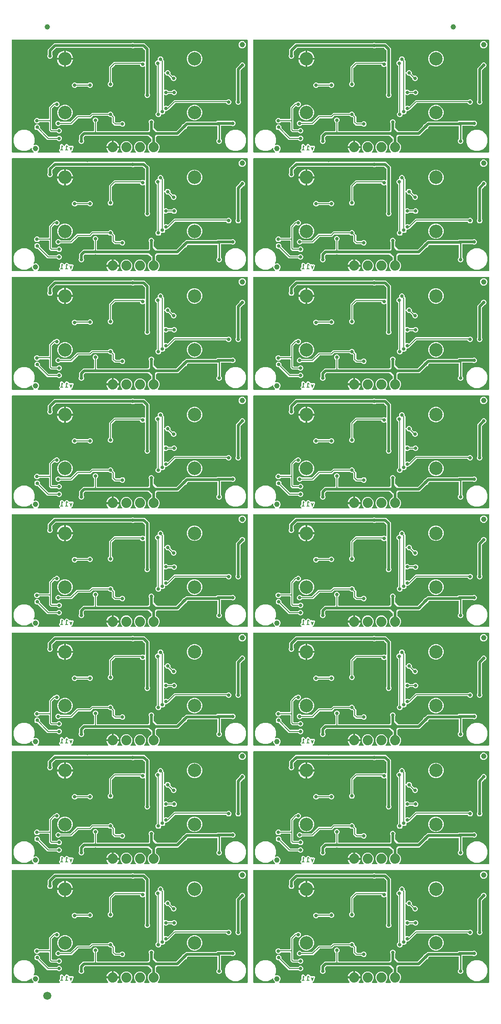
<source format=gbl>
G04 EAGLE Gerber RS-274X export*
G75*
%MOMM*%
%FSLAX34Y34*%
%LPD*%
%INBottom Copper*%
%IPPOS*%
%AMOC8*
5,1,8,0,0,1.08239X$1,22.5*%
G01*
%ADD10C,0.203200*%
%ADD11C,2.500000*%
%ADD12C,1.000000*%
%ADD13C,1.879600*%
%ADD14C,1.500000*%
%ADD15C,0.660400*%
%ADD16C,0.508000*%
%ADD17C,0.254000*%

G36*
X42347Y2799D02*
X42347Y2799D01*
X42376Y2796D01*
X42487Y2819D01*
X42599Y2835D01*
X42626Y2847D01*
X42655Y2852D01*
X42755Y2905D01*
X42859Y2951D01*
X42881Y2970D01*
X42907Y2983D01*
X42989Y3061D01*
X43076Y3134D01*
X43092Y3159D01*
X43113Y3179D01*
X43170Y3277D01*
X43233Y3371D01*
X43242Y3399D01*
X43257Y3424D01*
X43285Y3534D01*
X43319Y3642D01*
X43320Y3672D01*
X43327Y3700D01*
X43323Y3813D01*
X43326Y3926D01*
X43319Y3955D01*
X43318Y3984D01*
X43283Y4092D01*
X43254Y4201D01*
X43239Y4227D01*
X43230Y4255D01*
X43185Y4318D01*
X43109Y4446D01*
X43064Y4489D01*
X43036Y4528D01*
X41243Y6320D01*
X40211Y8812D01*
X40211Y10100D01*
X40207Y10129D01*
X40210Y10158D01*
X40187Y10269D01*
X40171Y10382D01*
X40159Y10408D01*
X40154Y10437D01*
X40101Y10538D01*
X40055Y10641D01*
X40036Y10663D01*
X40023Y10689D01*
X39945Y10772D01*
X39872Y10858D01*
X39847Y10874D01*
X39827Y10895D01*
X39729Y10953D01*
X39635Y11016D01*
X39607Y11024D01*
X39582Y11039D01*
X39472Y11067D01*
X39364Y11101D01*
X39334Y11102D01*
X39306Y11109D01*
X39193Y11106D01*
X39080Y11109D01*
X39051Y11101D01*
X39022Y11100D01*
X38914Y11065D01*
X38805Y11037D01*
X38779Y11022D01*
X38751Y11013D01*
X38688Y10967D01*
X38560Y10892D01*
X38517Y10846D01*
X38478Y10818D01*
X36479Y8819D01*
X29290Y5841D01*
X21510Y5841D01*
X14321Y8819D01*
X8819Y14321D01*
X5841Y21510D01*
X5841Y29290D01*
X8819Y36479D01*
X14321Y41981D01*
X21510Y44959D01*
X29290Y44959D01*
X36479Y41981D01*
X41981Y36479D01*
X44959Y29290D01*
X44959Y21510D01*
X43470Y17915D01*
X43463Y17887D01*
X43449Y17861D01*
X43427Y17749D01*
X43399Y17640D01*
X43400Y17611D01*
X43394Y17582D01*
X43404Y17469D01*
X43407Y17356D01*
X43416Y17328D01*
X43419Y17298D01*
X43459Y17193D01*
X43494Y17085D01*
X43510Y17060D01*
X43521Y17033D01*
X43589Y16943D01*
X43652Y16849D01*
X43675Y16830D01*
X43692Y16806D01*
X43783Y16739D01*
X43870Y16666D01*
X43896Y16654D01*
X43920Y16636D01*
X44026Y16596D01*
X44129Y16550D01*
X44158Y16546D01*
X44186Y16536D01*
X44299Y16527D01*
X44411Y16511D01*
X44440Y16516D01*
X44469Y16513D01*
X44546Y16531D01*
X44692Y16552D01*
X44749Y16578D01*
X44796Y16589D01*
X45642Y16939D01*
X48338Y16939D01*
X50830Y15907D01*
X52737Y14000D01*
X53769Y11508D01*
X53769Y8812D01*
X52737Y6320D01*
X50944Y4528D01*
X50927Y4504D01*
X50904Y4485D01*
X50842Y4391D01*
X50774Y4301D01*
X50763Y4273D01*
X50747Y4249D01*
X50713Y4141D01*
X50672Y4035D01*
X50670Y4006D01*
X50661Y3978D01*
X50658Y3864D01*
X50649Y3752D01*
X50655Y3723D01*
X50654Y3694D01*
X50682Y3584D01*
X50705Y3473D01*
X50718Y3447D01*
X50726Y3419D01*
X50783Y3321D01*
X50836Y3221D01*
X50856Y3199D01*
X50871Y3174D01*
X50953Y3097D01*
X51031Y3015D01*
X51057Y3000D01*
X51078Y2980D01*
X51179Y2928D01*
X51277Y2871D01*
X51305Y2864D01*
X51331Y2850D01*
X51409Y2837D01*
X51552Y2801D01*
X51615Y2803D01*
X51662Y2795D01*
X91284Y2795D01*
X91313Y2799D01*
X91343Y2796D01*
X91454Y2819D01*
X91566Y2835D01*
X91593Y2847D01*
X91621Y2852D01*
X91722Y2905D01*
X91825Y2951D01*
X91848Y2970D01*
X91874Y2983D01*
X91956Y3061D01*
X92042Y3134D01*
X92059Y3159D01*
X92080Y3179D01*
X92137Y3277D01*
X92200Y3371D01*
X92209Y3399D01*
X92224Y3424D01*
X92251Y3534D01*
X92286Y3642D01*
X92286Y3672D01*
X92294Y3700D01*
X92290Y3813D01*
X92293Y3926D01*
X92286Y3955D01*
X92285Y3984D01*
X92250Y4092D01*
X92221Y4201D01*
X92206Y4227D01*
X92197Y4255D01*
X92152Y4318D01*
X92076Y4446D01*
X92030Y4489D01*
X92002Y4528D01*
X90322Y6208D01*
X90322Y8524D01*
X92157Y10359D01*
X92200Y10384D01*
X92258Y10446D01*
X92322Y10500D01*
X92355Y10549D01*
X92395Y10592D01*
X92433Y10667D01*
X92480Y10737D01*
X92497Y10793D01*
X92524Y10845D01*
X92535Y10913D01*
X92566Y11008D01*
X92568Y11108D01*
X92580Y11176D01*
X92580Y15283D01*
X92571Y15346D01*
X92573Y15395D01*
X92464Y16377D01*
X92502Y16441D01*
X92510Y16471D01*
X92524Y16499D01*
X92537Y16577D01*
X92548Y16620D01*
X93249Y17321D01*
X93262Y17338D01*
X93274Y17348D01*
X93293Y17377D01*
X93324Y17405D01*
X93941Y18176D01*
X94013Y18195D01*
X94040Y18211D01*
X94070Y18220D01*
X94134Y18266D01*
X94172Y18289D01*
X95163Y18289D01*
X95226Y18298D01*
X95275Y18295D01*
X96258Y18404D01*
X96321Y18366D01*
X96352Y18359D01*
X96380Y18344D01*
X96457Y18331D01*
X96501Y18320D01*
X97201Y17619D01*
X97252Y17581D01*
X97285Y17545D01*
X99974Y15393D01*
X99999Y15379D01*
X100020Y15358D01*
X100121Y15306D01*
X100218Y15249D01*
X100247Y15241D01*
X100273Y15228D01*
X100384Y15206D01*
X100494Y15177D01*
X100523Y15178D01*
X100552Y15172D01*
X100665Y15182D01*
X100778Y15185D01*
X100806Y15194D01*
X100835Y15197D01*
X100941Y15237D01*
X101049Y15272D01*
X101073Y15288D01*
X101100Y15298D01*
X101191Y15367D01*
X101285Y15430D01*
X101304Y15452D01*
X101327Y15470D01*
X101395Y15560D01*
X101468Y15647D01*
X101480Y15674D01*
X101498Y15697D01*
X101538Y15803D01*
X101584Y15907D01*
X101588Y15936D01*
X101598Y15963D01*
X101603Y16041D01*
X101623Y16188D01*
X101614Y16250D01*
X101617Y16298D01*
X101608Y16377D01*
X101646Y16441D01*
X101654Y16471D01*
X101668Y16499D01*
X101681Y16577D01*
X101692Y16620D01*
X102393Y17321D01*
X102406Y17338D01*
X102418Y17348D01*
X102437Y17377D01*
X102468Y17405D01*
X103085Y18176D01*
X103157Y18195D01*
X103184Y18211D01*
X103214Y18220D01*
X103278Y18266D01*
X103316Y18289D01*
X104307Y18289D01*
X104370Y18298D01*
X104419Y18295D01*
X105402Y18404D01*
X105465Y18366D01*
X105496Y18359D01*
X105524Y18344D01*
X105601Y18331D01*
X105645Y18320D01*
X106345Y17619D01*
X106396Y17581D01*
X106429Y17545D01*
X108925Y15547D01*
X108970Y15521D01*
X109010Y15487D01*
X109092Y15449D01*
X109170Y15403D01*
X109220Y15389D01*
X109268Y15368D01*
X109358Y15354D01*
X109445Y15331D01*
X109497Y15333D01*
X109549Y15325D01*
X109621Y15336D01*
X109729Y15339D01*
X109816Y15367D01*
X109881Y15377D01*
X111156Y15802D01*
X112294Y15233D01*
X112310Y15228D01*
X112324Y15219D01*
X112445Y15183D01*
X112563Y15143D01*
X112580Y15142D01*
X112597Y15137D01*
X112723Y15136D01*
X112847Y15131D01*
X112864Y15135D01*
X112881Y15135D01*
X112949Y15156D01*
X113124Y15198D01*
X113165Y15222D01*
X113202Y15233D01*
X114340Y15802D01*
X116536Y15070D01*
X117571Y12999D01*
X115801Y7687D01*
X115798Y7672D01*
X115791Y7658D01*
X115772Y7532D01*
X115749Y7407D01*
X115751Y7392D01*
X115749Y7377D01*
X115759Y7309D01*
X115773Y7168D01*
X115369Y6358D01*
X115344Y6286D01*
X115340Y6279D01*
X115336Y6269D01*
X115313Y6225D01*
X115025Y5360D01*
X115004Y5345D01*
X114900Y5273D01*
X114890Y5261D01*
X114877Y5252D01*
X114837Y5196D01*
X114747Y5087D01*
X113888Y4800D01*
X113814Y4763D01*
X113755Y4745D01*
X113701Y4718D01*
X113660Y4690D01*
X113614Y4669D01*
X113543Y4609D01*
X113467Y4557D01*
X113435Y4518D01*
X113397Y4485D01*
X113346Y4408D01*
X113287Y4337D01*
X113267Y4291D01*
X113240Y4249D01*
X113212Y4160D01*
X113175Y4075D01*
X113169Y4026D01*
X113154Y3978D01*
X113151Y3885D01*
X113140Y3793D01*
X113148Y3744D01*
X113147Y3694D01*
X113170Y3604D01*
X113184Y3512D01*
X113206Y3467D01*
X113218Y3419D01*
X113266Y3339D01*
X113305Y3255D01*
X113338Y3217D01*
X113364Y3174D01*
X113431Y3111D01*
X113492Y3041D01*
X113534Y3014D01*
X113571Y2980D01*
X113653Y2937D01*
X113731Y2887D01*
X113779Y2873D01*
X113824Y2850D01*
X113897Y2838D01*
X114004Y2806D01*
X114092Y2805D01*
X114155Y2795D01*
X181070Y2795D01*
X181099Y2799D01*
X181129Y2796D01*
X181240Y2819D01*
X181352Y2835D01*
X181379Y2847D01*
X181407Y2852D01*
X181508Y2904D01*
X181611Y2951D01*
X181634Y2970D01*
X181660Y2983D01*
X181742Y3061D01*
X181828Y3134D01*
X181845Y3159D01*
X181866Y3179D01*
X181923Y3277D01*
X181986Y3371D01*
X181995Y3399D01*
X182010Y3424D01*
X182037Y3534D01*
X182072Y3642D01*
X182072Y3671D01*
X182080Y3700D01*
X182076Y3813D01*
X182079Y3926D01*
X182072Y3955D01*
X182071Y3984D01*
X182036Y4092D01*
X182007Y4201D01*
X181992Y4227D01*
X181983Y4255D01*
X181937Y4319D01*
X181862Y4446D01*
X181816Y4489D01*
X181788Y4528D01*
X181394Y4922D01*
X180289Y6443D01*
X179436Y8117D01*
X178855Y9904D01*
X178734Y10669D01*
X189484Y10669D01*
X189542Y10677D01*
X189600Y10675D01*
X189682Y10697D01*
X189765Y10709D01*
X189819Y10733D01*
X189875Y10747D01*
X189948Y10790D01*
X190025Y10825D01*
X190069Y10863D01*
X190120Y10893D01*
X190177Y10954D01*
X190242Y11009D01*
X190274Y11057D01*
X190314Y11100D01*
X190353Y11175D01*
X190399Y11245D01*
X190417Y11301D01*
X190444Y11353D01*
X190455Y11421D01*
X190485Y11516D01*
X190488Y11616D01*
X190499Y11684D01*
X190499Y12701D01*
X190501Y12701D01*
X190501Y11684D01*
X190509Y11626D01*
X190508Y11568D01*
X190529Y11486D01*
X190541Y11403D01*
X190565Y11349D01*
X190579Y11293D01*
X190622Y11220D01*
X190657Y11143D01*
X190695Y11098D01*
X190725Y11048D01*
X190786Y10990D01*
X190841Y10926D01*
X190889Y10894D01*
X190932Y10854D01*
X191007Y10815D01*
X191077Y10769D01*
X191133Y10751D01*
X191185Y10724D01*
X191253Y10713D01*
X191348Y10683D01*
X191448Y10680D01*
X191516Y10669D01*
X202266Y10669D01*
X202145Y9904D01*
X201564Y8117D01*
X200711Y6443D01*
X199606Y4922D01*
X199212Y4528D01*
X199194Y4504D01*
X199172Y4485D01*
X199109Y4391D01*
X199041Y4301D01*
X199030Y4273D01*
X199014Y4249D01*
X198980Y4141D01*
X198940Y4035D01*
X198937Y4006D01*
X198928Y3978D01*
X198925Y3865D01*
X198916Y3752D01*
X198922Y3723D01*
X198921Y3694D01*
X198950Y3584D01*
X198972Y3473D01*
X198985Y3447D01*
X198993Y3419D01*
X199051Y3321D01*
X199103Y3221D01*
X199123Y3199D01*
X199138Y3174D01*
X199221Y3097D01*
X199299Y3015D01*
X199324Y3000D01*
X199345Y2980D01*
X199446Y2928D01*
X199544Y2871D01*
X199572Y2864D01*
X199599Y2850D01*
X199676Y2837D01*
X199820Y2801D01*
X199882Y2803D01*
X199930Y2795D01*
X207548Y2795D01*
X207577Y2799D01*
X207606Y2796D01*
X207717Y2819D01*
X207829Y2835D01*
X207856Y2847D01*
X207885Y2852D01*
X207986Y2905D01*
X208089Y2951D01*
X208111Y2970D01*
X208137Y2983D01*
X208219Y3061D01*
X208306Y3134D01*
X208322Y3159D01*
X208343Y3179D01*
X208401Y3277D01*
X208463Y3371D01*
X208472Y3399D01*
X208487Y3424D01*
X208515Y3534D01*
X208549Y3642D01*
X208550Y3672D01*
X208557Y3700D01*
X208554Y3813D01*
X208557Y3926D01*
X208549Y3955D01*
X208548Y3984D01*
X208513Y4092D01*
X208485Y4201D01*
X208470Y4227D01*
X208461Y4255D01*
X208415Y4318D01*
X208339Y4446D01*
X208294Y4489D01*
X208266Y4528D01*
X206425Y6369D01*
X204723Y10477D01*
X204723Y14923D01*
X206425Y19031D01*
X209569Y22175D01*
X213677Y23877D01*
X218123Y23877D01*
X222231Y22175D01*
X225375Y19031D01*
X227077Y14923D01*
X227077Y10477D01*
X225375Y6369D01*
X223534Y4528D01*
X223516Y4504D01*
X223494Y4485D01*
X223431Y4391D01*
X223363Y4301D01*
X223353Y4273D01*
X223337Y4249D01*
X223302Y4141D01*
X223262Y4035D01*
X223260Y4006D01*
X223251Y3978D01*
X223248Y3864D01*
X223238Y3752D01*
X223244Y3723D01*
X223243Y3694D01*
X223272Y3584D01*
X223294Y3473D01*
X223308Y3447D01*
X223315Y3419D01*
X223373Y3321D01*
X223425Y3221D01*
X223446Y3199D01*
X223461Y3174D01*
X223543Y3097D01*
X223621Y3015D01*
X223646Y3000D01*
X223668Y2980D01*
X223769Y2928D01*
X223866Y2871D01*
X223895Y2864D01*
X223921Y2850D01*
X223998Y2837D01*
X224142Y2801D01*
X224204Y2803D01*
X224252Y2795D01*
X232948Y2795D01*
X232977Y2799D01*
X233006Y2796D01*
X233117Y2819D01*
X233229Y2835D01*
X233256Y2847D01*
X233285Y2852D01*
X233386Y2905D01*
X233489Y2951D01*
X233511Y2970D01*
X233537Y2983D01*
X233619Y3061D01*
X233706Y3134D01*
X233722Y3159D01*
X233743Y3179D01*
X233801Y3277D01*
X233863Y3371D01*
X233872Y3399D01*
X233887Y3424D01*
X233915Y3534D01*
X233949Y3642D01*
X233950Y3672D01*
X233957Y3700D01*
X233954Y3813D01*
X233957Y3926D01*
X233949Y3955D01*
X233948Y3984D01*
X233913Y4092D01*
X233885Y4201D01*
X233870Y4227D01*
X233861Y4255D01*
X233815Y4318D01*
X233739Y4446D01*
X233694Y4489D01*
X233666Y4528D01*
X231825Y6369D01*
X230123Y10477D01*
X230123Y14923D01*
X231825Y19031D01*
X234969Y22175D01*
X239077Y23877D01*
X243523Y23877D01*
X247631Y22175D01*
X250775Y19031D01*
X252477Y14923D01*
X252477Y10477D01*
X250775Y6369D01*
X248934Y4528D01*
X248916Y4504D01*
X248894Y4485D01*
X248831Y4391D01*
X248763Y4301D01*
X248753Y4273D01*
X248737Y4249D01*
X248702Y4141D01*
X248662Y4035D01*
X248660Y4006D01*
X248651Y3978D01*
X248648Y3864D01*
X248638Y3752D01*
X248644Y3723D01*
X248643Y3694D01*
X248672Y3584D01*
X248694Y3473D01*
X248708Y3447D01*
X248715Y3419D01*
X248773Y3321D01*
X248825Y3221D01*
X248846Y3199D01*
X248861Y3174D01*
X248943Y3097D01*
X249021Y3015D01*
X249046Y3000D01*
X249068Y2980D01*
X249169Y2928D01*
X249266Y2871D01*
X249295Y2864D01*
X249321Y2850D01*
X249398Y2837D01*
X249542Y2801D01*
X249604Y2803D01*
X249652Y2795D01*
X258348Y2795D01*
X258377Y2799D01*
X258406Y2796D01*
X258517Y2819D01*
X258629Y2835D01*
X258656Y2847D01*
X258685Y2852D01*
X258786Y2905D01*
X258889Y2951D01*
X258911Y2970D01*
X258937Y2983D01*
X259019Y3061D01*
X259106Y3134D01*
X259122Y3159D01*
X259143Y3179D01*
X259201Y3277D01*
X259263Y3371D01*
X259272Y3399D01*
X259287Y3424D01*
X259315Y3534D01*
X259349Y3642D01*
X259350Y3672D01*
X259357Y3700D01*
X259354Y3813D01*
X259357Y3926D01*
X259349Y3955D01*
X259348Y3984D01*
X259313Y4092D01*
X259285Y4201D01*
X259270Y4227D01*
X259261Y4255D01*
X259215Y4318D01*
X259139Y4446D01*
X259094Y4489D01*
X259066Y4528D01*
X257225Y6369D01*
X255523Y10477D01*
X255523Y14923D01*
X257225Y19031D01*
X260369Y22175D01*
X261755Y22749D01*
X261756Y22750D01*
X261757Y22750D01*
X261878Y22822D01*
X261999Y22894D01*
X262000Y22895D01*
X262002Y22896D01*
X262099Y23000D01*
X262195Y23100D01*
X262195Y23102D01*
X262196Y23103D01*
X262261Y23229D01*
X262325Y23353D01*
X262325Y23355D01*
X262326Y23356D01*
X262328Y23371D01*
X262380Y23632D01*
X262377Y23662D01*
X262381Y23687D01*
X262381Y27338D01*
X262381Y27340D01*
X262381Y27342D01*
X262361Y27482D01*
X262356Y27515D01*
X262356Y27516D01*
X262356Y27517D01*
X262341Y27620D01*
X262341Y27621D01*
X262340Y27623D01*
X262283Y27750D01*
X262275Y27769D01*
X262269Y27787D01*
X262263Y27795D01*
X262225Y27879D01*
X262224Y27880D01*
X262223Y27882D01*
X262131Y27990D01*
X262085Y28045D01*
X262074Y28060D01*
X262061Y28074D01*
X262042Y28096D01*
X262040Y28097D01*
X262039Y28098D01*
X262030Y28104D01*
X261336Y28798D01*
X261299Y28826D01*
X261275Y28854D01*
X256597Y32824D01*
X256585Y32831D01*
X256576Y32841D01*
X256519Y32873D01*
X256382Y32960D01*
X255768Y33517D01*
X255716Y33553D01*
X255669Y33596D01*
X255599Y33632D01*
X255533Y33677D01*
X255473Y33697D01*
X255416Y33726D01*
X255351Y33737D01*
X255263Y33766D01*
X255156Y33769D01*
X255085Y33781D01*
X139369Y33781D01*
X139283Y33769D01*
X139195Y33766D01*
X139143Y33749D01*
X139088Y33741D01*
X139008Y33706D01*
X138925Y33679D01*
X138886Y33651D01*
X138828Y33625D01*
X138715Y33529D01*
X138652Y33484D01*
X136696Y31528D01*
X136644Y31459D01*
X136584Y31395D01*
X136558Y31345D01*
X136525Y31301D01*
X136494Y31220D01*
X136454Y31142D01*
X136446Y31094D01*
X136424Y31036D01*
X136412Y30888D01*
X136399Y30811D01*
X136399Y27182D01*
X136403Y27152D01*
X136401Y27121D01*
X136415Y27059D01*
X136414Y27044D01*
X136423Y27012D01*
X136439Y26901D01*
X136465Y26842D01*
X136476Y26794D01*
X137161Y25141D01*
X137161Y23119D01*
X136387Y21252D01*
X134958Y19823D01*
X133091Y19049D01*
X131069Y19049D01*
X129202Y19823D01*
X127773Y21252D01*
X126999Y23119D01*
X126999Y25141D01*
X127684Y26794D01*
X127692Y26824D01*
X127706Y26851D01*
X127719Y26929D01*
X127722Y26940D01*
X127738Y26993D01*
X127739Y27006D01*
X127755Y27069D01*
X127753Y27133D01*
X127761Y27182D01*
X127761Y34809D01*
X130588Y37636D01*
X132544Y39592D01*
X135371Y42419D01*
X154432Y42419D01*
X154490Y42427D01*
X154548Y42425D01*
X154630Y42447D01*
X154714Y42459D01*
X154767Y42482D01*
X154823Y42497D01*
X154896Y42540D01*
X154973Y42575D01*
X155018Y42613D01*
X155068Y42642D01*
X155126Y42704D01*
X155190Y42758D01*
X155222Y42807D01*
X155262Y42850D01*
X155301Y42925D01*
X155348Y42995D01*
X155365Y43051D01*
X155392Y43103D01*
X155403Y43171D01*
X155433Y43266D01*
X155436Y43366D01*
X155447Y43434D01*
X155447Y58203D01*
X155435Y58290D01*
X155432Y58377D01*
X155415Y58430D01*
X155407Y58485D01*
X155372Y58564D01*
X155345Y58648D01*
X155317Y58687D01*
X155291Y58744D01*
X155195Y58857D01*
X155150Y58921D01*
X153935Y60136D01*
X153161Y62004D01*
X153161Y64025D01*
X153935Y65892D01*
X155364Y67321D01*
X157231Y68095D01*
X159253Y68095D01*
X161120Y67321D01*
X162549Y65892D01*
X163323Y64025D01*
X163323Y62004D01*
X162549Y60136D01*
X161334Y58921D01*
X161282Y58851D01*
X161222Y58787D01*
X161196Y58738D01*
X161163Y58694D01*
X161132Y58612D01*
X161092Y58534D01*
X161084Y58487D01*
X161062Y58428D01*
X161050Y58280D01*
X161037Y58203D01*
X161037Y43434D01*
X161045Y43376D01*
X161043Y43318D01*
X161065Y43236D01*
X161077Y43152D01*
X161100Y43099D01*
X161115Y43043D01*
X161158Y42970D01*
X161193Y42893D01*
X161231Y42848D01*
X161260Y42798D01*
X161322Y42740D01*
X161376Y42676D01*
X161425Y42644D01*
X161468Y42604D01*
X161543Y42565D01*
X161613Y42518D01*
X161669Y42501D01*
X161721Y42474D01*
X161789Y42463D01*
X161884Y42433D01*
X161984Y42430D01*
X162052Y42419D01*
X255443Y42419D01*
X255553Y42434D01*
X255664Y42443D01*
X255693Y42454D01*
X255724Y42459D01*
X255826Y42504D01*
X255930Y42543D01*
X255952Y42561D01*
X255984Y42575D01*
X256164Y42727D01*
X256194Y42751D01*
X258053Y44796D01*
X258089Y44849D01*
X258132Y44895D01*
X258168Y44966D01*
X258213Y45031D01*
X258233Y45092D01*
X258262Y45148D01*
X258273Y45213D01*
X258302Y45301D01*
X258305Y45408D01*
X258317Y45479D01*
X258317Y55895D01*
X258305Y55982D01*
X258302Y56069D01*
X258285Y56122D01*
X258277Y56176D01*
X258242Y56256D01*
X258215Y56339D01*
X258187Y56379D01*
X258161Y56436D01*
X258091Y56519D01*
X257301Y58425D01*
X257301Y60447D01*
X258075Y62314D01*
X259504Y63743D01*
X261371Y64517D01*
X263393Y64517D01*
X265260Y63743D01*
X266689Y62314D01*
X267463Y60447D01*
X267463Y58425D01*
X267032Y57386D01*
X267024Y57356D01*
X267010Y57328D01*
X266997Y57251D01*
X266961Y57110D01*
X266963Y57046D01*
X266955Y56997D01*
X266955Y49138D01*
X266970Y49027D01*
X266979Y48916D01*
X266990Y48887D01*
X266995Y48856D01*
X267040Y48754D01*
X267079Y48650D01*
X267097Y48628D01*
X267111Y48597D01*
X267263Y48416D01*
X267287Y48386D01*
X267381Y48301D01*
X267616Y48142D01*
X267633Y48136D01*
X267646Y48127D01*
X267707Y48100D01*
X268289Y47479D01*
X268324Y47451D01*
X268346Y47423D01*
X268976Y46851D01*
X269005Y46790D01*
X269161Y46553D01*
X269175Y46541D01*
X269183Y46528D01*
X272743Y42739D01*
X272823Y42674D01*
X272898Y42604D01*
X272934Y42586D01*
X272964Y42561D01*
X273060Y42521D01*
X273152Y42474D01*
X273186Y42468D01*
X273227Y42452D01*
X273418Y42430D01*
X273483Y42419D01*
X308687Y42419D01*
X308773Y42431D01*
X308861Y42434D01*
X308913Y42451D01*
X308968Y42459D01*
X309048Y42494D01*
X309131Y42521D01*
X309170Y42549D01*
X309227Y42575D01*
X309341Y42671D01*
X309404Y42716D01*
X318638Y51950D01*
X318657Y51974D01*
X318680Y51994D01*
X318722Y52061D01*
X318809Y52177D01*
X318832Y52237D01*
X318858Y52279D01*
X319543Y53932D01*
X320972Y55361D01*
X322625Y56046D01*
X322652Y56062D01*
X322681Y56071D01*
X322745Y56117D01*
X322870Y56190D01*
X322914Y56237D01*
X322954Y56266D01*
X324060Y57372D01*
X326887Y60199D01*
X382601Y60199D01*
X382687Y60211D01*
X382775Y60214D01*
X382827Y60231D01*
X382882Y60239D01*
X382962Y60274D01*
X383045Y60301D01*
X383084Y60329D01*
X383141Y60355D01*
X383255Y60451D01*
X383318Y60496D01*
X384291Y61469D01*
X410968Y61469D01*
X410998Y61473D01*
X411029Y61471D01*
X411106Y61488D01*
X411249Y61509D01*
X411308Y61535D01*
X411356Y61546D01*
X413009Y62231D01*
X415031Y62231D01*
X416898Y61457D01*
X418327Y60028D01*
X419101Y58161D01*
X419101Y56139D01*
X418327Y54272D01*
X416898Y52843D01*
X415031Y52069D01*
X413009Y52069D01*
X411356Y52754D01*
X411326Y52762D01*
X411299Y52776D01*
X411221Y52789D01*
X411081Y52825D01*
X411017Y52823D01*
X410968Y52831D01*
X392684Y52831D01*
X392626Y52823D01*
X392568Y52825D01*
X392486Y52803D01*
X392402Y52791D01*
X392349Y52768D01*
X392293Y52753D01*
X392220Y52710D01*
X392143Y52675D01*
X392098Y52637D01*
X392048Y52608D01*
X391990Y52546D01*
X391926Y52492D01*
X391894Y52443D01*
X391854Y52400D01*
X391815Y52325D01*
X391768Y52255D01*
X391751Y52199D01*
X391724Y52147D01*
X391713Y52079D01*
X391683Y51984D01*
X391680Y51884D01*
X391669Y51816D01*
X391669Y28687D01*
X391681Y28600D01*
X391684Y28513D01*
X391701Y28460D01*
X391709Y28406D01*
X391744Y28326D01*
X391771Y28243D01*
X391799Y28203D01*
X391825Y28146D01*
X391921Y28033D01*
X391966Y27969D01*
X392927Y27008D01*
X393701Y25141D01*
X393701Y23119D01*
X392927Y21252D01*
X391498Y19823D01*
X389631Y19049D01*
X387609Y19049D01*
X385742Y19823D01*
X384313Y21252D01*
X383539Y23119D01*
X383539Y25141D01*
X384313Y27008D01*
X385274Y27969D01*
X385326Y28039D01*
X385386Y28103D01*
X385412Y28152D01*
X385445Y28196D01*
X385476Y28278D01*
X385516Y28356D01*
X385524Y28404D01*
X385546Y28462D01*
X385558Y28610D01*
X385571Y28687D01*
X385571Y50546D01*
X385564Y50599D01*
X385565Y50628D01*
X385564Y50631D01*
X385565Y50662D01*
X385543Y50744D01*
X385531Y50828D01*
X385508Y50881D01*
X385493Y50937D01*
X385450Y51010D01*
X385415Y51087D01*
X385377Y51132D01*
X385348Y51182D01*
X385286Y51240D01*
X385232Y51304D01*
X385183Y51336D01*
X385140Y51376D01*
X385065Y51415D01*
X384995Y51462D01*
X384939Y51479D01*
X384887Y51506D01*
X384819Y51517D01*
X384724Y51547D01*
X384624Y51550D01*
X384556Y51561D01*
X330885Y51561D01*
X330799Y51549D01*
X330711Y51546D01*
X330659Y51529D01*
X330604Y51521D01*
X330524Y51486D01*
X330441Y51459D01*
X330402Y51431D01*
X330345Y51405D01*
X330231Y51309D01*
X330168Y51264D01*
X329062Y50158D01*
X329043Y50134D01*
X329020Y50114D01*
X328978Y50047D01*
X328891Y49931D01*
X328868Y49871D01*
X328842Y49829D01*
X328157Y48176D01*
X326728Y46747D01*
X325075Y46062D01*
X325048Y46046D01*
X325019Y46037D01*
X324955Y45991D01*
X324830Y45918D01*
X324786Y45871D01*
X324746Y45842D01*
X312685Y33781D01*
X274261Y33781D01*
X274175Y33769D01*
X274087Y33766D01*
X274035Y33749D01*
X273980Y33741D01*
X273900Y33706D01*
X273817Y33679D01*
X273778Y33651D01*
X273721Y33625D01*
X273607Y33529D01*
X273544Y33484D01*
X271316Y31256D01*
X271264Y31187D01*
X271204Y31123D01*
X271178Y31073D01*
X271145Y31029D01*
X271114Y30948D01*
X271074Y30870D01*
X271066Y30822D01*
X271044Y30764D01*
X271032Y30616D01*
X271019Y30539D01*
X271019Y23687D01*
X271019Y23686D01*
X271019Y23684D01*
X271040Y23538D01*
X271059Y23406D01*
X271059Y23404D01*
X271059Y23403D01*
X271116Y23277D01*
X271175Y23146D01*
X271176Y23145D01*
X271177Y23144D01*
X271271Y23033D01*
X271358Y22929D01*
X271360Y22928D01*
X271361Y22927D01*
X271374Y22919D01*
X271595Y22772D01*
X271624Y22762D01*
X271645Y22749D01*
X273031Y22175D01*
X276175Y19031D01*
X277877Y14923D01*
X277877Y10477D01*
X276175Y6369D01*
X274334Y4528D01*
X274316Y4504D01*
X274294Y4485D01*
X274231Y4391D01*
X274163Y4301D01*
X274153Y4273D01*
X274137Y4249D01*
X274102Y4141D01*
X274062Y4035D01*
X274060Y4006D01*
X274051Y3978D01*
X274048Y3864D01*
X274038Y3752D01*
X274044Y3723D01*
X274043Y3694D01*
X274072Y3584D01*
X274094Y3473D01*
X274108Y3447D01*
X274115Y3419D01*
X274173Y3321D01*
X274225Y3221D01*
X274246Y3199D01*
X274261Y3174D01*
X274343Y3097D01*
X274421Y3015D01*
X274446Y3000D01*
X274468Y2980D01*
X274569Y2928D01*
X274666Y2871D01*
X274695Y2864D01*
X274721Y2850D01*
X274798Y2837D01*
X274942Y2801D01*
X275004Y2803D01*
X275052Y2795D01*
X440690Y2795D01*
X440748Y2803D01*
X440806Y2801D01*
X440888Y2823D01*
X440972Y2835D01*
X441025Y2858D01*
X441081Y2873D01*
X441154Y2916D01*
X441231Y2951D01*
X441276Y2989D01*
X441326Y3018D01*
X441384Y3080D01*
X441448Y3134D01*
X441480Y3183D01*
X441520Y3226D01*
X441559Y3301D01*
X441606Y3371D01*
X441623Y3427D01*
X441650Y3479D01*
X441661Y3547D01*
X441691Y3642D01*
X441694Y3742D01*
X441705Y3810D01*
X441705Y211582D01*
X441697Y211640D01*
X441699Y211698D01*
X441677Y211780D01*
X441665Y211864D01*
X441642Y211917D01*
X441627Y211973D01*
X441584Y212046D01*
X441549Y212123D01*
X441511Y212168D01*
X441482Y212218D01*
X441420Y212276D01*
X441366Y212340D01*
X441317Y212372D01*
X441274Y212412D01*
X441199Y212451D01*
X441129Y212498D01*
X441073Y212515D01*
X441021Y212542D01*
X440953Y212553D01*
X440858Y212583D01*
X440758Y212586D01*
X440690Y212597D01*
X3810Y212597D01*
X3752Y212589D01*
X3694Y212591D01*
X3612Y212569D01*
X3528Y212557D01*
X3475Y212534D01*
X3419Y212519D01*
X3346Y212476D01*
X3269Y212441D01*
X3224Y212403D01*
X3174Y212374D01*
X3116Y212312D01*
X3052Y212258D01*
X3020Y212209D01*
X2980Y212166D01*
X2941Y212091D01*
X2894Y212021D01*
X2877Y211965D01*
X2850Y211913D01*
X2839Y211845D01*
X2809Y211750D01*
X2806Y211650D01*
X2795Y211582D01*
X2795Y3810D01*
X2803Y3752D01*
X2801Y3694D01*
X2823Y3612D01*
X2835Y3528D01*
X2858Y3475D01*
X2873Y3419D01*
X2916Y3346D01*
X2951Y3269D01*
X2989Y3224D01*
X3018Y3174D01*
X3080Y3116D01*
X3134Y3052D01*
X3183Y3020D01*
X3226Y2980D01*
X3301Y2941D01*
X3371Y2894D01*
X3427Y2877D01*
X3479Y2850D01*
X3547Y2839D01*
X3642Y2809D01*
X3742Y2806D01*
X3810Y2795D01*
X42318Y2795D01*
X42347Y2799D01*
G37*
G36*
X491927Y223271D02*
X491927Y223271D01*
X491956Y223268D01*
X492067Y223291D01*
X492179Y223307D01*
X492206Y223319D01*
X492235Y223324D01*
X492335Y223377D01*
X492439Y223423D01*
X492461Y223442D01*
X492487Y223455D01*
X492569Y223533D01*
X492656Y223606D01*
X492672Y223631D01*
X492693Y223651D01*
X492750Y223749D01*
X492813Y223843D01*
X492822Y223871D01*
X492837Y223896D01*
X492865Y224006D01*
X492899Y224114D01*
X492900Y224144D01*
X492907Y224172D01*
X492903Y224285D01*
X492906Y224398D01*
X492899Y224427D01*
X492898Y224456D01*
X492863Y224564D01*
X492834Y224673D01*
X492819Y224699D01*
X492810Y224727D01*
X492765Y224790D01*
X492689Y224918D01*
X492644Y224961D01*
X492616Y225000D01*
X490823Y226792D01*
X489791Y229284D01*
X489791Y230572D01*
X489787Y230601D01*
X489790Y230630D01*
X489767Y230741D01*
X489751Y230854D01*
X489739Y230880D01*
X489734Y230909D01*
X489681Y231010D01*
X489635Y231113D01*
X489616Y231135D01*
X489603Y231161D01*
X489525Y231244D01*
X489452Y231330D01*
X489427Y231346D01*
X489407Y231367D01*
X489309Y231425D01*
X489215Y231488D01*
X489187Y231496D01*
X489162Y231511D01*
X489052Y231539D01*
X488944Y231573D01*
X488914Y231574D01*
X488886Y231581D01*
X488773Y231578D01*
X488660Y231581D01*
X488631Y231573D01*
X488602Y231572D01*
X488494Y231537D01*
X488385Y231509D01*
X488359Y231494D01*
X488331Y231485D01*
X488268Y231439D01*
X488140Y231364D01*
X488097Y231318D01*
X488058Y231290D01*
X486059Y229291D01*
X478870Y226313D01*
X471090Y226313D01*
X463901Y229291D01*
X458399Y234793D01*
X455421Y241982D01*
X455421Y249762D01*
X458399Y256951D01*
X463901Y262453D01*
X471090Y265431D01*
X478870Y265431D01*
X486059Y262453D01*
X491561Y256951D01*
X494539Y249762D01*
X494539Y241982D01*
X493050Y238387D01*
X493043Y238359D01*
X493029Y238333D01*
X493007Y238221D01*
X492979Y238112D01*
X492980Y238083D01*
X492974Y238054D01*
X492984Y237941D01*
X492987Y237828D01*
X492996Y237800D01*
X492999Y237770D01*
X493039Y237665D01*
X493074Y237557D01*
X493090Y237532D01*
X493101Y237505D01*
X493169Y237415D01*
X493232Y237321D01*
X493255Y237302D01*
X493272Y237278D01*
X493363Y237211D01*
X493450Y237138D01*
X493476Y237126D01*
X493500Y237108D01*
X493606Y237068D01*
X493709Y237022D01*
X493738Y237018D01*
X493766Y237008D01*
X493879Y236999D01*
X493991Y236983D01*
X494020Y236988D01*
X494049Y236985D01*
X494126Y237003D01*
X494272Y237024D01*
X494329Y237050D01*
X494376Y237061D01*
X495222Y237411D01*
X497918Y237411D01*
X500410Y236379D01*
X502317Y234472D01*
X503349Y231980D01*
X503349Y229284D01*
X502317Y226792D01*
X500524Y225000D01*
X500507Y224976D01*
X500484Y224957D01*
X500422Y224863D01*
X500354Y224773D01*
X500343Y224745D01*
X500327Y224721D01*
X500293Y224613D01*
X500252Y224507D01*
X500250Y224478D01*
X500241Y224450D01*
X500238Y224336D01*
X500229Y224224D01*
X500235Y224195D01*
X500234Y224166D01*
X500262Y224056D01*
X500285Y223945D01*
X500298Y223919D01*
X500306Y223891D01*
X500363Y223793D01*
X500416Y223693D01*
X500436Y223671D01*
X500451Y223646D01*
X500533Y223569D01*
X500611Y223487D01*
X500637Y223472D01*
X500658Y223452D01*
X500759Y223400D01*
X500857Y223343D01*
X500885Y223336D01*
X500911Y223322D01*
X500989Y223309D01*
X501132Y223273D01*
X501195Y223275D01*
X501242Y223267D01*
X540864Y223267D01*
X540893Y223271D01*
X540923Y223268D01*
X541034Y223291D01*
X541146Y223307D01*
X541173Y223319D01*
X541201Y223324D01*
X541302Y223377D01*
X541405Y223423D01*
X541428Y223442D01*
X541454Y223455D01*
X541536Y223533D01*
X541622Y223606D01*
X541639Y223631D01*
X541660Y223651D01*
X541717Y223749D01*
X541780Y223843D01*
X541789Y223871D01*
X541804Y223896D01*
X541831Y224006D01*
X541866Y224114D01*
X541866Y224144D01*
X541874Y224172D01*
X541870Y224285D01*
X541873Y224398D01*
X541866Y224427D01*
X541865Y224456D01*
X541830Y224564D01*
X541801Y224673D01*
X541786Y224699D01*
X541777Y224727D01*
X541732Y224790D01*
X541656Y224918D01*
X541610Y224961D01*
X541582Y225000D01*
X539902Y226680D01*
X539902Y228996D01*
X541737Y230831D01*
X541780Y230856D01*
X541838Y230918D01*
X541902Y230972D01*
X541935Y231021D01*
X541975Y231064D01*
X542013Y231139D01*
X542060Y231209D01*
X542077Y231265D01*
X542104Y231317D01*
X542115Y231385D01*
X542146Y231480D01*
X542148Y231580D01*
X542160Y231648D01*
X542160Y235755D01*
X542151Y235818D01*
X542153Y235867D01*
X542044Y236849D01*
X542082Y236913D01*
X542090Y236943D01*
X542104Y236971D01*
X542117Y237049D01*
X542128Y237092D01*
X542829Y237793D01*
X542842Y237810D01*
X542854Y237820D01*
X542873Y237849D01*
X542904Y237877D01*
X543521Y238648D01*
X543593Y238667D01*
X543620Y238683D01*
X543650Y238692D01*
X543714Y238738D01*
X543752Y238761D01*
X544743Y238761D01*
X544806Y238770D01*
X544855Y238767D01*
X545838Y238876D01*
X545901Y238838D01*
X545932Y238831D01*
X545960Y238816D01*
X546037Y238803D01*
X546081Y238792D01*
X546781Y238091D01*
X546832Y238053D01*
X546865Y238017D01*
X549554Y235865D01*
X549579Y235851D01*
X549600Y235830D01*
X549701Y235778D01*
X549798Y235721D01*
X549827Y235713D01*
X549853Y235700D01*
X549964Y235678D01*
X550074Y235649D01*
X550103Y235650D01*
X550132Y235644D01*
X550245Y235654D01*
X550358Y235657D01*
X550386Y235666D01*
X550415Y235669D01*
X550521Y235709D01*
X550629Y235744D01*
X550653Y235760D01*
X550680Y235770D01*
X550771Y235839D01*
X550865Y235902D01*
X550884Y235924D01*
X550907Y235942D01*
X550975Y236032D01*
X551048Y236119D01*
X551060Y236146D01*
X551078Y236169D01*
X551118Y236275D01*
X551164Y236379D01*
X551168Y236408D01*
X551178Y236435D01*
X551183Y236513D01*
X551203Y236660D01*
X551194Y236722D01*
X551197Y236770D01*
X551188Y236849D01*
X551226Y236913D01*
X551234Y236943D01*
X551248Y236971D01*
X551261Y237049D01*
X551272Y237092D01*
X551973Y237793D01*
X551986Y237810D01*
X551998Y237820D01*
X552017Y237849D01*
X552048Y237877D01*
X552665Y238648D01*
X552737Y238667D01*
X552764Y238683D01*
X552794Y238692D01*
X552858Y238738D01*
X552896Y238761D01*
X553887Y238761D01*
X553950Y238770D01*
X553999Y238767D01*
X554982Y238876D01*
X555045Y238838D01*
X555076Y238831D01*
X555104Y238816D01*
X555181Y238803D01*
X555225Y238792D01*
X555925Y238091D01*
X555976Y238053D01*
X556009Y238017D01*
X558505Y236019D01*
X558550Y235993D01*
X558590Y235959D01*
X558672Y235921D01*
X558750Y235875D01*
X558800Y235861D01*
X558848Y235840D01*
X558938Y235826D01*
X559025Y235803D01*
X559077Y235805D01*
X559129Y235797D01*
X559201Y235808D01*
X559309Y235811D01*
X559396Y235839D01*
X559461Y235849D01*
X560736Y236274D01*
X561874Y235705D01*
X561890Y235700D01*
X561904Y235691D01*
X562025Y235655D01*
X562143Y235615D01*
X562160Y235614D01*
X562177Y235609D01*
X562303Y235608D01*
X562427Y235603D01*
X562444Y235607D01*
X562461Y235607D01*
X562529Y235628D01*
X562704Y235670D01*
X562745Y235694D01*
X562782Y235705D01*
X563920Y236274D01*
X566116Y235542D01*
X567151Y233471D01*
X565381Y228159D01*
X565378Y228144D01*
X565371Y228130D01*
X565352Y228004D01*
X565329Y227879D01*
X565331Y227864D01*
X565329Y227849D01*
X565339Y227781D01*
X565353Y227640D01*
X564949Y226830D01*
X564924Y226758D01*
X564920Y226751D01*
X564916Y226741D01*
X564893Y226697D01*
X564605Y225832D01*
X564584Y225817D01*
X564480Y225745D01*
X564470Y225733D01*
X564457Y225724D01*
X564417Y225668D01*
X564327Y225559D01*
X563468Y225272D01*
X563394Y225235D01*
X563335Y225217D01*
X563281Y225190D01*
X563240Y225162D01*
X563194Y225141D01*
X563123Y225081D01*
X563047Y225029D01*
X563015Y224990D01*
X562977Y224957D01*
X562926Y224880D01*
X562867Y224809D01*
X562847Y224763D01*
X562820Y224721D01*
X562792Y224632D01*
X562755Y224547D01*
X562749Y224498D01*
X562734Y224450D01*
X562731Y224357D01*
X562720Y224265D01*
X562728Y224216D01*
X562727Y224166D01*
X562750Y224076D01*
X562764Y223984D01*
X562786Y223939D01*
X562798Y223891D01*
X562846Y223811D01*
X562885Y223727D01*
X562918Y223689D01*
X562944Y223646D01*
X563011Y223583D01*
X563072Y223513D01*
X563114Y223486D01*
X563151Y223452D01*
X563233Y223409D01*
X563311Y223359D01*
X563359Y223345D01*
X563404Y223322D01*
X563477Y223310D01*
X563584Y223278D01*
X563672Y223277D01*
X563735Y223267D01*
X630650Y223267D01*
X630679Y223271D01*
X630709Y223268D01*
X630820Y223291D01*
X630932Y223307D01*
X630959Y223319D01*
X630987Y223324D01*
X631088Y223376D01*
X631191Y223423D01*
X631214Y223442D01*
X631240Y223455D01*
X631322Y223533D01*
X631408Y223606D01*
X631425Y223631D01*
X631446Y223651D01*
X631503Y223749D01*
X631566Y223843D01*
X631575Y223871D01*
X631590Y223896D01*
X631617Y224006D01*
X631652Y224114D01*
X631652Y224143D01*
X631660Y224172D01*
X631656Y224285D01*
X631659Y224398D01*
X631652Y224427D01*
X631651Y224456D01*
X631616Y224564D01*
X631587Y224673D01*
X631572Y224699D01*
X631563Y224727D01*
X631517Y224791D01*
X631442Y224918D01*
X631396Y224961D01*
X631368Y225000D01*
X630974Y225394D01*
X629869Y226915D01*
X629016Y228589D01*
X628435Y230376D01*
X628314Y231141D01*
X639064Y231141D01*
X639122Y231149D01*
X639180Y231147D01*
X639262Y231169D01*
X639345Y231181D01*
X639399Y231205D01*
X639455Y231219D01*
X639528Y231262D01*
X639605Y231297D01*
X639649Y231335D01*
X639700Y231365D01*
X639757Y231426D01*
X639822Y231481D01*
X639854Y231529D01*
X639894Y231572D01*
X639933Y231647D01*
X639979Y231717D01*
X639997Y231773D01*
X640024Y231825D01*
X640035Y231893D01*
X640065Y231988D01*
X640068Y232088D01*
X640079Y232156D01*
X640079Y233173D01*
X640081Y233173D01*
X640081Y232156D01*
X640089Y232098D01*
X640088Y232040D01*
X640109Y231958D01*
X640121Y231875D01*
X640145Y231821D01*
X640159Y231765D01*
X640202Y231692D01*
X640237Y231615D01*
X640275Y231570D01*
X640305Y231520D01*
X640366Y231462D01*
X640421Y231398D01*
X640469Y231366D01*
X640512Y231326D01*
X640587Y231287D01*
X640657Y231241D01*
X640713Y231223D01*
X640765Y231196D01*
X640833Y231185D01*
X640928Y231155D01*
X641028Y231152D01*
X641096Y231141D01*
X651846Y231141D01*
X651725Y230376D01*
X651144Y228589D01*
X650291Y226915D01*
X649186Y225394D01*
X648792Y225000D01*
X648774Y224976D01*
X648752Y224957D01*
X648689Y224863D01*
X648621Y224773D01*
X648610Y224745D01*
X648594Y224721D01*
X648560Y224613D01*
X648520Y224507D01*
X648517Y224478D01*
X648508Y224450D01*
X648505Y224337D01*
X648496Y224224D01*
X648502Y224195D01*
X648501Y224166D01*
X648530Y224056D01*
X648552Y223945D01*
X648565Y223919D01*
X648573Y223891D01*
X648631Y223793D01*
X648683Y223693D01*
X648703Y223671D01*
X648718Y223646D01*
X648801Y223569D01*
X648879Y223487D01*
X648904Y223472D01*
X648925Y223452D01*
X649026Y223400D01*
X649124Y223343D01*
X649152Y223336D01*
X649179Y223322D01*
X649256Y223309D01*
X649400Y223273D01*
X649462Y223275D01*
X649510Y223267D01*
X657128Y223267D01*
X657157Y223271D01*
X657186Y223268D01*
X657297Y223291D01*
X657409Y223307D01*
X657436Y223319D01*
X657465Y223324D01*
X657566Y223377D01*
X657669Y223423D01*
X657691Y223442D01*
X657717Y223455D01*
X657799Y223533D01*
X657886Y223606D01*
X657902Y223631D01*
X657923Y223651D01*
X657981Y223749D01*
X658043Y223843D01*
X658052Y223871D01*
X658067Y223896D01*
X658095Y224006D01*
X658129Y224114D01*
X658130Y224144D01*
X658137Y224172D01*
X658134Y224285D01*
X658137Y224398D01*
X658129Y224427D01*
X658128Y224456D01*
X658093Y224564D01*
X658065Y224673D01*
X658050Y224699D01*
X658041Y224727D01*
X657995Y224790D01*
X657919Y224918D01*
X657874Y224961D01*
X657846Y225000D01*
X656005Y226841D01*
X654303Y230949D01*
X654303Y235395D01*
X656005Y239503D01*
X659149Y242647D01*
X663257Y244349D01*
X667703Y244349D01*
X671811Y242647D01*
X674955Y239503D01*
X676657Y235395D01*
X676657Y230949D01*
X674955Y226841D01*
X673114Y225000D01*
X673096Y224976D01*
X673074Y224957D01*
X673011Y224863D01*
X672943Y224773D01*
X672933Y224745D01*
X672917Y224721D01*
X672882Y224613D01*
X672842Y224507D01*
X672840Y224478D01*
X672831Y224450D01*
X672828Y224336D01*
X672818Y224224D01*
X672824Y224195D01*
X672823Y224166D01*
X672852Y224056D01*
X672874Y223945D01*
X672888Y223919D01*
X672895Y223891D01*
X672953Y223793D01*
X673005Y223693D01*
X673026Y223671D01*
X673041Y223646D01*
X673123Y223569D01*
X673201Y223487D01*
X673226Y223472D01*
X673248Y223452D01*
X673349Y223400D01*
X673446Y223343D01*
X673475Y223336D01*
X673501Y223322D01*
X673578Y223309D01*
X673722Y223273D01*
X673784Y223275D01*
X673832Y223267D01*
X682528Y223267D01*
X682557Y223271D01*
X682586Y223268D01*
X682697Y223291D01*
X682809Y223307D01*
X682836Y223319D01*
X682865Y223324D01*
X682966Y223377D01*
X683069Y223423D01*
X683091Y223442D01*
X683117Y223455D01*
X683199Y223533D01*
X683286Y223606D01*
X683302Y223631D01*
X683323Y223651D01*
X683381Y223749D01*
X683443Y223843D01*
X683452Y223871D01*
X683467Y223896D01*
X683495Y224006D01*
X683529Y224114D01*
X683530Y224144D01*
X683537Y224172D01*
X683534Y224285D01*
X683537Y224398D01*
X683529Y224427D01*
X683528Y224456D01*
X683493Y224564D01*
X683465Y224673D01*
X683450Y224699D01*
X683441Y224727D01*
X683395Y224790D01*
X683319Y224918D01*
X683274Y224961D01*
X683246Y225000D01*
X681405Y226841D01*
X679703Y230949D01*
X679703Y235395D01*
X681405Y239503D01*
X684549Y242647D01*
X688657Y244349D01*
X693103Y244349D01*
X697211Y242647D01*
X700355Y239503D01*
X702057Y235395D01*
X702057Y230949D01*
X700355Y226841D01*
X698514Y225000D01*
X698496Y224976D01*
X698474Y224957D01*
X698411Y224863D01*
X698343Y224773D01*
X698333Y224745D01*
X698317Y224721D01*
X698282Y224613D01*
X698242Y224507D01*
X698240Y224478D01*
X698231Y224450D01*
X698228Y224336D01*
X698218Y224224D01*
X698224Y224195D01*
X698223Y224166D01*
X698252Y224056D01*
X698274Y223945D01*
X698288Y223919D01*
X698295Y223891D01*
X698353Y223793D01*
X698405Y223693D01*
X698426Y223671D01*
X698441Y223646D01*
X698523Y223569D01*
X698601Y223487D01*
X698626Y223472D01*
X698648Y223452D01*
X698749Y223400D01*
X698846Y223343D01*
X698875Y223336D01*
X698901Y223322D01*
X698978Y223309D01*
X699122Y223273D01*
X699184Y223275D01*
X699232Y223267D01*
X707928Y223267D01*
X707957Y223271D01*
X707986Y223268D01*
X708097Y223291D01*
X708209Y223307D01*
X708236Y223319D01*
X708265Y223324D01*
X708366Y223377D01*
X708469Y223423D01*
X708491Y223442D01*
X708517Y223455D01*
X708599Y223533D01*
X708686Y223606D01*
X708702Y223631D01*
X708723Y223651D01*
X708781Y223749D01*
X708843Y223843D01*
X708852Y223871D01*
X708867Y223896D01*
X708895Y224006D01*
X708929Y224114D01*
X708930Y224144D01*
X708937Y224172D01*
X708934Y224285D01*
X708937Y224398D01*
X708929Y224427D01*
X708928Y224456D01*
X708893Y224564D01*
X708865Y224673D01*
X708850Y224699D01*
X708841Y224727D01*
X708795Y224790D01*
X708719Y224918D01*
X708674Y224961D01*
X708646Y225000D01*
X706805Y226841D01*
X705103Y230949D01*
X705103Y235395D01*
X706805Y239503D01*
X709949Y242647D01*
X711335Y243221D01*
X711336Y243222D01*
X711337Y243222D01*
X711458Y243294D01*
X711579Y243366D01*
X711580Y243367D01*
X711582Y243368D01*
X711679Y243472D01*
X711775Y243572D01*
X711775Y243574D01*
X711776Y243575D01*
X711841Y243701D01*
X711905Y243825D01*
X711905Y243827D01*
X711906Y243828D01*
X711908Y243843D01*
X711960Y244104D01*
X711957Y244134D01*
X711961Y244159D01*
X711961Y247810D01*
X711961Y247812D01*
X711961Y247814D01*
X711941Y247954D01*
X711936Y247987D01*
X711936Y247988D01*
X711936Y247989D01*
X711921Y248092D01*
X711921Y248093D01*
X711920Y248095D01*
X711863Y248222D01*
X711855Y248241D01*
X711849Y248259D01*
X711843Y248267D01*
X711805Y248351D01*
X711804Y248352D01*
X711803Y248354D01*
X711711Y248462D01*
X711665Y248517D01*
X711654Y248532D01*
X711641Y248546D01*
X711622Y248568D01*
X711620Y248569D01*
X711619Y248570D01*
X711610Y248576D01*
X710916Y249270D01*
X710879Y249298D01*
X710855Y249326D01*
X706177Y253296D01*
X706165Y253303D01*
X706156Y253313D01*
X706099Y253345D01*
X705962Y253432D01*
X705348Y253989D01*
X705296Y254025D01*
X705249Y254068D01*
X705179Y254104D01*
X705113Y254149D01*
X705053Y254169D01*
X704996Y254198D01*
X704931Y254209D01*
X704843Y254238D01*
X704736Y254241D01*
X704665Y254253D01*
X588949Y254253D01*
X588863Y254241D01*
X588775Y254238D01*
X588723Y254221D01*
X588668Y254213D01*
X588588Y254178D01*
X588505Y254151D01*
X588466Y254123D01*
X588409Y254097D01*
X588295Y254001D01*
X588232Y253956D01*
X586276Y252000D01*
X586224Y251931D01*
X586164Y251867D01*
X586138Y251817D01*
X586105Y251773D01*
X586074Y251692D01*
X586034Y251614D01*
X586026Y251566D01*
X586004Y251508D01*
X585992Y251360D01*
X585979Y251283D01*
X585979Y247654D01*
X585983Y247624D01*
X585981Y247593D01*
X585995Y247531D01*
X585994Y247516D01*
X586003Y247484D01*
X586019Y247373D01*
X586045Y247314D01*
X586056Y247266D01*
X586741Y245613D01*
X586741Y243591D01*
X585967Y241724D01*
X584538Y240295D01*
X582671Y239521D01*
X580649Y239521D01*
X578782Y240295D01*
X577353Y241724D01*
X576579Y243591D01*
X576579Y245613D01*
X577264Y247266D01*
X577272Y247296D01*
X577286Y247323D01*
X577299Y247401D01*
X577302Y247412D01*
X577318Y247465D01*
X577319Y247478D01*
X577335Y247541D01*
X577333Y247605D01*
X577341Y247654D01*
X577341Y255281D01*
X584951Y262891D01*
X604012Y262891D01*
X604070Y262899D01*
X604128Y262897D01*
X604210Y262919D01*
X604294Y262931D01*
X604347Y262954D01*
X604403Y262969D01*
X604476Y263012D01*
X604553Y263047D01*
X604598Y263085D01*
X604648Y263114D01*
X604706Y263176D01*
X604770Y263230D01*
X604802Y263279D01*
X604842Y263322D01*
X604881Y263397D01*
X604928Y263467D01*
X604945Y263523D01*
X604972Y263575D01*
X604983Y263643D01*
X605013Y263738D01*
X605016Y263838D01*
X605027Y263906D01*
X605027Y278675D01*
X605015Y278762D01*
X605012Y278849D01*
X604995Y278902D01*
X604987Y278957D01*
X604952Y279036D01*
X604925Y279120D01*
X604897Y279159D01*
X604871Y279216D01*
X604775Y279329D01*
X604730Y279393D01*
X603515Y280608D01*
X602741Y282476D01*
X602741Y284497D01*
X603515Y286364D01*
X604944Y287793D01*
X606811Y288567D01*
X608833Y288567D01*
X610700Y287793D01*
X612129Y286364D01*
X612903Y284497D01*
X612903Y282476D01*
X612129Y280608D01*
X610914Y279393D01*
X610862Y279323D01*
X610802Y279259D01*
X610776Y279210D01*
X610743Y279166D01*
X610712Y279084D01*
X610672Y279006D01*
X610664Y278959D01*
X610642Y278900D01*
X610630Y278752D01*
X610617Y278675D01*
X610617Y263906D01*
X610625Y263848D01*
X610623Y263790D01*
X610645Y263708D01*
X610657Y263624D01*
X610680Y263571D01*
X610695Y263515D01*
X610738Y263442D01*
X610773Y263365D01*
X610811Y263320D01*
X610840Y263270D01*
X610902Y263212D01*
X610956Y263148D01*
X611005Y263116D01*
X611048Y263076D01*
X611123Y263037D01*
X611193Y262990D01*
X611249Y262973D01*
X611301Y262946D01*
X611369Y262935D01*
X611464Y262905D01*
X611564Y262902D01*
X611632Y262891D01*
X705023Y262891D01*
X705133Y262906D01*
X705244Y262915D01*
X705273Y262926D01*
X705304Y262931D01*
X705406Y262976D01*
X705510Y263015D01*
X705532Y263033D01*
X705564Y263047D01*
X705744Y263199D01*
X705774Y263223D01*
X707633Y265268D01*
X707669Y265321D01*
X707712Y265367D01*
X707748Y265438D01*
X707793Y265503D01*
X707813Y265564D01*
X707842Y265620D01*
X707853Y265685D01*
X707882Y265773D01*
X707885Y265880D01*
X707897Y265951D01*
X707897Y276367D01*
X707885Y276454D01*
X707882Y276541D01*
X707865Y276594D01*
X707857Y276648D01*
X707822Y276728D01*
X707795Y276811D01*
X707767Y276851D01*
X707741Y276908D01*
X707671Y276991D01*
X706881Y278897D01*
X706881Y280919D01*
X707655Y282786D01*
X709084Y284215D01*
X710951Y284989D01*
X712973Y284989D01*
X714840Y284215D01*
X716269Y282786D01*
X717043Y280919D01*
X717043Y278897D01*
X716612Y277858D01*
X716604Y277828D01*
X716590Y277800D01*
X716577Y277723D01*
X716541Y277582D01*
X716543Y277518D01*
X716535Y277469D01*
X716535Y269610D01*
X716550Y269499D01*
X716559Y269388D01*
X716570Y269359D01*
X716575Y269328D01*
X716620Y269226D01*
X716659Y269122D01*
X716677Y269100D01*
X716691Y269069D01*
X716843Y268888D01*
X716867Y268858D01*
X716961Y268773D01*
X717196Y268614D01*
X717213Y268608D01*
X717226Y268599D01*
X717287Y268572D01*
X717869Y267951D01*
X717904Y267923D01*
X717926Y267895D01*
X718556Y267323D01*
X718585Y267262D01*
X718741Y267025D01*
X718755Y267013D01*
X718763Y267000D01*
X722323Y263211D01*
X722403Y263146D01*
X722478Y263076D01*
X722514Y263058D01*
X722544Y263033D01*
X722640Y262993D01*
X722732Y262946D01*
X722766Y262940D01*
X722807Y262924D01*
X722998Y262902D01*
X723063Y262891D01*
X758267Y262891D01*
X758353Y262903D01*
X758441Y262906D01*
X758493Y262923D01*
X758548Y262931D01*
X758628Y262966D01*
X758711Y262993D01*
X758750Y263021D01*
X758807Y263047D01*
X758921Y263143D01*
X758984Y263188D01*
X768218Y272422D01*
X768237Y272446D01*
X768260Y272466D01*
X768302Y272533D01*
X768389Y272649D01*
X768412Y272709D01*
X768438Y272751D01*
X769123Y274404D01*
X770552Y275833D01*
X772205Y276518D01*
X772232Y276534D01*
X772261Y276543D01*
X772325Y276589D01*
X772450Y276662D01*
X772494Y276709D01*
X772534Y276738D01*
X773640Y277844D01*
X776467Y280671D01*
X832181Y280671D01*
X832267Y280683D01*
X832355Y280686D01*
X832407Y280703D01*
X832462Y280711D01*
X832542Y280746D01*
X832625Y280773D01*
X832664Y280801D01*
X832721Y280827D01*
X832835Y280923D01*
X832898Y280968D01*
X833871Y281941D01*
X860548Y281941D01*
X860578Y281945D01*
X860609Y281943D01*
X860686Y281960D01*
X860829Y281981D01*
X860888Y282007D01*
X860936Y282018D01*
X862589Y282703D01*
X864611Y282703D01*
X866478Y281929D01*
X867907Y280500D01*
X868681Y278633D01*
X868681Y276611D01*
X867907Y274744D01*
X866478Y273315D01*
X864611Y272541D01*
X862589Y272541D01*
X860936Y273226D01*
X860906Y273234D01*
X860879Y273248D01*
X860801Y273261D01*
X860661Y273297D01*
X860597Y273295D01*
X860548Y273303D01*
X842264Y273303D01*
X842206Y273295D01*
X842148Y273297D01*
X842066Y273275D01*
X841982Y273263D01*
X841929Y273240D01*
X841873Y273225D01*
X841800Y273182D01*
X841723Y273147D01*
X841678Y273109D01*
X841628Y273080D01*
X841570Y273018D01*
X841506Y272964D01*
X841474Y272915D01*
X841434Y272872D01*
X841395Y272797D01*
X841348Y272727D01*
X841331Y272671D01*
X841304Y272619D01*
X841293Y272551D01*
X841263Y272456D01*
X841260Y272356D01*
X841249Y272288D01*
X841249Y249159D01*
X841261Y249072D01*
X841264Y248985D01*
X841281Y248932D01*
X841289Y248878D01*
X841324Y248798D01*
X841351Y248715D01*
X841379Y248675D01*
X841405Y248618D01*
X841501Y248505D01*
X841546Y248441D01*
X842507Y247480D01*
X843281Y245613D01*
X843281Y243591D01*
X842507Y241724D01*
X841078Y240295D01*
X839211Y239521D01*
X837189Y239521D01*
X835322Y240295D01*
X833893Y241724D01*
X833119Y243591D01*
X833119Y245613D01*
X833893Y247480D01*
X834854Y248441D01*
X834906Y248511D01*
X834966Y248575D01*
X834992Y248624D01*
X835025Y248668D01*
X835056Y248750D01*
X835096Y248828D01*
X835104Y248876D01*
X835126Y248934D01*
X835138Y249082D01*
X835151Y249159D01*
X835151Y271018D01*
X835144Y271071D01*
X835145Y271100D01*
X835144Y271103D01*
X835145Y271134D01*
X835123Y271216D01*
X835111Y271300D01*
X835088Y271353D01*
X835073Y271409D01*
X835030Y271482D01*
X834995Y271559D01*
X834957Y271604D01*
X834928Y271654D01*
X834866Y271712D01*
X834812Y271776D01*
X834763Y271808D01*
X834720Y271848D01*
X834645Y271887D01*
X834575Y271934D01*
X834519Y271951D01*
X834467Y271978D01*
X834399Y271989D01*
X834304Y272019D01*
X834204Y272022D01*
X834136Y272033D01*
X780465Y272033D01*
X780379Y272021D01*
X780291Y272018D01*
X780239Y272001D01*
X780184Y271993D01*
X780104Y271958D01*
X780021Y271931D01*
X779982Y271903D01*
X779925Y271877D01*
X779811Y271781D01*
X779748Y271736D01*
X778642Y270630D01*
X778623Y270606D01*
X778600Y270586D01*
X778558Y270519D01*
X778471Y270403D01*
X778448Y270343D01*
X778422Y270301D01*
X777737Y268648D01*
X776308Y267219D01*
X774655Y266534D01*
X774628Y266518D01*
X774599Y266509D01*
X774535Y266463D01*
X774410Y266390D01*
X774366Y266343D01*
X774326Y266314D01*
X762265Y254253D01*
X723841Y254253D01*
X723755Y254241D01*
X723667Y254238D01*
X723615Y254221D01*
X723560Y254213D01*
X723480Y254178D01*
X723397Y254151D01*
X723358Y254123D01*
X723301Y254097D01*
X723187Y254001D01*
X723124Y253956D01*
X720896Y251728D01*
X720844Y251659D01*
X720784Y251595D01*
X720758Y251545D01*
X720725Y251501D01*
X720694Y251420D01*
X720654Y251342D01*
X720646Y251294D01*
X720624Y251236D01*
X720612Y251088D01*
X720599Y251011D01*
X720599Y244159D01*
X720599Y244158D01*
X720599Y244156D01*
X720620Y244010D01*
X720639Y243878D01*
X720639Y243876D01*
X720639Y243875D01*
X720696Y243749D01*
X720755Y243618D01*
X720756Y243617D01*
X720757Y243616D01*
X720851Y243505D01*
X720938Y243401D01*
X720940Y243400D01*
X720941Y243399D01*
X720954Y243391D01*
X721175Y243244D01*
X721204Y243234D01*
X721225Y243221D01*
X722611Y242647D01*
X725755Y239503D01*
X727457Y235395D01*
X727457Y230949D01*
X725755Y226841D01*
X723914Y225000D01*
X723896Y224976D01*
X723874Y224957D01*
X723811Y224863D01*
X723743Y224773D01*
X723733Y224745D01*
X723717Y224721D01*
X723682Y224613D01*
X723642Y224507D01*
X723640Y224478D01*
X723631Y224450D01*
X723628Y224336D01*
X723618Y224224D01*
X723624Y224195D01*
X723623Y224166D01*
X723652Y224056D01*
X723674Y223945D01*
X723688Y223919D01*
X723695Y223891D01*
X723753Y223793D01*
X723805Y223693D01*
X723826Y223671D01*
X723841Y223646D01*
X723923Y223569D01*
X724001Y223487D01*
X724026Y223472D01*
X724048Y223452D01*
X724149Y223400D01*
X724246Y223343D01*
X724275Y223336D01*
X724301Y223322D01*
X724378Y223309D01*
X724522Y223273D01*
X724584Y223275D01*
X724632Y223267D01*
X890270Y223267D01*
X890328Y223275D01*
X890386Y223273D01*
X890468Y223295D01*
X890552Y223307D01*
X890605Y223330D01*
X890661Y223345D01*
X890734Y223388D01*
X890811Y223423D01*
X890856Y223461D01*
X890906Y223490D01*
X890964Y223552D01*
X891028Y223606D01*
X891060Y223655D01*
X891100Y223698D01*
X891139Y223773D01*
X891186Y223843D01*
X891203Y223899D01*
X891230Y223951D01*
X891241Y224019D01*
X891271Y224114D01*
X891274Y224214D01*
X891285Y224282D01*
X891285Y432054D01*
X891277Y432112D01*
X891279Y432170D01*
X891257Y432252D01*
X891245Y432336D01*
X891222Y432389D01*
X891207Y432445D01*
X891164Y432518D01*
X891129Y432595D01*
X891091Y432640D01*
X891062Y432690D01*
X891000Y432748D01*
X890946Y432812D01*
X890897Y432844D01*
X890854Y432884D01*
X890779Y432923D01*
X890709Y432970D01*
X890653Y432987D01*
X890601Y433014D01*
X890533Y433025D01*
X890438Y433055D01*
X890338Y433058D01*
X890270Y433069D01*
X453390Y433069D01*
X453332Y433061D01*
X453274Y433063D01*
X453192Y433041D01*
X453108Y433029D01*
X453055Y433006D01*
X452999Y432991D01*
X452926Y432948D01*
X452849Y432913D01*
X452804Y432875D01*
X452754Y432846D01*
X452696Y432784D01*
X452632Y432730D01*
X452600Y432681D01*
X452560Y432638D01*
X452521Y432563D01*
X452474Y432493D01*
X452457Y432437D01*
X452430Y432385D01*
X452419Y432317D01*
X452389Y432222D01*
X452386Y432122D01*
X452375Y432054D01*
X452375Y224282D01*
X452383Y224224D01*
X452381Y224166D01*
X452403Y224084D01*
X452415Y224000D01*
X452438Y223947D01*
X452453Y223891D01*
X452496Y223818D01*
X452531Y223741D01*
X452569Y223696D01*
X452598Y223646D01*
X452660Y223588D01*
X452714Y223524D01*
X452763Y223492D01*
X452806Y223452D01*
X452881Y223413D01*
X452951Y223366D01*
X453007Y223349D01*
X453059Y223322D01*
X453127Y223311D01*
X453222Y223281D01*
X453322Y223278D01*
X453390Y223267D01*
X491898Y223267D01*
X491927Y223271D01*
G37*
G36*
X491927Y443743D02*
X491927Y443743D01*
X491956Y443740D01*
X492067Y443763D01*
X492179Y443779D01*
X492206Y443791D01*
X492235Y443796D01*
X492335Y443849D01*
X492439Y443895D01*
X492461Y443914D01*
X492487Y443927D01*
X492569Y444005D01*
X492656Y444078D01*
X492672Y444103D01*
X492693Y444123D01*
X492750Y444221D01*
X492813Y444315D01*
X492822Y444343D01*
X492837Y444368D01*
X492865Y444478D01*
X492899Y444586D01*
X492900Y444616D01*
X492907Y444644D01*
X492903Y444757D01*
X492906Y444870D01*
X492899Y444899D01*
X492898Y444928D01*
X492863Y445036D01*
X492834Y445145D01*
X492819Y445171D01*
X492810Y445199D01*
X492765Y445262D01*
X492689Y445390D01*
X492644Y445433D01*
X492616Y445472D01*
X490823Y447264D01*
X489791Y449756D01*
X489791Y451044D01*
X489787Y451073D01*
X489790Y451102D01*
X489767Y451213D01*
X489751Y451326D01*
X489739Y451352D01*
X489734Y451381D01*
X489681Y451482D01*
X489635Y451585D01*
X489616Y451607D01*
X489603Y451633D01*
X489525Y451716D01*
X489452Y451802D01*
X489427Y451818D01*
X489407Y451839D01*
X489309Y451897D01*
X489215Y451960D01*
X489187Y451968D01*
X489162Y451983D01*
X489052Y452011D01*
X488944Y452045D01*
X488914Y452046D01*
X488886Y452053D01*
X488773Y452050D01*
X488660Y452053D01*
X488631Y452045D01*
X488602Y452044D01*
X488494Y452009D01*
X488385Y451981D01*
X488359Y451966D01*
X488331Y451957D01*
X488268Y451911D01*
X488140Y451836D01*
X488097Y451790D01*
X488058Y451762D01*
X486059Y449763D01*
X478870Y446785D01*
X471090Y446785D01*
X463901Y449763D01*
X458399Y455265D01*
X455421Y462454D01*
X455421Y470234D01*
X458399Y477423D01*
X463901Y482925D01*
X471090Y485903D01*
X478870Y485903D01*
X486059Y482925D01*
X491561Y477423D01*
X494539Y470234D01*
X494539Y462454D01*
X493050Y458859D01*
X493043Y458831D01*
X493029Y458805D01*
X493007Y458693D01*
X492979Y458584D01*
X492980Y458555D01*
X492974Y458526D01*
X492984Y458413D01*
X492987Y458300D01*
X492996Y458272D01*
X492999Y458242D01*
X493039Y458137D01*
X493074Y458029D01*
X493090Y458004D01*
X493101Y457977D01*
X493169Y457887D01*
X493232Y457793D01*
X493255Y457774D01*
X493272Y457750D01*
X493363Y457683D01*
X493450Y457610D01*
X493476Y457598D01*
X493500Y457580D01*
X493606Y457540D01*
X493709Y457494D01*
X493738Y457490D01*
X493766Y457480D01*
X493879Y457471D01*
X493991Y457455D01*
X494020Y457460D01*
X494049Y457457D01*
X494126Y457475D01*
X494272Y457496D01*
X494329Y457522D01*
X494376Y457533D01*
X495222Y457883D01*
X497918Y457883D01*
X500410Y456851D01*
X502317Y454944D01*
X503349Y452452D01*
X503349Y449756D01*
X502317Y447264D01*
X500524Y445472D01*
X500507Y445448D01*
X500484Y445429D01*
X500422Y445335D01*
X500354Y445245D01*
X500343Y445217D01*
X500327Y445193D01*
X500293Y445085D01*
X500252Y444979D01*
X500250Y444950D01*
X500241Y444922D01*
X500238Y444808D01*
X500229Y444696D01*
X500235Y444667D01*
X500234Y444638D01*
X500262Y444528D01*
X500285Y444417D01*
X500298Y444391D01*
X500306Y444363D01*
X500363Y444265D01*
X500416Y444165D01*
X500436Y444143D01*
X500451Y444118D01*
X500533Y444041D01*
X500611Y443959D01*
X500637Y443944D01*
X500658Y443924D01*
X500759Y443872D01*
X500857Y443815D01*
X500885Y443808D01*
X500911Y443794D01*
X500989Y443781D01*
X501132Y443745D01*
X501195Y443747D01*
X501242Y443739D01*
X540864Y443739D01*
X540893Y443743D01*
X540923Y443740D01*
X541034Y443763D01*
X541146Y443779D01*
X541173Y443791D01*
X541201Y443796D01*
X541302Y443849D01*
X541405Y443895D01*
X541428Y443914D01*
X541454Y443927D01*
X541536Y444005D01*
X541622Y444078D01*
X541639Y444103D01*
X541660Y444123D01*
X541717Y444221D01*
X541780Y444315D01*
X541789Y444343D01*
X541804Y444368D01*
X541831Y444478D01*
X541866Y444586D01*
X541866Y444616D01*
X541874Y444644D01*
X541870Y444757D01*
X541873Y444870D01*
X541866Y444899D01*
X541865Y444928D01*
X541830Y445036D01*
X541801Y445145D01*
X541786Y445171D01*
X541777Y445199D01*
X541732Y445262D01*
X541656Y445390D01*
X541610Y445433D01*
X541582Y445472D01*
X539902Y447152D01*
X539902Y449468D01*
X541737Y451303D01*
X541780Y451328D01*
X541838Y451390D01*
X541902Y451444D01*
X541935Y451493D01*
X541975Y451536D01*
X542013Y451611D01*
X542060Y451681D01*
X542077Y451737D01*
X542104Y451789D01*
X542115Y451857D01*
X542146Y451952D01*
X542148Y452052D01*
X542160Y452120D01*
X542160Y456227D01*
X542151Y456290D01*
X542153Y456339D01*
X542044Y457321D01*
X542082Y457385D01*
X542090Y457415D01*
X542104Y457443D01*
X542117Y457521D01*
X542128Y457564D01*
X542829Y458265D01*
X542842Y458282D01*
X542854Y458292D01*
X542873Y458321D01*
X542904Y458349D01*
X543521Y459120D01*
X543593Y459139D01*
X543620Y459155D01*
X543650Y459164D01*
X543714Y459210D01*
X543752Y459233D01*
X544743Y459233D01*
X544806Y459242D01*
X544855Y459239D01*
X545838Y459348D01*
X545901Y459310D01*
X545932Y459303D01*
X545960Y459288D01*
X546037Y459275D01*
X546081Y459264D01*
X546781Y458563D01*
X546832Y458525D01*
X546865Y458489D01*
X549554Y456337D01*
X549579Y456323D01*
X549600Y456302D01*
X549701Y456250D01*
X549798Y456193D01*
X549827Y456185D01*
X549853Y456172D01*
X549964Y456150D01*
X550074Y456121D01*
X550103Y456122D01*
X550132Y456116D01*
X550245Y456126D01*
X550358Y456129D01*
X550386Y456138D01*
X550415Y456141D01*
X550521Y456181D01*
X550629Y456216D01*
X550653Y456232D01*
X550680Y456242D01*
X550771Y456311D01*
X550865Y456374D01*
X550884Y456396D01*
X550907Y456414D01*
X550975Y456504D01*
X551048Y456591D01*
X551060Y456618D01*
X551078Y456641D01*
X551118Y456747D01*
X551164Y456851D01*
X551168Y456880D01*
X551178Y456907D01*
X551183Y456985D01*
X551203Y457132D01*
X551194Y457194D01*
X551197Y457242D01*
X551188Y457321D01*
X551226Y457385D01*
X551234Y457415D01*
X551248Y457443D01*
X551261Y457521D01*
X551272Y457564D01*
X551973Y458265D01*
X551986Y458282D01*
X551997Y458292D01*
X552017Y458321D01*
X552048Y458349D01*
X552665Y459120D01*
X552737Y459139D01*
X552764Y459155D01*
X552794Y459164D01*
X552858Y459210D01*
X552896Y459233D01*
X553887Y459233D01*
X553950Y459242D01*
X553999Y459239D01*
X554982Y459348D01*
X555045Y459310D01*
X555076Y459303D01*
X555104Y459288D01*
X555181Y459275D01*
X555225Y459264D01*
X555925Y458563D01*
X555976Y458525D01*
X556009Y458489D01*
X558505Y456491D01*
X558550Y456465D01*
X558590Y456431D01*
X558672Y456393D01*
X558750Y456347D01*
X558800Y456333D01*
X558848Y456312D01*
X558938Y456298D01*
X559025Y456275D01*
X559077Y456277D01*
X559129Y456269D01*
X559201Y456280D01*
X559309Y456283D01*
X559396Y456311D01*
X559461Y456321D01*
X560736Y456746D01*
X561874Y456177D01*
X561890Y456172D01*
X561904Y456163D01*
X562025Y456127D01*
X562143Y456087D01*
X562160Y456086D01*
X562177Y456081D01*
X562303Y456080D01*
X562427Y456075D01*
X562444Y456079D01*
X562461Y456079D01*
X562529Y456100D01*
X562704Y456142D01*
X562745Y456166D01*
X562782Y456177D01*
X563920Y456746D01*
X566116Y456014D01*
X567151Y453943D01*
X565381Y448631D01*
X565378Y448616D01*
X565371Y448602D01*
X565352Y448477D01*
X565329Y448351D01*
X565331Y448336D01*
X565329Y448321D01*
X565339Y448253D01*
X565353Y448112D01*
X564949Y447302D01*
X564924Y447230D01*
X564920Y447223D01*
X564917Y447213D01*
X564893Y447169D01*
X564605Y446304D01*
X564584Y446289D01*
X564480Y446217D01*
X564470Y446205D01*
X564457Y446196D01*
X564417Y446140D01*
X564327Y446031D01*
X563468Y445744D01*
X563394Y445707D01*
X563335Y445689D01*
X563281Y445662D01*
X563240Y445634D01*
X563194Y445613D01*
X563123Y445553D01*
X563047Y445500D01*
X563015Y445462D01*
X562977Y445429D01*
X562926Y445352D01*
X562867Y445280D01*
X562847Y445234D01*
X562820Y445193D01*
X562792Y445104D01*
X562755Y445019D01*
X562749Y444969D01*
X562734Y444922D01*
X562731Y444829D01*
X562720Y444737D01*
X562728Y444688D01*
X562727Y444638D01*
X562750Y444548D01*
X562765Y444456D01*
X562786Y444411D01*
X562798Y444363D01*
X562846Y444283D01*
X562885Y444199D01*
X562918Y444161D01*
X562944Y444118D01*
X563011Y444055D01*
X563072Y443985D01*
X563114Y443958D01*
X563151Y443924D01*
X563234Y443881D01*
X563312Y443831D01*
X563360Y443817D01*
X563404Y443794D01*
X563477Y443782D01*
X563584Y443750D01*
X563672Y443749D01*
X563735Y443739D01*
X630650Y443739D01*
X630679Y443743D01*
X630709Y443740D01*
X630820Y443763D01*
X630932Y443779D01*
X630959Y443791D01*
X630987Y443796D01*
X631088Y443848D01*
X631191Y443895D01*
X631214Y443914D01*
X631240Y443927D01*
X631322Y444005D01*
X631408Y444078D01*
X631425Y444103D01*
X631446Y444123D01*
X631503Y444221D01*
X631566Y444315D01*
X631575Y444343D01*
X631590Y444368D01*
X631617Y444478D01*
X631652Y444586D01*
X631652Y444615D01*
X631660Y444644D01*
X631656Y444757D01*
X631659Y444870D01*
X631652Y444899D01*
X631651Y444928D01*
X631616Y445036D01*
X631587Y445145D01*
X631572Y445171D01*
X631563Y445199D01*
X631517Y445263D01*
X631442Y445390D01*
X631396Y445433D01*
X631368Y445472D01*
X630974Y445866D01*
X629869Y447387D01*
X629016Y449061D01*
X628435Y450848D01*
X628314Y451613D01*
X639064Y451613D01*
X639122Y451621D01*
X639180Y451619D01*
X639262Y451641D01*
X639345Y451653D01*
X639399Y451677D01*
X639455Y451691D01*
X639528Y451734D01*
X639605Y451769D01*
X639649Y451807D01*
X639700Y451837D01*
X639757Y451898D01*
X639822Y451953D01*
X639854Y452001D01*
X639894Y452044D01*
X639933Y452119D01*
X639979Y452189D01*
X639997Y452245D01*
X640024Y452297D01*
X640035Y452365D01*
X640065Y452460D01*
X640068Y452560D01*
X640079Y452628D01*
X640079Y453645D01*
X640081Y453645D01*
X640081Y452628D01*
X640089Y452570D01*
X640088Y452512D01*
X640109Y452430D01*
X640121Y452347D01*
X640145Y452293D01*
X640159Y452237D01*
X640202Y452164D01*
X640237Y452087D01*
X640275Y452042D01*
X640305Y451992D01*
X640366Y451934D01*
X640421Y451870D01*
X640469Y451838D01*
X640512Y451798D01*
X640587Y451759D01*
X640657Y451713D01*
X640713Y451695D01*
X640765Y451668D01*
X640833Y451657D01*
X640928Y451627D01*
X641028Y451624D01*
X641096Y451613D01*
X651846Y451613D01*
X651725Y450848D01*
X651144Y449061D01*
X650291Y447387D01*
X649186Y445866D01*
X648792Y445472D01*
X648774Y445448D01*
X648752Y445429D01*
X648689Y445335D01*
X648621Y445245D01*
X648610Y445217D01*
X648594Y445193D01*
X648560Y445085D01*
X648520Y444979D01*
X648517Y444950D01*
X648508Y444922D01*
X648505Y444809D01*
X648496Y444696D01*
X648502Y444667D01*
X648501Y444638D01*
X648530Y444528D01*
X648552Y444417D01*
X648565Y444391D01*
X648573Y444363D01*
X648631Y444265D01*
X648683Y444165D01*
X648703Y444143D01*
X648718Y444118D01*
X648801Y444041D01*
X648879Y443959D01*
X648904Y443944D01*
X648925Y443924D01*
X649026Y443872D01*
X649124Y443815D01*
X649152Y443808D01*
X649179Y443794D01*
X649256Y443781D01*
X649400Y443745D01*
X649462Y443747D01*
X649510Y443739D01*
X657128Y443739D01*
X657157Y443743D01*
X657186Y443740D01*
X657297Y443763D01*
X657409Y443779D01*
X657436Y443791D01*
X657465Y443796D01*
X657566Y443849D01*
X657669Y443895D01*
X657691Y443914D01*
X657717Y443927D01*
X657799Y444005D01*
X657886Y444078D01*
X657902Y444103D01*
X657923Y444123D01*
X657981Y444221D01*
X658043Y444315D01*
X658052Y444343D01*
X658067Y444368D01*
X658095Y444478D01*
X658129Y444586D01*
X658130Y444616D01*
X658137Y444644D01*
X658134Y444757D01*
X658137Y444870D01*
X658129Y444899D01*
X658128Y444928D01*
X658093Y445036D01*
X658065Y445145D01*
X658050Y445171D01*
X658041Y445199D01*
X657995Y445262D01*
X657919Y445390D01*
X657874Y445433D01*
X657846Y445472D01*
X656005Y447313D01*
X654303Y451421D01*
X654303Y455867D01*
X656005Y459975D01*
X659149Y463119D01*
X663257Y464821D01*
X667703Y464821D01*
X671811Y463119D01*
X674955Y459975D01*
X676657Y455867D01*
X676657Y451421D01*
X674955Y447313D01*
X673114Y445472D01*
X673096Y445448D01*
X673074Y445429D01*
X673011Y445335D01*
X672943Y445245D01*
X672933Y445217D01*
X672917Y445193D01*
X672882Y445085D01*
X672842Y444979D01*
X672840Y444950D01*
X672831Y444922D01*
X672828Y444808D01*
X672818Y444696D01*
X672824Y444667D01*
X672823Y444638D01*
X672852Y444528D01*
X672874Y444417D01*
X672888Y444391D01*
X672895Y444363D01*
X672953Y444265D01*
X673005Y444165D01*
X673026Y444143D01*
X673041Y444118D01*
X673123Y444041D01*
X673201Y443959D01*
X673226Y443944D01*
X673248Y443924D01*
X673349Y443872D01*
X673446Y443815D01*
X673475Y443808D01*
X673501Y443794D01*
X673578Y443781D01*
X673722Y443745D01*
X673784Y443747D01*
X673832Y443739D01*
X682528Y443739D01*
X682557Y443743D01*
X682586Y443740D01*
X682697Y443763D01*
X682809Y443779D01*
X682836Y443791D01*
X682865Y443796D01*
X682966Y443849D01*
X683069Y443895D01*
X683091Y443914D01*
X683117Y443927D01*
X683199Y444005D01*
X683286Y444078D01*
X683302Y444103D01*
X683323Y444123D01*
X683381Y444221D01*
X683443Y444315D01*
X683452Y444343D01*
X683467Y444368D01*
X683495Y444478D01*
X683529Y444586D01*
X683530Y444616D01*
X683537Y444644D01*
X683534Y444757D01*
X683537Y444870D01*
X683529Y444899D01*
X683528Y444928D01*
X683493Y445036D01*
X683465Y445145D01*
X683450Y445171D01*
X683441Y445199D01*
X683395Y445262D01*
X683319Y445390D01*
X683274Y445433D01*
X683246Y445472D01*
X681405Y447313D01*
X679703Y451421D01*
X679703Y455867D01*
X681405Y459975D01*
X684549Y463119D01*
X688657Y464821D01*
X693103Y464821D01*
X697211Y463119D01*
X700355Y459975D01*
X702057Y455867D01*
X702057Y451421D01*
X700355Y447313D01*
X698514Y445472D01*
X698496Y445448D01*
X698474Y445429D01*
X698411Y445335D01*
X698343Y445245D01*
X698333Y445217D01*
X698317Y445193D01*
X698282Y445085D01*
X698242Y444979D01*
X698240Y444950D01*
X698231Y444922D01*
X698228Y444808D01*
X698218Y444696D01*
X698224Y444667D01*
X698223Y444638D01*
X698252Y444528D01*
X698274Y444417D01*
X698288Y444391D01*
X698295Y444363D01*
X698353Y444265D01*
X698405Y444165D01*
X698426Y444143D01*
X698441Y444118D01*
X698523Y444041D01*
X698601Y443959D01*
X698626Y443944D01*
X698648Y443924D01*
X698749Y443872D01*
X698846Y443815D01*
X698875Y443808D01*
X698901Y443794D01*
X698978Y443781D01*
X699122Y443745D01*
X699184Y443747D01*
X699232Y443739D01*
X707928Y443739D01*
X707957Y443743D01*
X707986Y443740D01*
X708097Y443763D01*
X708209Y443779D01*
X708236Y443791D01*
X708265Y443796D01*
X708366Y443849D01*
X708469Y443895D01*
X708491Y443914D01*
X708517Y443927D01*
X708599Y444005D01*
X708686Y444078D01*
X708702Y444103D01*
X708723Y444123D01*
X708781Y444221D01*
X708843Y444315D01*
X708852Y444343D01*
X708867Y444368D01*
X708895Y444478D01*
X708929Y444586D01*
X708930Y444616D01*
X708937Y444644D01*
X708934Y444757D01*
X708937Y444870D01*
X708929Y444899D01*
X708928Y444928D01*
X708893Y445036D01*
X708865Y445145D01*
X708850Y445171D01*
X708841Y445199D01*
X708795Y445262D01*
X708719Y445390D01*
X708674Y445433D01*
X708646Y445472D01*
X706805Y447313D01*
X705103Y451421D01*
X705103Y455867D01*
X706805Y459975D01*
X709949Y463119D01*
X711335Y463693D01*
X711336Y463694D01*
X711337Y463694D01*
X711458Y463766D01*
X711579Y463838D01*
X711580Y463839D01*
X711582Y463840D01*
X711679Y463944D01*
X711775Y464044D01*
X711775Y464046D01*
X711776Y464047D01*
X711841Y464173D01*
X711905Y464297D01*
X711905Y464299D01*
X711906Y464300D01*
X711908Y464315D01*
X711960Y464576D01*
X711957Y464606D01*
X711961Y464631D01*
X711961Y468282D01*
X711961Y468284D01*
X711961Y468286D01*
X711941Y468426D01*
X711936Y468459D01*
X711936Y468460D01*
X711936Y468461D01*
X711921Y468564D01*
X711921Y468565D01*
X711920Y468567D01*
X711863Y468694D01*
X711855Y468713D01*
X711849Y468731D01*
X711843Y468739D01*
X711805Y468823D01*
X711804Y468824D01*
X711803Y468826D01*
X711711Y468934D01*
X711665Y468989D01*
X711654Y469004D01*
X711641Y469018D01*
X711622Y469040D01*
X711620Y469041D01*
X711619Y469042D01*
X711610Y469048D01*
X710916Y469742D01*
X710879Y469770D01*
X710855Y469798D01*
X706177Y473768D01*
X706165Y473775D01*
X706156Y473785D01*
X706099Y473817D01*
X705962Y473904D01*
X705348Y474461D01*
X705296Y474497D01*
X705249Y474540D01*
X705179Y474576D01*
X705113Y474621D01*
X705053Y474641D01*
X704996Y474670D01*
X704931Y474681D01*
X704843Y474710D01*
X704736Y474713D01*
X704665Y474725D01*
X588949Y474725D01*
X588863Y474713D01*
X588775Y474710D01*
X588723Y474693D01*
X588668Y474685D01*
X588588Y474650D01*
X588505Y474623D01*
X588466Y474595D01*
X588409Y474569D01*
X588295Y474473D01*
X588232Y474428D01*
X586276Y472472D01*
X586224Y472403D01*
X586164Y472339D01*
X586138Y472289D01*
X586105Y472245D01*
X586074Y472164D01*
X586034Y472086D01*
X586026Y472038D01*
X586004Y471980D01*
X585992Y471832D01*
X585979Y471755D01*
X585979Y468126D01*
X585983Y468096D01*
X585981Y468065D01*
X585995Y468003D01*
X585994Y467988D01*
X586003Y467956D01*
X586019Y467845D01*
X586045Y467786D01*
X586056Y467738D01*
X586741Y466085D01*
X586741Y464063D01*
X585967Y462196D01*
X584538Y460767D01*
X582671Y459993D01*
X580649Y459993D01*
X578782Y460767D01*
X577353Y462196D01*
X576579Y464063D01*
X576579Y466085D01*
X577264Y467738D01*
X577272Y467768D01*
X577286Y467795D01*
X577299Y467873D01*
X577302Y467884D01*
X577318Y467937D01*
X577319Y467950D01*
X577335Y468013D01*
X577333Y468077D01*
X577341Y468126D01*
X577341Y475753D01*
X584951Y483363D01*
X604012Y483363D01*
X604070Y483371D01*
X604128Y483369D01*
X604210Y483391D01*
X604294Y483403D01*
X604347Y483426D01*
X604403Y483441D01*
X604476Y483484D01*
X604553Y483519D01*
X604598Y483557D01*
X604648Y483586D01*
X604706Y483648D01*
X604770Y483702D01*
X604802Y483751D01*
X604842Y483794D01*
X604881Y483869D01*
X604928Y483939D01*
X604945Y483995D01*
X604972Y484047D01*
X604983Y484115D01*
X605013Y484210D01*
X605016Y484310D01*
X605027Y484378D01*
X605027Y499147D01*
X605015Y499234D01*
X605012Y499321D01*
X604995Y499374D01*
X604987Y499429D01*
X604952Y499508D01*
X604925Y499592D01*
X604897Y499631D01*
X604871Y499688D01*
X604775Y499801D01*
X604730Y499865D01*
X603515Y501080D01*
X602741Y502948D01*
X602741Y504969D01*
X603515Y506836D01*
X604944Y508265D01*
X606811Y509039D01*
X608833Y509039D01*
X610700Y508265D01*
X612129Y506836D01*
X612903Y504969D01*
X612903Y502948D01*
X612129Y501080D01*
X610914Y499865D01*
X610862Y499795D01*
X610802Y499731D01*
X610776Y499682D01*
X610743Y499638D01*
X610712Y499556D01*
X610672Y499478D01*
X610664Y499431D01*
X610642Y499372D01*
X610630Y499224D01*
X610617Y499147D01*
X610617Y484378D01*
X610625Y484320D01*
X610623Y484262D01*
X610645Y484180D01*
X610657Y484096D01*
X610680Y484043D01*
X610695Y483987D01*
X610738Y483914D01*
X610773Y483837D01*
X610811Y483792D01*
X610840Y483742D01*
X610902Y483684D01*
X610956Y483620D01*
X611005Y483588D01*
X611048Y483548D01*
X611123Y483509D01*
X611193Y483462D01*
X611249Y483445D01*
X611301Y483418D01*
X611369Y483407D01*
X611464Y483377D01*
X611564Y483374D01*
X611632Y483363D01*
X705023Y483363D01*
X705133Y483378D01*
X705244Y483387D01*
X705273Y483398D01*
X705304Y483403D01*
X705406Y483448D01*
X705510Y483487D01*
X705532Y483505D01*
X705564Y483519D01*
X705744Y483671D01*
X705774Y483695D01*
X707633Y485740D01*
X707669Y485793D01*
X707712Y485839D01*
X707748Y485910D01*
X707793Y485975D01*
X707813Y486036D01*
X707842Y486092D01*
X707853Y486157D01*
X707882Y486245D01*
X707885Y486352D01*
X707897Y486423D01*
X707897Y496839D01*
X707885Y496926D01*
X707882Y497013D01*
X707865Y497066D01*
X707857Y497120D01*
X707822Y497200D01*
X707795Y497284D01*
X707767Y497323D01*
X707741Y497380D01*
X707671Y497463D01*
X706881Y499369D01*
X706881Y501391D01*
X707655Y503258D01*
X709084Y504687D01*
X710951Y505461D01*
X712973Y505461D01*
X714840Y504687D01*
X716269Y503258D01*
X717043Y501391D01*
X717043Y499369D01*
X716612Y498330D01*
X716604Y498300D01*
X716590Y498272D01*
X716577Y498195D01*
X716541Y498054D01*
X716543Y497990D01*
X716535Y497941D01*
X716535Y490082D01*
X716550Y489971D01*
X716559Y489860D01*
X716570Y489831D01*
X716575Y489800D01*
X716620Y489698D01*
X716659Y489594D01*
X716677Y489572D01*
X716691Y489541D01*
X716843Y489360D01*
X716867Y489330D01*
X716961Y489245D01*
X717196Y489086D01*
X717213Y489080D01*
X717226Y489071D01*
X717287Y489044D01*
X717869Y488423D01*
X717904Y488395D01*
X717926Y488367D01*
X718556Y487795D01*
X718585Y487734D01*
X718741Y487497D01*
X718755Y487485D01*
X718763Y487472D01*
X722323Y483683D01*
X722403Y483618D01*
X722478Y483548D01*
X722514Y483530D01*
X722544Y483505D01*
X722640Y483465D01*
X722732Y483418D01*
X722766Y483412D01*
X722807Y483396D01*
X722998Y483374D01*
X723063Y483363D01*
X758267Y483363D01*
X758353Y483375D01*
X758441Y483378D01*
X758493Y483395D01*
X758548Y483403D01*
X758628Y483438D01*
X758711Y483465D01*
X758750Y483493D01*
X758807Y483519D01*
X758921Y483615D01*
X758984Y483660D01*
X768218Y492894D01*
X768237Y492918D01*
X768260Y492938D01*
X768302Y493005D01*
X768389Y493121D01*
X768412Y493181D01*
X768438Y493223D01*
X769123Y494876D01*
X770552Y496305D01*
X772205Y496990D01*
X772232Y497006D01*
X772261Y497015D01*
X772325Y497061D01*
X772450Y497134D01*
X772494Y497181D01*
X772534Y497210D01*
X773640Y498316D01*
X776467Y501143D01*
X832181Y501143D01*
X832267Y501155D01*
X832355Y501158D01*
X832407Y501175D01*
X832462Y501183D01*
X832542Y501218D01*
X832625Y501245D01*
X832664Y501273D01*
X832721Y501299D01*
X832835Y501395D01*
X832898Y501440D01*
X833871Y502413D01*
X860548Y502413D01*
X860578Y502417D01*
X860609Y502415D01*
X860686Y502432D01*
X860829Y502453D01*
X860888Y502479D01*
X860936Y502490D01*
X862589Y503175D01*
X864611Y503175D01*
X866478Y502401D01*
X867907Y500972D01*
X868681Y499105D01*
X868681Y497083D01*
X867907Y495216D01*
X866478Y493787D01*
X864611Y493013D01*
X862589Y493013D01*
X860936Y493698D01*
X860906Y493706D01*
X860879Y493720D01*
X860801Y493733D01*
X860661Y493769D01*
X860597Y493767D01*
X860548Y493775D01*
X842264Y493775D01*
X842206Y493767D01*
X842148Y493769D01*
X842066Y493747D01*
X841982Y493735D01*
X841929Y493712D01*
X841873Y493697D01*
X841800Y493654D01*
X841723Y493619D01*
X841678Y493581D01*
X841628Y493552D01*
X841570Y493490D01*
X841506Y493436D01*
X841474Y493387D01*
X841434Y493344D01*
X841395Y493269D01*
X841348Y493199D01*
X841331Y493143D01*
X841304Y493091D01*
X841293Y493023D01*
X841263Y492928D01*
X841260Y492828D01*
X841249Y492760D01*
X841249Y469631D01*
X841261Y469544D01*
X841264Y469457D01*
X841281Y469404D01*
X841289Y469350D01*
X841324Y469270D01*
X841351Y469186D01*
X841379Y469147D01*
X841405Y469090D01*
X841501Y468977D01*
X841546Y468913D01*
X842507Y467952D01*
X843281Y466085D01*
X843281Y464063D01*
X842507Y462196D01*
X841078Y460767D01*
X839211Y459993D01*
X837189Y459993D01*
X835322Y460767D01*
X833893Y462196D01*
X833119Y464063D01*
X833119Y466085D01*
X833893Y467952D01*
X834854Y468913D01*
X834906Y468983D01*
X834966Y469047D01*
X834992Y469096D01*
X835025Y469140D01*
X835056Y469222D01*
X835096Y469300D01*
X835104Y469347D01*
X835126Y469406D01*
X835138Y469554D01*
X835151Y469631D01*
X835151Y491490D01*
X835144Y491543D01*
X835145Y491572D01*
X835144Y491575D01*
X835145Y491606D01*
X835123Y491688D01*
X835111Y491772D01*
X835088Y491825D01*
X835073Y491881D01*
X835030Y491954D01*
X834995Y492031D01*
X834957Y492076D01*
X834928Y492126D01*
X834866Y492184D01*
X834812Y492248D01*
X834763Y492280D01*
X834720Y492320D01*
X834645Y492359D01*
X834575Y492406D01*
X834519Y492423D01*
X834467Y492450D01*
X834399Y492461D01*
X834304Y492491D01*
X834204Y492494D01*
X834136Y492505D01*
X780465Y492505D01*
X780379Y492493D01*
X780291Y492490D01*
X780239Y492473D01*
X780184Y492465D01*
X780104Y492430D01*
X780021Y492403D01*
X779982Y492375D01*
X779925Y492349D01*
X779811Y492253D01*
X779748Y492208D01*
X778642Y491102D01*
X778623Y491078D01*
X778600Y491058D01*
X778558Y490991D01*
X778471Y490875D01*
X778448Y490815D01*
X778422Y490773D01*
X777737Y489120D01*
X776308Y487691D01*
X774655Y487006D01*
X774628Y486990D01*
X774599Y486981D01*
X774535Y486935D01*
X774410Y486862D01*
X774366Y486815D01*
X774326Y486786D01*
X762265Y474725D01*
X723841Y474725D01*
X723755Y474713D01*
X723667Y474710D01*
X723615Y474693D01*
X723560Y474685D01*
X723480Y474650D01*
X723397Y474623D01*
X723358Y474595D01*
X723301Y474569D01*
X723187Y474473D01*
X723124Y474428D01*
X720896Y472200D01*
X720844Y472131D01*
X720784Y472067D01*
X720758Y472017D01*
X720725Y471973D01*
X720694Y471892D01*
X720654Y471814D01*
X720646Y471766D01*
X720624Y471708D01*
X720612Y471560D01*
X720599Y471483D01*
X720599Y464631D01*
X720599Y464630D01*
X720599Y464628D01*
X720620Y464482D01*
X720639Y464350D01*
X720639Y464348D01*
X720639Y464347D01*
X720696Y464221D01*
X720755Y464090D01*
X720756Y464089D01*
X720757Y464088D01*
X720851Y463977D01*
X720938Y463873D01*
X720940Y463872D01*
X720941Y463871D01*
X720954Y463863D01*
X721175Y463716D01*
X721204Y463706D01*
X721225Y463693D01*
X722611Y463119D01*
X725755Y459975D01*
X727457Y455867D01*
X727457Y451421D01*
X725755Y447313D01*
X723914Y445472D01*
X723896Y445448D01*
X723874Y445429D01*
X723811Y445335D01*
X723743Y445245D01*
X723733Y445217D01*
X723717Y445193D01*
X723682Y445085D01*
X723642Y444979D01*
X723640Y444950D01*
X723631Y444922D01*
X723628Y444808D01*
X723618Y444696D01*
X723624Y444667D01*
X723623Y444638D01*
X723652Y444528D01*
X723674Y444417D01*
X723688Y444391D01*
X723695Y444363D01*
X723753Y444265D01*
X723805Y444165D01*
X723826Y444143D01*
X723841Y444118D01*
X723923Y444041D01*
X724001Y443959D01*
X724026Y443944D01*
X724048Y443924D01*
X724149Y443872D01*
X724246Y443815D01*
X724275Y443808D01*
X724301Y443794D01*
X724378Y443781D01*
X724522Y443745D01*
X724584Y443747D01*
X724632Y443739D01*
X890270Y443739D01*
X890328Y443747D01*
X890386Y443745D01*
X890468Y443767D01*
X890552Y443779D01*
X890605Y443802D01*
X890661Y443817D01*
X890734Y443860D01*
X890811Y443895D01*
X890856Y443933D01*
X890906Y443962D01*
X890964Y444024D01*
X891028Y444078D01*
X891060Y444127D01*
X891100Y444170D01*
X891139Y444245D01*
X891186Y444315D01*
X891203Y444371D01*
X891230Y444423D01*
X891241Y444491D01*
X891271Y444586D01*
X891274Y444686D01*
X891285Y444754D01*
X891285Y652526D01*
X891277Y652584D01*
X891279Y652642D01*
X891257Y652724D01*
X891245Y652808D01*
X891222Y652861D01*
X891207Y652917D01*
X891164Y652990D01*
X891129Y653067D01*
X891091Y653112D01*
X891062Y653162D01*
X891000Y653220D01*
X890946Y653284D01*
X890897Y653316D01*
X890854Y653356D01*
X890779Y653395D01*
X890709Y653442D01*
X890653Y653459D01*
X890601Y653486D01*
X890533Y653497D01*
X890438Y653527D01*
X890338Y653530D01*
X890270Y653541D01*
X453390Y653541D01*
X453332Y653533D01*
X453274Y653535D01*
X453192Y653513D01*
X453108Y653501D01*
X453055Y653478D01*
X452999Y653463D01*
X452926Y653420D01*
X452849Y653385D01*
X452804Y653347D01*
X452754Y653318D01*
X452696Y653256D01*
X452632Y653202D01*
X452600Y653153D01*
X452560Y653110D01*
X452521Y653035D01*
X452474Y652965D01*
X452457Y652909D01*
X452430Y652857D01*
X452419Y652789D01*
X452389Y652694D01*
X452386Y652594D01*
X452375Y652526D01*
X452375Y444754D01*
X452383Y444696D01*
X452381Y444638D01*
X452403Y444556D01*
X452415Y444472D01*
X452438Y444419D01*
X452453Y444363D01*
X452496Y444290D01*
X452531Y444213D01*
X452569Y444168D01*
X452598Y444118D01*
X452660Y444060D01*
X452714Y443996D01*
X452763Y443964D01*
X452806Y443924D01*
X452881Y443885D01*
X452951Y443838D01*
X453007Y443821D01*
X453059Y443794D01*
X453127Y443783D01*
X453222Y443753D01*
X453322Y443750D01*
X453390Y443739D01*
X491898Y443739D01*
X491927Y443743D01*
G37*
G36*
X491927Y2799D02*
X491927Y2799D01*
X491956Y2796D01*
X492067Y2819D01*
X492179Y2835D01*
X492206Y2847D01*
X492235Y2852D01*
X492335Y2905D01*
X492439Y2951D01*
X492461Y2970D01*
X492487Y2983D01*
X492569Y3061D01*
X492656Y3134D01*
X492672Y3159D01*
X492693Y3179D01*
X492750Y3277D01*
X492813Y3371D01*
X492822Y3399D01*
X492837Y3424D01*
X492865Y3534D01*
X492899Y3642D01*
X492900Y3672D01*
X492907Y3700D01*
X492903Y3813D01*
X492906Y3926D01*
X492899Y3955D01*
X492898Y3984D01*
X492863Y4092D01*
X492834Y4201D01*
X492819Y4227D01*
X492810Y4255D01*
X492765Y4318D01*
X492689Y4446D01*
X492644Y4489D01*
X492616Y4528D01*
X490823Y6320D01*
X489791Y8812D01*
X489791Y10100D01*
X489787Y10129D01*
X489790Y10158D01*
X489767Y10269D01*
X489751Y10382D01*
X489739Y10408D01*
X489734Y10437D01*
X489681Y10538D01*
X489635Y10641D01*
X489616Y10663D01*
X489603Y10689D01*
X489525Y10772D01*
X489452Y10858D01*
X489427Y10874D01*
X489407Y10895D01*
X489309Y10953D01*
X489215Y11016D01*
X489187Y11024D01*
X489162Y11039D01*
X489052Y11067D01*
X488944Y11101D01*
X488914Y11102D01*
X488886Y11109D01*
X488773Y11106D01*
X488660Y11109D01*
X488631Y11101D01*
X488602Y11100D01*
X488494Y11065D01*
X488385Y11037D01*
X488359Y11022D01*
X488331Y11013D01*
X488268Y10967D01*
X488140Y10892D01*
X488097Y10846D01*
X488058Y10818D01*
X486059Y8819D01*
X478870Y5841D01*
X471090Y5841D01*
X463901Y8819D01*
X458399Y14321D01*
X455421Y21510D01*
X455421Y29290D01*
X458399Y36479D01*
X463901Y41981D01*
X471090Y44959D01*
X478870Y44959D01*
X486059Y41981D01*
X491561Y36479D01*
X494539Y29290D01*
X494539Y21510D01*
X493050Y17915D01*
X493043Y17887D01*
X493029Y17861D01*
X493007Y17749D01*
X492979Y17640D01*
X492980Y17611D01*
X492974Y17582D01*
X492984Y17469D01*
X492987Y17356D01*
X492996Y17328D01*
X492999Y17298D01*
X493039Y17193D01*
X493074Y17085D01*
X493090Y17060D01*
X493101Y17033D01*
X493169Y16943D01*
X493232Y16849D01*
X493255Y16830D01*
X493272Y16806D01*
X493363Y16739D01*
X493450Y16666D01*
X493476Y16654D01*
X493500Y16636D01*
X493606Y16596D01*
X493709Y16550D01*
X493738Y16546D01*
X493766Y16536D01*
X493879Y16527D01*
X493991Y16511D01*
X494020Y16516D01*
X494049Y16513D01*
X494126Y16531D01*
X494272Y16552D01*
X494329Y16578D01*
X494376Y16589D01*
X495222Y16939D01*
X497918Y16939D01*
X500410Y15907D01*
X502317Y14000D01*
X503349Y11508D01*
X503349Y8812D01*
X502317Y6320D01*
X500524Y4528D01*
X500507Y4504D01*
X500484Y4485D01*
X500422Y4391D01*
X500354Y4301D01*
X500343Y4273D01*
X500327Y4249D01*
X500293Y4141D01*
X500252Y4035D01*
X500250Y4006D01*
X500241Y3978D01*
X500238Y3864D01*
X500229Y3752D01*
X500235Y3723D01*
X500234Y3694D01*
X500262Y3584D01*
X500285Y3473D01*
X500298Y3447D01*
X500306Y3419D01*
X500363Y3321D01*
X500416Y3221D01*
X500436Y3199D01*
X500451Y3174D01*
X500533Y3097D01*
X500611Y3015D01*
X500637Y3000D01*
X500658Y2980D01*
X500759Y2928D01*
X500857Y2871D01*
X500885Y2864D01*
X500911Y2850D01*
X500989Y2837D01*
X501132Y2801D01*
X501195Y2803D01*
X501242Y2795D01*
X540864Y2795D01*
X540893Y2799D01*
X540923Y2796D01*
X541034Y2819D01*
X541146Y2835D01*
X541173Y2847D01*
X541201Y2852D01*
X541302Y2905D01*
X541405Y2951D01*
X541428Y2970D01*
X541454Y2983D01*
X541536Y3061D01*
X541622Y3134D01*
X541639Y3159D01*
X541660Y3179D01*
X541717Y3277D01*
X541780Y3371D01*
X541789Y3399D01*
X541804Y3424D01*
X541831Y3534D01*
X541866Y3642D01*
X541866Y3672D01*
X541874Y3700D01*
X541870Y3813D01*
X541873Y3926D01*
X541866Y3955D01*
X541865Y3984D01*
X541830Y4092D01*
X541801Y4201D01*
X541786Y4227D01*
X541777Y4255D01*
X541732Y4318D01*
X541656Y4446D01*
X541610Y4489D01*
X541582Y4528D01*
X539902Y6208D01*
X539902Y8524D01*
X541737Y10359D01*
X541780Y10384D01*
X541838Y10446D01*
X541902Y10500D01*
X541935Y10549D01*
X541975Y10592D01*
X542013Y10667D01*
X542060Y10737D01*
X542077Y10793D01*
X542104Y10845D01*
X542115Y10913D01*
X542146Y11008D01*
X542148Y11108D01*
X542160Y11176D01*
X542160Y15283D01*
X542151Y15346D01*
X542153Y15395D01*
X542044Y16377D01*
X542082Y16441D01*
X542090Y16471D01*
X542104Y16499D01*
X542117Y16577D01*
X542128Y16620D01*
X542829Y17321D01*
X542842Y17338D01*
X542854Y17348D01*
X542873Y17377D01*
X542904Y17405D01*
X543521Y18176D01*
X543593Y18195D01*
X543620Y18211D01*
X543650Y18220D01*
X543714Y18266D01*
X543752Y18289D01*
X544743Y18289D01*
X544806Y18298D01*
X544855Y18295D01*
X545838Y18404D01*
X545901Y18366D01*
X545932Y18359D01*
X545960Y18344D01*
X546037Y18331D01*
X546081Y18320D01*
X546781Y17619D01*
X546832Y17581D01*
X546865Y17545D01*
X549554Y15393D01*
X549579Y15379D01*
X549600Y15358D01*
X549701Y15306D01*
X549798Y15249D01*
X549827Y15241D01*
X549853Y15228D01*
X549964Y15206D01*
X550074Y15177D01*
X550103Y15178D01*
X550132Y15172D01*
X550245Y15182D01*
X550358Y15185D01*
X550386Y15194D01*
X550415Y15197D01*
X550521Y15237D01*
X550629Y15272D01*
X550653Y15288D01*
X550680Y15298D01*
X550771Y15367D01*
X550865Y15430D01*
X550884Y15452D01*
X550907Y15470D01*
X550975Y15560D01*
X551048Y15647D01*
X551060Y15674D01*
X551078Y15697D01*
X551118Y15803D01*
X551164Y15907D01*
X551168Y15936D01*
X551178Y15963D01*
X551183Y16041D01*
X551203Y16188D01*
X551194Y16250D01*
X551197Y16298D01*
X551188Y16377D01*
X551226Y16441D01*
X551234Y16471D01*
X551248Y16499D01*
X551261Y16577D01*
X551272Y16620D01*
X551973Y17321D01*
X551986Y17338D01*
X551998Y17348D01*
X552017Y17377D01*
X552048Y17405D01*
X552665Y18176D01*
X552737Y18195D01*
X552764Y18211D01*
X552794Y18220D01*
X552858Y18266D01*
X552896Y18289D01*
X553887Y18289D01*
X553950Y18298D01*
X553999Y18295D01*
X554982Y18404D01*
X555045Y18366D01*
X555076Y18359D01*
X555104Y18344D01*
X555181Y18331D01*
X555225Y18320D01*
X555925Y17619D01*
X555976Y17581D01*
X556009Y17545D01*
X558505Y15547D01*
X558550Y15521D01*
X558590Y15487D01*
X558672Y15449D01*
X558750Y15403D01*
X558800Y15389D01*
X558848Y15368D01*
X558938Y15354D01*
X559025Y15331D01*
X559077Y15333D01*
X559129Y15325D01*
X559201Y15336D01*
X559309Y15339D01*
X559396Y15367D01*
X559461Y15377D01*
X560736Y15802D01*
X561874Y15233D01*
X561890Y15228D01*
X561904Y15219D01*
X562025Y15183D01*
X562143Y15143D01*
X562160Y15142D01*
X562177Y15137D01*
X562303Y15136D01*
X562427Y15131D01*
X562444Y15135D01*
X562461Y15135D01*
X562529Y15156D01*
X562704Y15198D01*
X562745Y15222D01*
X562782Y15233D01*
X563920Y15802D01*
X566116Y15070D01*
X567151Y12999D01*
X565381Y7687D01*
X565378Y7672D01*
X565371Y7658D01*
X565352Y7532D01*
X565329Y7407D01*
X565331Y7392D01*
X565329Y7377D01*
X565339Y7309D01*
X565353Y7168D01*
X564949Y6358D01*
X564924Y6286D01*
X564920Y6279D01*
X564916Y6269D01*
X564893Y6225D01*
X564605Y5360D01*
X564584Y5345D01*
X564480Y5273D01*
X564470Y5261D01*
X564457Y5252D01*
X564417Y5196D01*
X564327Y5087D01*
X563468Y4800D01*
X563394Y4763D01*
X563335Y4745D01*
X563281Y4718D01*
X563240Y4690D01*
X563194Y4669D01*
X563123Y4609D01*
X563047Y4557D01*
X563015Y4518D01*
X562977Y4485D01*
X562926Y4408D01*
X562867Y4337D01*
X562847Y4291D01*
X562820Y4249D01*
X562792Y4160D01*
X562755Y4075D01*
X562749Y4026D01*
X562734Y3978D01*
X562731Y3885D01*
X562720Y3793D01*
X562728Y3744D01*
X562727Y3694D01*
X562750Y3604D01*
X562764Y3512D01*
X562786Y3467D01*
X562798Y3419D01*
X562846Y3339D01*
X562885Y3255D01*
X562918Y3217D01*
X562944Y3174D01*
X563011Y3111D01*
X563072Y3041D01*
X563114Y3014D01*
X563151Y2980D01*
X563233Y2937D01*
X563311Y2887D01*
X563359Y2873D01*
X563404Y2850D01*
X563477Y2838D01*
X563584Y2806D01*
X563672Y2805D01*
X563735Y2795D01*
X630650Y2795D01*
X630679Y2799D01*
X630709Y2796D01*
X630820Y2819D01*
X630932Y2835D01*
X630959Y2847D01*
X630987Y2852D01*
X631088Y2904D01*
X631191Y2951D01*
X631214Y2970D01*
X631240Y2983D01*
X631322Y3061D01*
X631408Y3134D01*
X631425Y3159D01*
X631446Y3179D01*
X631503Y3277D01*
X631566Y3371D01*
X631575Y3399D01*
X631590Y3424D01*
X631617Y3534D01*
X631652Y3642D01*
X631652Y3671D01*
X631660Y3700D01*
X631656Y3813D01*
X631659Y3926D01*
X631652Y3955D01*
X631651Y3984D01*
X631616Y4092D01*
X631587Y4201D01*
X631572Y4227D01*
X631563Y4255D01*
X631517Y4319D01*
X631442Y4446D01*
X631396Y4489D01*
X631368Y4528D01*
X630974Y4922D01*
X629869Y6443D01*
X629016Y8117D01*
X628435Y9904D01*
X628314Y10669D01*
X639064Y10669D01*
X639122Y10677D01*
X639180Y10675D01*
X639262Y10697D01*
X639345Y10709D01*
X639399Y10733D01*
X639455Y10747D01*
X639528Y10790D01*
X639605Y10825D01*
X639649Y10863D01*
X639700Y10893D01*
X639757Y10954D01*
X639822Y11009D01*
X639854Y11057D01*
X639894Y11100D01*
X639933Y11175D01*
X639979Y11245D01*
X639997Y11301D01*
X640024Y11353D01*
X640035Y11421D01*
X640065Y11516D01*
X640068Y11616D01*
X640079Y11684D01*
X640079Y12701D01*
X640081Y12701D01*
X640081Y11684D01*
X640089Y11626D01*
X640088Y11568D01*
X640109Y11486D01*
X640121Y11403D01*
X640145Y11349D01*
X640159Y11293D01*
X640202Y11220D01*
X640237Y11143D01*
X640275Y11098D01*
X640305Y11048D01*
X640366Y10990D01*
X640421Y10926D01*
X640469Y10894D01*
X640512Y10854D01*
X640587Y10815D01*
X640657Y10769D01*
X640713Y10751D01*
X640765Y10724D01*
X640833Y10713D01*
X640928Y10683D01*
X641028Y10680D01*
X641096Y10669D01*
X651846Y10669D01*
X651725Y9904D01*
X651144Y8117D01*
X650291Y6443D01*
X649186Y4922D01*
X648792Y4528D01*
X648774Y4504D01*
X648752Y4485D01*
X648689Y4391D01*
X648621Y4301D01*
X648610Y4273D01*
X648594Y4249D01*
X648560Y4141D01*
X648520Y4035D01*
X648517Y4006D01*
X648508Y3978D01*
X648505Y3865D01*
X648496Y3752D01*
X648502Y3723D01*
X648501Y3694D01*
X648530Y3584D01*
X648552Y3473D01*
X648565Y3447D01*
X648573Y3419D01*
X648631Y3321D01*
X648683Y3221D01*
X648703Y3199D01*
X648718Y3174D01*
X648801Y3097D01*
X648879Y3015D01*
X648904Y3000D01*
X648925Y2980D01*
X649026Y2928D01*
X649124Y2871D01*
X649152Y2864D01*
X649179Y2850D01*
X649256Y2837D01*
X649400Y2801D01*
X649462Y2803D01*
X649510Y2795D01*
X657128Y2795D01*
X657157Y2799D01*
X657186Y2796D01*
X657297Y2819D01*
X657409Y2835D01*
X657436Y2847D01*
X657465Y2852D01*
X657566Y2905D01*
X657669Y2951D01*
X657691Y2970D01*
X657717Y2983D01*
X657799Y3061D01*
X657886Y3134D01*
X657902Y3159D01*
X657923Y3179D01*
X657981Y3277D01*
X658043Y3371D01*
X658052Y3399D01*
X658067Y3424D01*
X658095Y3534D01*
X658129Y3642D01*
X658130Y3672D01*
X658137Y3700D01*
X658134Y3813D01*
X658137Y3926D01*
X658129Y3955D01*
X658128Y3984D01*
X658093Y4092D01*
X658065Y4201D01*
X658050Y4227D01*
X658041Y4255D01*
X657995Y4318D01*
X657919Y4446D01*
X657874Y4489D01*
X657846Y4528D01*
X656005Y6369D01*
X654303Y10477D01*
X654303Y14923D01*
X656005Y19031D01*
X659149Y22175D01*
X663257Y23877D01*
X667703Y23877D01*
X671811Y22175D01*
X674955Y19031D01*
X676657Y14923D01*
X676657Y10477D01*
X674955Y6369D01*
X673114Y4528D01*
X673096Y4504D01*
X673074Y4485D01*
X673011Y4391D01*
X672943Y4301D01*
X672933Y4273D01*
X672917Y4249D01*
X672882Y4141D01*
X672842Y4035D01*
X672840Y4006D01*
X672831Y3978D01*
X672828Y3864D01*
X672818Y3752D01*
X672824Y3723D01*
X672823Y3694D01*
X672852Y3584D01*
X672874Y3473D01*
X672888Y3447D01*
X672895Y3419D01*
X672953Y3321D01*
X673005Y3221D01*
X673026Y3199D01*
X673041Y3174D01*
X673123Y3097D01*
X673201Y3015D01*
X673226Y3000D01*
X673248Y2980D01*
X673349Y2928D01*
X673446Y2871D01*
X673475Y2864D01*
X673501Y2850D01*
X673578Y2837D01*
X673722Y2801D01*
X673784Y2803D01*
X673832Y2795D01*
X682528Y2795D01*
X682557Y2799D01*
X682586Y2796D01*
X682697Y2819D01*
X682809Y2835D01*
X682836Y2847D01*
X682865Y2852D01*
X682966Y2905D01*
X683069Y2951D01*
X683091Y2970D01*
X683117Y2983D01*
X683199Y3061D01*
X683286Y3134D01*
X683302Y3159D01*
X683323Y3179D01*
X683381Y3277D01*
X683443Y3371D01*
X683452Y3399D01*
X683467Y3424D01*
X683495Y3534D01*
X683529Y3642D01*
X683530Y3672D01*
X683537Y3700D01*
X683534Y3813D01*
X683537Y3926D01*
X683529Y3955D01*
X683528Y3984D01*
X683493Y4092D01*
X683465Y4201D01*
X683450Y4227D01*
X683441Y4255D01*
X683395Y4318D01*
X683319Y4446D01*
X683274Y4489D01*
X683246Y4528D01*
X681405Y6369D01*
X679703Y10477D01*
X679703Y14923D01*
X681405Y19031D01*
X684549Y22175D01*
X688657Y23877D01*
X693103Y23877D01*
X697211Y22175D01*
X700355Y19031D01*
X702057Y14923D01*
X702057Y10477D01*
X700355Y6369D01*
X698514Y4528D01*
X698496Y4504D01*
X698474Y4485D01*
X698411Y4391D01*
X698343Y4301D01*
X698333Y4273D01*
X698317Y4249D01*
X698282Y4141D01*
X698242Y4035D01*
X698240Y4006D01*
X698231Y3978D01*
X698228Y3864D01*
X698218Y3752D01*
X698224Y3723D01*
X698223Y3694D01*
X698252Y3584D01*
X698274Y3473D01*
X698288Y3447D01*
X698295Y3419D01*
X698353Y3321D01*
X698405Y3221D01*
X698426Y3199D01*
X698441Y3174D01*
X698523Y3097D01*
X698601Y3015D01*
X698626Y3000D01*
X698648Y2980D01*
X698749Y2928D01*
X698846Y2871D01*
X698875Y2864D01*
X698901Y2850D01*
X698978Y2837D01*
X699122Y2801D01*
X699184Y2803D01*
X699232Y2795D01*
X707928Y2795D01*
X707957Y2799D01*
X707986Y2796D01*
X708097Y2819D01*
X708209Y2835D01*
X708236Y2847D01*
X708265Y2852D01*
X708366Y2905D01*
X708469Y2951D01*
X708491Y2970D01*
X708517Y2983D01*
X708599Y3061D01*
X708686Y3134D01*
X708702Y3159D01*
X708723Y3179D01*
X708781Y3277D01*
X708843Y3371D01*
X708852Y3399D01*
X708867Y3424D01*
X708895Y3534D01*
X708929Y3642D01*
X708930Y3672D01*
X708937Y3700D01*
X708934Y3813D01*
X708937Y3926D01*
X708929Y3955D01*
X708928Y3984D01*
X708893Y4092D01*
X708865Y4201D01*
X708850Y4227D01*
X708841Y4255D01*
X708795Y4318D01*
X708719Y4446D01*
X708674Y4489D01*
X708646Y4528D01*
X706805Y6369D01*
X705103Y10477D01*
X705103Y14923D01*
X706805Y19031D01*
X709949Y22175D01*
X711335Y22749D01*
X711336Y22750D01*
X711337Y22750D01*
X711458Y22822D01*
X711579Y22894D01*
X711580Y22895D01*
X711582Y22896D01*
X711679Y23000D01*
X711775Y23100D01*
X711775Y23102D01*
X711776Y23103D01*
X711841Y23229D01*
X711905Y23353D01*
X711905Y23355D01*
X711906Y23356D01*
X711908Y23371D01*
X711960Y23632D01*
X711957Y23662D01*
X711961Y23687D01*
X711961Y27338D01*
X711961Y27340D01*
X711961Y27342D01*
X711941Y27482D01*
X711936Y27515D01*
X711936Y27516D01*
X711936Y27517D01*
X711921Y27620D01*
X711921Y27621D01*
X711920Y27623D01*
X711863Y27750D01*
X711855Y27769D01*
X711849Y27787D01*
X711843Y27795D01*
X711805Y27879D01*
X711804Y27880D01*
X711803Y27882D01*
X711711Y27990D01*
X711665Y28045D01*
X711654Y28060D01*
X711641Y28074D01*
X711622Y28096D01*
X711620Y28097D01*
X711619Y28098D01*
X711610Y28104D01*
X710916Y28798D01*
X710879Y28826D01*
X710855Y28854D01*
X706177Y32824D01*
X706165Y32831D01*
X706156Y32841D01*
X706099Y32873D01*
X705962Y32960D01*
X705348Y33517D01*
X705296Y33553D01*
X705249Y33596D01*
X705179Y33632D01*
X705113Y33677D01*
X705053Y33697D01*
X704996Y33726D01*
X704931Y33737D01*
X704843Y33766D01*
X704736Y33769D01*
X704665Y33781D01*
X588949Y33781D01*
X588863Y33769D01*
X588775Y33766D01*
X588723Y33749D01*
X588668Y33741D01*
X588588Y33706D01*
X588505Y33679D01*
X588466Y33651D01*
X588409Y33625D01*
X588295Y33529D01*
X588232Y33484D01*
X586276Y31528D01*
X586224Y31459D01*
X586164Y31395D01*
X586138Y31345D01*
X586105Y31301D01*
X586074Y31220D01*
X586034Y31142D01*
X586026Y31094D01*
X586004Y31036D01*
X585992Y30888D01*
X585979Y30811D01*
X585979Y27182D01*
X585983Y27152D01*
X585981Y27121D01*
X585995Y27059D01*
X585994Y27044D01*
X586003Y27012D01*
X586019Y26901D01*
X586045Y26842D01*
X586056Y26794D01*
X586741Y25141D01*
X586741Y23119D01*
X585967Y21252D01*
X584538Y19823D01*
X582671Y19049D01*
X580649Y19049D01*
X578782Y19823D01*
X577353Y21252D01*
X576579Y23119D01*
X576579Y25141D01*
X577264Y26794D01*
X577272Y26824D01*
X577286Y26851D01*
X577299Y26929D01*
X577302Y26940D01*
X577318Y26993D01*
X577319Y27006D01*
X577335Y27069D01*
X577333Y27133D01*
X577341Y27182D01*
X577341Y34809D01*
X584951Y42419D01*
X604012Y42419D01*
X604070Y42427D01*
X604128Y42425D01*
X604210Y42447D01*
X604294Y42459D01*
X604347Y42482D01*
X604403Y42497D01*
X604476Y42540D01*
X604553Y42575D01*
X604598Y42613D01*
X604648Y42642D01*
X604706Y42704D01*
X604770Y42758D01*
X604802Y42807D01*
X604842Y42850D01*
X604881Y42925D01*
X604928Y42995D01*
X604945Y43051D01*
X604972Y43103D01*
X604983Y43171D01*
X605013Y43266D01*
X605016Y43366D01*
X605027Y43434D01*
X605027Y58203D01*
X605015Y58290D01*
X605012Y58377D01*
X604995Y58430D01*
X604987Y58485D01*
X604952Y58564D01*
X604925Y58648D01*
X604897Y58687D01*
X604871Y58744D01*
X604775Y58857D01*
X604730Y58921D01*
X603515Y60136D01*
X602741Y62004D01*
X602741Y64025D01*
X603515Y65892D01*
X604944Y67321D01*
X606811Y68095D01*
X608833Y68095D01*
X610700Y67321D01*
X612129Y65892D01*
X612903Y64025D01*
X612903Y62004D01*
X612129Y60136D01*
X610914Y58921D01*
X610862Y58851D01*
X610802Y58787D01*
X610776Y58738D01*
X610743Y58694D01*
X610712Y58612D01*
X610672Y58534D01*
X610664Y58487D01*
X610642Y58428D01*
X610630Y58280D01*
X610617Y58203D01*
X610617Y43434D01*
X610625Y43376D01*
X610623Y43318D01*
X610645Y43236D01*
X610657Y43152D01*
X610680Y43099D01*
X610695Y43043D01*
X610738Y42970D01*
X610773Y42893D01*
X610811Y42848D01*
X610840Y42798D01*
X610902Y42740D01*
X610956Y42676D01*
X611005Y42644D01*
X611048Y42604D01*
X611123Y42565D01*
X611193Y42518D01*
X611249Y42501D01*
X611301Y42474D01*
X611369Y42463D01*
X611464Y42433D01*
X611564Y42430D01*
X611632Y42419D01*
X705023Y42419D01*
X705133Y42434D01*
X705244Y42443D01*
X705273Y42454D01*
X705304Y42459D01*
X705406Y42504D01*
X705510Y42543D01*
X705532Y42561D01*
X705564Y42575D01*
X705744Y42727D01*
X705774Y42751D01*
X707633Y44796D01*
X707669Y44849D01*
X707712Y44895D01*
X707748Y44966D01*
X707793Y45031D01*
X707813Y45092D01*
X707842Y45148D01*
X707853Y45213D01*
X707882Y45301D01*
X707885Y45408D01*
X707897Y45479D01*
X707897Y55895D01*
X707885Y55982D01*
X707882Y56069D01*
X707865Y56122D01*
X707857Y56176D01*
X707822Y56256D01*
X707795Y56339D01*
X707767Y56379D01*
X707741Y56436D01*
X707671Y56519D01*
X706881Y58425D01*
X706881Y60447D01*
X707655Y62314D01*
X709084Y63743D01*
X710951Y64517D01*
X712973Y64517D01*
X714840Y63743D01*
X716269Y62314D01*
X717043Y60447D01*
X717043Y58425D01*
X716612Y57386D01*
X716604Y57356D01*
X716590Y57328D01*
X716577Y57251D01*
X716541Y57110D01*
X716543Y57046D01*
X716535Y56997D01*
X716535Y49138D01*
X716550Y49027D01*
X716559Y48916D01*
X716570Y48887D01*
X716575Y48856D01*
X716620Y48754D01*
X716659Y48650D01*
X716677Y48628D01*
X716691Y48597D01*
X716843Y48416D01*
X716867Y48386D01*
X716961Y48301D01*
X717196Y48142D01*
X717213Y48136D01*
X717226Y48127D01*
X717287Y48100D01*
X717869Y47479D01*
X717904Y47451D01*
X717926Y47423D01*
X718556Y46851D01*
X718585Y46790D01*
X718741Y46553D01*
X718755Y46541D01*
X718763Y46528D01*
X722323Y42739D01*
X722403Y42674D01*
X722478Y42604D01*
X722514Y42586D01*
X722544Y42561D01*
X722640Y42521D01*
X722732Y42474D01*
X722766Y42468D01*
X722807Y42452D01*
X722998Y42430D01*
X723063Y42419D01*
X758267Y42419D01*
X758353Y42431D01*
X758441Y42434D01*
X758493Y42451D01*
X758548Y42459D01*
X758628Y42494D01*
X758711Y42521D01*
X758750Y42549D01*
X758807Y42575D01*
X758921Y42671D01*
X758984Y42716D01*
X768218Y51950D01*
X768237Y51974D01*
X768260Y51994D01*
X768302Y52061D01*
X768389Y52177D01*
X768412Y52237D01*
X768438Y52279D01*
X769123Y53932D01*
X770552Y55361D01*
X772205Y56046D01*
X772232Y56062D01*
X772261Y56071D01*
X772325Y56117D01*
X772450Y56190D01*
X772494Y56237D01*
X772534Y56266D01*
X773640Y57372D01*
X776467Y60199D01*
X832181Y60199D01*
X832267Y60211D01*
X832355Y60214D01*
X832407Y60231D01*
X832462Y60239D01*
X832542Y60274D01*
X832625Y60301D01*
X832664Y60329D01*
X832721Y60355D01*
X832835Y60451D01*
X832898Y60496D01*
X833871Y61469D01*
X860548Y61469D01*
X860578Y61473D01*
X860609Y61471D01*
X860686Y61488D01*
X860829Y61509D01*
X860888Y61535D01*
X860936Y61546D01*
X862589Y62231D01*
X864611Y62231D01*
X866478Y61457D01*
X867907Y60028D01*
X868681Y58161D01*
X868681Y56139D01*
X867907Y54272D01*
X866478Y52843D01*
X864611Y52069D01*
X862589Y52069D01*
X860936Y52754D01*
X860906Y52762D01*
X860879Y52776D01*
X860801Y52789D01*
X860661Y52825D01*
X860597Y52823D01*
X860548Y52831D01*
X842264Y52831D01*
X842206Y52823D01*
X842148Y52825D01*
X842066Y52803D01*
X841982Y52791D01*
X841929Y52768D01*
X841873Y52753D01*
X841800Y52710D01*
X841723Y52675D01*
X841678Y52637D01*
X841628Y52608D01*
X841570Y52546D01*
X841506Y52492D01*
X841474Y52443D01*
X841434Y52400D01*
X841395Y52325D01*
X841348Y52255D01*
X841331Y52199D01*
X841304Y52147D01*
X841293Y52079D01*
X841263Y51984D01*
X841260Y51884D01*
X841249Y51816D01*
X841249Y28687D01*
X841261Y28600D01*
X841264Y28513D01*
X841281Y28460D01*
X841289Y28406D01*
X841324Y28326D01*
X841351Y28243D01*
X841379Y28203D01*
X841405Y28146D01*
X841501Y28033D01*
X841546Y27969D01*
X842507Y27008D01*
X843281Y25141D01*
X843281Y23119D01*
X842507Y21252D01*
X841078Y19823D01*
X839211Y19049D01*
X837189Y19049D01*
X835322Y19823D01*
X833893Y21252D01*
X833119Y23119D01*
X833119Y25141D01*
X833893Y27008D01*
X834854Y27969D01*
X834906Y28039D01*
X834966Y28103D01*
X834992Y28152D01*
X835025Y28196D01*
X835056Y28278D01*
X835096Y28356D01*
X835104Y28404D01*
X835126Y28462D01*
X835138Y28610D01*
X835151Y28687D01*
X835151Y50546D01*
X835144Y50599D01*
X835145Y50628D01*
X835144Y50631D01*
X835145Y50662D01*
X835123Y50744D01*
X835111Y50828D01*
X835088Y50881D01*
X835073Y50937D01*
X835030Y51010D01*
X834995Y51087D01*
X834957Y51132D01*
X834928Y51182D01*
X834866Y51240D01*
X834812Y51304D01*
X834763Y51336D01*
X834720Y51376D01*
X834645Y51415D01*
X834575Y51462D01*
X834519Y51479D01*
X834467Y51506D01*
X834399Y51517D01*
X834304Y51547D01*
X834204Y51550D01*
X834136Y51561D01*
X780465Y51561D01*
X780379Y51549D01*
X780291Y51546D01*
X780239Y51529D01*
X780184Y51521D01*
X780104Y51486D01*
X780021Y51459D01*
X779982Y51431D01*
X779925Y51405D01*
X779811Y51309D01*
X779748Y51264D01*
X778642Y50158D01*
X778623Y50134D01*
X778600Y50114D01*
X778558Y50047D01*
X778471Y49931D01*
X778448Y49871D01*
X778422Y49829D01*
X777737Y48176D01*
X776308Y46747D01*
X774655Y46062D01*
X774628Y46046D01*
X774599Y46037D01*
X774535Y45991D01*
X774410Y45918D01*
X774366Y45871D01*
X774326Y45842D01*
X762265Y33781D01*
X723841Y33781D01*
X723755Y33769D01*
X723667Y33766D01*
X723615Y33749D01*
X723560Y33741D01*
X723480Y33706D01*
X723397Y33679D01*
X723358Y33651D01*
X723301Y33625D01*
X723187Y33529D01*
X723124Y33484D01*
X720896Y31256D01*
X720844Y31187D01*
X720784Y31123D01*
X720758Y31073D01*
X720725Y31029D01*
X720694Y30948D01*
X720654Y30870D01*
X720646Y30822D01*
X720624Y30764D01*
X720612Y30616D01*
X720599Y30539D01*
X720599Y23687D01*
X720599Y23686D01*
X720599Y23684D01*
X720620Y23538D01*
X720639Y23406D01*
X720639Y23404D01*
X720639Y23403D01*
X720696Y23277D01*
X720755Y23146D01*
X720756Y23145D01*
X720757Y23144D01*
X720851Y23033D01*
X720938Y22929D01*
X720940Y22928D01*
X720941Y22927D01*
X720954Y22919D01*
X721175Y22772D01*
X721204Y22762D01*
X721225Y22749D01*
X722611Y22175D01*
X725755Y19031D01*
X727457Y14923D01*
X727457Y10477D01*
X725755Y6369D01*
X723914Y4528D01*
X723896Y4504D01*
X723874Y4485D01*
X723811Y4391D01*
X723743Y4301D01*
X723733Y4273D01*
X723717Y4249D01*
X723682Y4141D01*
X723642Y4035D01*
X723640Y4006D01*
X723631Y3978D01*
X723628Y3864D01*
X723618Y3752D01*
X723624Y3723D01*
X723623Y3694D01*
X723652Y3584D01*
X723674Y3473D01*
X723688Y3447D01*
X723695Y3419D01*
X723753Y3321D01*
X723805Y3221D01*
X723826Y3199D01*
X723841Y3174D01*
X723923Y3097D01*
X724001Y3015D01*
X724026Y3000D01*
X724048Y2980D01*
X724149Y2928D01*
X724246Y2871D01*
X724275Y2864D01*
X724301Y2850D01*
X724378Y2837D01*
X724522Y2801D01*
X724584Y2803D01*
X724632Y2795D01*
X890270Y2795D01*
X890328Y2803D01*
X890386Y2801D01*
X890468Y2823D01*
X890552Y2835D01*
X890605Y2858D01*
X890661Y2873D01*
X890734Y2916D01*
X890811Y2951D01*
X890856Y2989D01*
X890906Y3018D01*
X890964Y3080D01*
X891028Y3134D01*
X891060Y3183D01*
X891100Y3226D01*
X891139Y3301D01*
X891186Y3371D01*
X891203Y3427D01*
X891230Y3479D01*
X891241Y3547D01*
X891271Y3642D01*
X891274Y3742D01*
X891285Y3810D01*
X891285Y211582D01*
X891277Y211640D01*
X891279Y211698D01*
X891257Y211780D01*
X891245Y211864D01*
X891222Y211917D01*
X891207Y211973D01*
X891164Y212046D01*
X891129Y212123D01*
X891091Y212168D01*
X891062Y212218D01*
X891000Y212276D01*
X890946Y212340D01*
X890897Y212372D01*
X890854Y212412D01*
X890779Y212451D01*
X890709Y212498D01*
X890653Y212515D01*
X890601Y212542D01*
X890533Y212553D01*
X890438Y212583D01*
X890338Y212586D01*
X890270Y212597D01*
X453390Y212597D01*
X453332Y212589D01*
X453274Y212591D01*
X453192Y212569D01*
X453108Y212557D01*
X453055Y212534D01*
X452999Y212519D01*
X452926Y212476D01*
X452849Y212441D01*
X452804Y212403D01*
X452754Y212374D01*
X452696Y212312D01*
X452632Y212258D01*
X452600Y212209D01*
X452560Y212166D01*
X452521Y212091D01*
X452474Y212021D01*
X452457Y211965D01*
X452430Y211913D01*
X452419Y211845D01*
X452389Y211750D01*
X452386Y211650D01*
X452375Y211582D01*
X452375Y3810D01*
X452383Y3752D01*
X452381Y3694D01*
X452403Y3612D01*
X452415Y3528D01*
X452438Y3475D01*
X452453Y3419D01*
X452496Y3346D01*
X452531Y3269D01*
X452569Y3224D01*
X452598Y3174D01*
X452660Y3116D01*
X452714Y3052D01*
X452763Y3020D01*
X452806Y2980D01*
X452881Y2941D01*
X452951Y2894D01*
X453007Y2877D01*
X453059Y2850D01*
X453127Y2839D01*
X453222Y2809D01*
X453322Y2806D01*
X453390Y2795D01*
X491898Y2795D01*
X491927Y2799D01*
G37*
G36*
X42347Y223271D02*
X42347Y223271D01*
X42376Y223268D01*
X42487Y223291D01*
X42599Y223307D01*
X42626Y223319D01*
X42655Y223324D01*
X42755Y223377D01*
X42859Y223423D01*
X42881Y223442D01*
X42907Y223455D01*
X42989Y223533D01*
X43076Y223606D01*
X43092Y223631D01*
X43113Y223651D01*
X43170Y223749D01*
X43233Y223843D01*
X43242Y223871D01*
X43257Y223896D01*
X43285Y224006D01*
X43319Y224114D01*
X43320Y224144D01*
X43327Y224172D01*
X43323Y224285D01*
X43326Y224398D01*
X43319Y224427D01*
X43318Y224456D01*
X43283Y224564D01*
X43254Y224673D01*
X43239Y224699D01*
X43230Y224727D01*
X43185Y224790D01*
X43109Y224918D01*
X43064Y224961D01*
X43036Y225000D01*
X41243Y226792D01*
X40211Y229284D01*
X40211Y230572D01*
X40207Y230601D01*
X40210Y230630D01*
X40187Y230741D01*
X40171Y230854D01*
X40159Y230880D01*
X40154Y230909D01*
X40101Y231010D01*
X40055Y231113D01*
X40036Y231135D01*
X40023Y231161D01*
X39945Y231244D01*
X39872Y231330D01*
X39847Y231346D01*
X39827Y231367D01*
X39729Y231425D01*
X39635Y231488D01*
X39607Y231496D01*
X39582Y231511D01*
X39472Y231539D01*
X39364Y231573D01*
X39334Y231574D01*
X39306Y231581D01*
X39193Y231578D01*
X39080Y231581D01*
X39051Y231573D01*
X39022Y231572D01*
X38914Y231537D01*
X38805Y231509D01*
X38779Y231494D01*
X38751Y231485D01*
X38688Y231439D01*
X38560Y231364D01*
X38517Y231318D01*
X38478Y231290D01*
X36479Y229291D01*
X29290Y226313D01*
X21510Y226313D01*
X14321Y229291D01*
X8819Y234793D01*
X5841Y241982D01*
X5841Y249762D01*
X8819Y256951D01*
X14321Y262453D01*
X21510Y265431D01*
X29290Y265431D01*
X36479Y262453D01*
X41981Y256951D01*
X44959Y249762D01*
X44959Y241982D01*
X43470Y238387D01*
X43463Y238359D01*
X43449Y238333D01*
X43427Y238221D01*
X43399Y238112D01*
X43400Y238083D01*
X43394Y238054D01*
X43404Y237941D01*
X43407Y237828D01*
X43416Y237800D01*
X43419Y237770D01*
X43459Y237665D01*
X43494Y237557D01*
X43510Y237532D01*
X43521Y237505D01*
X43589Y237415D01*
X43652Y237321D01*
X43675Y237302D01*
X43692Y237278D01*
X43783Y237211D01*
X43870Y237138D01*
X43896Y237126D01*
X43920Y237108D01*
X44026Y237068D01*
X44129Y237022D01*
X44158Y237018D01*
X44186Y237008D01*
X44299Y236999D01*
X44411Y236983D01*
X44440Y236988D01*
X44469Y236985D01*
X44546Y237003D01*
X44692Y237024D01*
X44749Y237050D01*
X44796Y237061D01*
X45642Y237411D01*
X48338Y237411D01*
X50830Y236379D01*
X52737Y234472D01*
X53769Y231980D01*
X53769Y229284D01*
X52737Y226792D01*
X50944Y225000D01*
X50927Y224976D01*
X50904Y224957D01*
X50842Y224863D01*
X50774Y224773D01*
X50763Y224745D01*
X50747Y224721D01*
X50713Y224613D01*
X50672Y224507D01*
X50670Y224478D01*
X50661Y224450D01*
X50658Y224336D01*
X50649Y224224D01*
X50655Y224195D01*
X50654Y224166D01*
X50682Y224056D01*
X50705Y223945D01*
X50718Y223919D01*
X50726Y223891D01*
X50783Y223793D01*
X50836Y223693D01*
X50856Y223671D01*
X50871Y223646D01*
X50953Y223569D01*
X51031Y223487D01*
X51057Y223472D01*
X51078Y223452D01*
X51179Y223400D01*
X51277Y223343D01*
X51305Y223336D01*
X51331Y223322D01*
X51409Y223309D01*
X51552Y223273D01*
X51615Y223275D01*
X51662Y223267D01*
X91284Y223267D01*
X91313Y223271D01*
X91343Y223268D01*
X91454Y223291D01*
X91566Y223307D01*
X91593Y223319D01*
X91621Y223324D01*
X91722Y223377D01*
X91825Y223423D01*
X91848Y223442D01*
X91874Y223455D01*
X91956Y223533D01*
X92042Y223606D01*
X92059Y223631D01*
X92080Y223651D01*
X92137Y223749D01*
X92200Y223843D01*
X92209Y223871D01*
X92224Y223896D01*
X92251Y224006D01*
X92286Y224114D01*
X92286Y224144D01*
X92294Y224172D01*
X92290Y224285D01*
X92293Y224398D01*
X92286Y224427D01*
X92285Y224456D01*
X92250Y224564D01*
X92221Y224673D01*
X92206Y224699D01*
X92197Y224727D01*
X92152Y224790D01*
X92076Y224918D01*
X92030Y224961D01*
X92002Y225000D01*
X90322Y226680D01*
X90322Y228996D01*
X92157Y230831D01*
X92200Y230856D01*
X92258Y230918D01*
X92322Y230972D01*
X92355Y231021D01*
X92395Y231064D01*
X92433Y231139D01*
X92480Y231209D01*
X92497Y231265D01*
X92524Y231317D01*
X92535Y231385D01*
X92566Y231480D01*
X92568Y231580D01*
X92580Y231648D01*
X92580Y235755D01*
X92571Y235818D01*
X92573Y235867D01*
X92464Y236849D01*
X92502Y236913D01*
X92510Y236943D01*
X92524Y236971D01*
X92537Y237049D01*
X92548Y237092D01*
X93249Y237793D01*
X93262Y237810D01*
X93274Y237820D01*
X93293Y237849D01*
X93324Y237877D01*
X93941Y238648D01*
X94013Y238667D01*
X94040Y238683D01*
X94070Y238692D01*
X94134Y238738D01*
X94172Y238761D01*
X95163Y238761D01*
X95226Y238770D01*
X95275Y238767D01*
X96258Y238876D01*
X96321Y238838D01*
X96352Y238831D01*
X96380Y238816D01*
X96457Y238803D01*
X96501Y238792D01*
X97201Y238091D01*
X97252Y238053D01*
X97285Y238017D01*
X99974Y235865D01*
X99999Y235851D01*
X100020Y235830D01*
X100121Y235778D01*
X100218Y235721D01*
X100247Y235713D01*
X100273Y235700D01*
X100384Y235678D01*
X100494Y235649D01*
X100523Y235650D01*
X100552Y235644D01*
X100665Y235654D01*
X100778Y235657D01*
X100806Y235666D01*
X100835Y235669D01*
X100941Y235709D01*
X101049Y235744D01*
X101073Y235760D01*
X101100Y235770D01*
X101191Y235839D01*
X101285Y235902D01*
X101304Y235924D01*
X101327Y235942D01*
X101395Y236032D01*
X101468Y236119D01*
X101480Y236146D01*
X101498Y236169D01*
X101538Y236275D01*
X101584Y236379D01*
X101588Y236408D01*
X101598Y236435D01*
X101603Y236513D01*
X101623Y236660D01*
X101614Y236722D01*
X101617Y236770D01*
X101608Y236849D01*
X101646Y236913D01*
X101654Y236943D01*
X101668Y236971D01*
X101681Y237049D01*
X101692Y237092D01*
X102393Y237793D01*
X102406Y237810D01*
X102417Y237820D01*
X102437Y237849D01*
X102468Y237877D01*
X103085Y238648D01*
X103157Y238667D01*
X103184Y238683D01*
X103214Y238692D01*
X103278Y238738D01*
X103316Y238761D01*
X104307Y238761D01*
X104370Y238770D01*
X104419Y238767D01*
X105402Y238876D01*
X105465Y238838D01*
X105496Y238831D01*
X105524Y238816D01*
X105601Y238803D01*
X105645Y238792D01*
X106345Y238091D01*
X106396Y238053D01*
X106429Y238017D01*
X108925Y236019D01*
X108970Y235993D01*
X109010Y235959D01*
X109092Y235921D01*
X109170Y235875D01*
X109220Y235861D01*
X109268Y235840D01*
X109358Y235826D01*
X109445Y235803D01*
X109497Y235805D01*
X109549Y235797D01*
X109621Y235808D01*
X109729Y235811D01*
X109816Y235839D01*
X109881Y235849D01*
X111156Y236274D01*
X112294Y235705D01*
X112310Y235700D01*
X112324Y235691D01*
X112445Y235655D01*
X112563Y235615D01*
X112580Y235614D01*
X112597Y235609D01*
X112723Y235608D01*
X112847Y235603D01*
X112864Y235607D01*
X112881Y235607D01*
X112949Y235628D01*
X113124Y235670D01*
X113165Y235694D01*
X113202Y235705D01*
X114340Y236274D01*
X116536Y235542D01*
X117571Y233471D01*
X115801Y228159D01*
X115798Y228144D01*
X115791Y228130D01*
X115772Y228005D01*
X115749Y227879D01*
X115751Y227864D01*
X115749Y227849D01*
X115759Y227781D01*
X115773Y227640D01*
X115369Y226830D01*
X115344Y226758D01*
X115340Y226751D01*
X115337Y226741D01*
X115313Y226697D01*
X115025Y225832D01*
X115004Y225817D01*
X114900Y225745D01*
X114890Y225733D01*
X114877Y225724D01*
X114837Y225668D01*
X114747Y225559D01*
X113888Y225272D01*
X113814Y225235D01*
X113755Y225217D01*
X113701Y225190D01*
X113660Y225162D01*
X113614Y225141D01*
X113543Y225081D01*
X113467Y225028D01*
X113435Y224990D01*
X113397Y224957D01*
X113346Y224880D01*
X113287Y224808D01*
X113267Y224762D01*
X113240Y224721D01*
X113212Y224632D01*
X113175Y224547D01*
X113169Y224497D01*
X113154Y224450D01*
X113151Y224357D01*
X113140Y224265D01*
X113148Y224216D01*
X113147Y224166D01*
X113170Y224076D01*
X113185Y223984D01*
X113206Y223939D01*
X113218Y223891D01*
X113266Y223811D01*
X113305Y223727D01*
X113338Y223689D01*
X113364Y223646D01*
X113431Y223583D01*
X113492Y223513D01*
X113534Y223486D01*
X113571Y223452D01*
X113654Y223409D01*
X113732Y223359D01*
X113780Y223345D01*
X113824Y223322D01*
X113897Y223310D01*
X114004Y223278D01*
X114092Y223277D01*
X114155Y223267D01*
X181070Y223267D01*
X181099Y223271D01*
X181129Y223268D01*
X181240Y223291D01*
X181352Y223307D01*
X181379Y223319D01*
X181407Y223324D01*
X181508Y223376D01*
X181611Y223423D01*
X181634Y223442D01*
X181660Y223455D01*
X181742Y223533D01*
X181828Y223606D01*
X181845Y223631D01*
X181866Y223651D01*
X181923Y223749D01*
X181986Y223843D01*
X181995Y223871D01*
X182010Y223896D01*
X182037Y224006D01*
X182072Y224114D01*
X182072Y224143D01*
X182080Y224172D01*
X182076Y224285D01*
X182079Y224398D01*
X182072Y224427D01*
X182071Y224456D01*
X182036Y224564D01*
X182007Y224673D01*
X181992Y224699D01*
X181983Y224727D01*
X181937Y224791D01*
X181862Y224918D01*
X181816Y224961D01*
X181788Y225000D01*
X181394Y225394D01*
X180289Y226915D01*
X179436Y228589D01*
X178855Y230376D01*
X178734Y231141D01*
X189484Y231141D01*
X189542Y231149D01*
X189600Y231147D01*
X189682Y231169D01*
X189765Y231181D01*
X189819Y231205D01*
X189875Y231219D01*
X189948Y231262D01*
X190025Y231297D01*
X190069Y231335D01*
X190120Y231365D01*
X190177Y231426D01*
X190242Y231481D01*
X190274Y231529D01*
X190314Y231572D01*
X190353Y231647D01*
X190399Y231717D01*
X190417Y231773D01*
X190444Y231825D01*
X190455Y231893D01*
X190485Y231988D01*
X190488Y232088D01*
X190499Y232156D01*
X190499Y233173D01*
X190501Y233173D01*
X190501Y232156D01*
X190509Y232098D01*
X190508Y232040D01*
X190529Y231958D01*
X190541Y231875D01*
X190565Y231821D01*
X190579Y231765D01*
X190622Y231692D01*
X190657Y231615D01*
X190695Y231570D01*
X190725Y231520D01*
X190786Y231462D01*
X190841Y231398D01*
X190889Y231366D01*
X190932Y231326D01*
X191007Y231287D01*
X191077Y231241D01*
X191133Y231223D01*
X191185Y231196D01*
X191253Y231185D01*
X191348Y231155D01*
X191448Y231152D01*
X191516Y231141D01*
X202266Y231141D01*
X202145Y230376D01*
X201564Y228589D01*
X200711Y226915D01*
X199606Y225394D01*
X199212Y225000D01*
X199194Y224976D01*
X199172Y224957D01*
X199109Y224863D01*
X199041Y224773D01*
X199030Y224745D01*
X199014Y224721D01*
X198980Y224613D01*
X198940Y224507D01*
X198937Y224478D01*
X198928Y224450D01*
X198925Y224337D01*
X198916Y224224D01*
X198922Y224195D01*
X198921Y224166D01*
X198950Y224056D01*
X198972Y223945D01*
X198985Y223919D01*
X198993Y223891D01*
X199051Y223793D01*
X199103Y223693D01*
X199123Y223671D01*
X199138Y223646D01*
X199221Y223569D01*
X199299Y223487D01*
X199324Y223472D01*
X199345Y223452D01*
X199446Y223400D01*
X199544Y223343D01*
X199572Y223336D01*
X199599Y223322D01*
X199676Y223309D01*
X199820Y223273D01*
X199882Y223275D01*
X199930Y223267D01*
X207548Y223267D01*
X207577Y223271D01*
X207606Y223268D01*
X207717Y223291D01*
X207829Y223307D01*
X207856Y223319D01*
X207885Y223324D01*
X207986Y223377D01*
X208089Y223423D01*
X208111Y223442D01*
X208137Y223455D01*
X208219Y223533D01*
X208306Y223606D01*
X208322Y223631D01*
X208343Y223651D01*
X208401Y223749D01*
X208463Y223843D01*
X208472Y223871D01*
X208487Y223896D01*
X208515Y224006D01*
X208549Y224114D01*
X208550Y224144D01*
X208557Y224172D01*
X208554Y224285D01*
X208557Y224398D01*
X208549Y224427D01*
X208548Y224456D01*
X208513Y224564D01*
X208485Y224673D01*
X208470Y224699D01*
X208461Y224727D01*
X208415Y224790D01*
X208339Y224918D01*
X208294Y224961D01*
X208266Y225000D01*
X206425Y226841D01*
X204723Y230949D01*
X204723Y235395D01*
X206425Y239503D01*
X209569Y242647D01*
X213677Y244349D01*
X218123Y244349D01*
X222231Y242647D01*
X225375Y239503D01*
X227077Y235395D01*
X227077Y230949D01*
X225375Y226841D01*
X223534Y225000D01*
X223516Y224976D01*
X223494Y224957D01*
X223431Y224863D01*
X223363Y224773D01*
X223353Y224745D01*
X223337Y224721D01*
X223302Y224613D01*
X223262Y224507D01*
X223260Y224478D01*
X223251Y224450D01*
X223248Y224336D01*
X223238Y224224D01*
X223244Y224195D01*
X223243Y224166D01*
X223272Y224056D01*
X223294Y223945D01*
X223308Y223919D01*
X223315Y223891D01*
X223373Y223793D01*
X223425Y223693D01*
X223446Y223671D01*
X223461Y223646D01*
X223543Y223569D01*
X223621Y223487D01*
X223646Y223472D01*
X223668Y223452D01*
X223769Y223400D01*
X223866Y223343D01*
X223895Y223336D01*
X223921Y223322D01*
X223998Y223309D01*
X224142Y223273D01*
X224204Y223275D01*
X224252Y223267D01*
X232948Y223267D01*
X232977Y223271D01*
X233006Y223268D01*
X233117Y223291D01*
X233229Y223307D01*
X233256Y223319D01*
X233285Y223324D01*
X233386Y223377D01*
X233489Y223423D01*
X233511Y223442D01*
X233537Y223455D01*
X233619Y223533D01*
X233706Y223606D01*
X233722Y223631D01*
X233743Y223651D01*
X233801Y223749D01*
X233863Y223843D01*
X233872Y223871D01*
X233887Y223896D01*
X233915Y224006D01*
X233949Y224114D01*
X233950Y224144D01*
X233957Y224172D01*
X233954Y224285D01*
X233957Y224398D01*
X233949Y224427D01*
X233948Y224456D01*
X233913Y224564D01*
X233885Y224673D01*
X233870Y224699D01*
X233861Y224727D01*
X233815Y224790D01*
X233739Y224918D01*
X233694Y224961D01*
X233666Y225000D01*
X231825Y226841D01*
X230123Y230949D01*
X230123Y235395D01*
X231825Y239503D01*
X234969Y242647D01*
X239077Y244349D01*
X243523Y244349D01*
X247631Y242647D01*
X250775Y239503D01*
X252477Y235395D01*
X252477Y230949D01*
X250775Y226841D01*
X248934Y225000D01*
X248916Y224976D01*
X248894Y224957D01*
X248831Y224863D01*
X248763Y224773D01*
X248753Y224745D01*
X248737Y224721D01*
X248702Y224613D01*
X248662Y224507D01*
X248660Y224478D01*
X248651Y224450D01*
X248648Y224336D01*
X248638Y224224D01*
X248644Y224195D01*
X248643Y224166D01*
X248672Y224056D01*
X248694Y223945D01*
X248708Y223919D01*
X248715Y223891D01*
X248773Y223793D01*
X248825Y223693D01*
X248846Y223671D01*
X248861Y223646D01*
X248943Y223569D01*
X249021Y223487D01*
X249046Y223472D01*
X249068Y223452D01*
X249169Y223400D01*
X249266Y223343D01*
X249295Y223336D01*
X249321Y223322D01*
X249398Y223309D01*
X249542Y223273D01*
X249604Y223275D01*
X249652Y223267D01*
X258348Y223267D01*
X258377Y223271D01*
X258406Y223268D01*
X258517Y223291D01*
X258629Y223307D01*
X258656Y223319D01*
X258685Y223324D01*
X258786Y223377D01*
X258889Y223423D01*
X258911Y223442D01*
X258937Y223455D01*
X259019Y223533D01*
X259106Y223606D01*
X259122Y223631D01*
X259143Y223651D01*
X259201Y223749D01*
X259263Y223843D01*
X259272Y223871D01*
X259287Y223896D01*
X259315Y224006D01*
X259349Y224114D01*
X259350Y224144D01*
X259357Y224172D01*
X259354Y224285D01*
X259357Y224398D01*
X259349Y224427D01*
X259348Y224456D01*
X259313Y224564D01*
X259285Y224673D01*
X259270Y224699D01*
X259261Y224727D01*
X259215Y224790D01*
X259139Y224918D01*
X259094Y224961D01*
X259066Y225000D01*
X257225Y226841D01*
X255523Y230949D01*
X255523Y235395D01*
X257225Y239503D01*
X260369Y242647D01*
X261755Y243221D01*
X261756Y243222D01*
X261757Y243222D01*
X261878Y243294D01*
X261999Y243366D01*
X262000Y243367D01*
X262002Y243368D01*
X262099Y243472D01*
X262195Y243572D01*
X262195Y243574D01*
X262196Y243575D01*
X262261Y243701D01*
X262325Y243825D01*
X262325Y243827D01*
X262326Y243828D01*
X262328Y243843D01*
X262380Y244104D01*
X262377Y244134D01*
X262381Y244159D01*
X262381Y247810D01*
X262381Y247812D01*
X262381Y247814D01*
X262361Y247954D01*
X262356Y247987D01*
X262356Y247988D01*
X262356Y247989D01*
X262341Y248092D01*
X262341Y248093D01*
X262340Y248095D01*
X262283Y248222D01*
X262275Y248241D01*
X262269Y248259D01*
X262263Y248267D01*
X262225Y248351D01*
X262224Y248352D01*
X262223Y248354D01*
X262131Y248462D01*
X262085Y248517D01*
X262074Y248532D01*
X262061Y248546D01*
X262042Y248568D01*
X262040Y248569D01*
X262039Y248570D01*
X262030Y248576D01*
X261336Y249270D01*
X261299Y249298D01*
X261275Y249326D01*
X256597Y253296D01*
X256585Y253303D01*
X256576Y253313D01*
X256519Y253345D01*
X256382Y253432D01*
X255768Y253989D01*
X255716Y254025D01*
X255669Y254068D01*
X255599Y254104D01*
X255533Y254149D01*
X255473Y254169D01*
X255416Y254198D01*
X255351Y254209D01*
X255263Y254238D01*
X255156Y254241D01*
X255085Y254253D01*
X139369Y254253D01*
X139283Y254241D01*
X139195Y254238D01*
X139143Y254221D01*
X139088Y254213D01*
X139008Y254178D01*
X138925Y254151D01*
X138886Y254123D01*
X138829Y254097D01*
X138715Y254001D01*
X138652Y253956D01*
X136696Y252000D01*
X136644Y251931D01*
X136584Y251867D01*
X136558Y251817D01*
X136525Y251773D01*
X136494Y251692D01*
X136454Y251614D01*
X136446Y251566D01*
X136424Y251508D01*
X136412Y251360D01*
X136399Y251283D01*
X136399Y247654D01*
X136403Y247624D01*
X136401Y247593D01*
X136415Y247531D01*
X136414Y247516D01*
X136423Y247484D01*
X136439Y247373D01*
X136465Y247314D01*
X136476Y247266D01*
X137161Y245613D01*
X137161Y243591D01*
X136387Y241724D01*
X134958Y240295D01*
X133091Y239521D01*
X131069Y239521D01*
X129202Y240295D01*
X127773Y241724D01*
X126999Y243591D01*
X126999Y245613D01*
X127684Y247266D01*
X127692Y247296D01*
X127706Y247323D01*
X127719Y247401D01*
X127722Y247412D01*
X127738Y247465D01*
X127739Y247478D01*
X127755Y247541D01*
X127753Y247605D01*
X127761Y247654D01*
X127761Y255281D01*
X135371Y262891D01*
X154432Y262891D01*
X154490Y262899D01*
X154548Y262897D01*
X154630Y262919D01*
X154714Y262931D01*
X154767Y262954D01*
X154823Y262969D01*
X154896Y263012D01*
X154973Y263047D01*
X155018Y263085D01*
X155068Y263114D01*
X155126Y263176D01*
X155190Y263230D01*
X155222Y263279D01*
X155262Y263322D01*
X155301Y263397D01*
X155348Y263467D01*
X155365Y263523D01*
X155392Y263575D01*
X155403Y263643D01*
X155433Y263738D01*
X155436Y263838D01*
X155447Y263906D01*
X155447Y278675D01*
X155435Y278762D01*
X155432Y278849D01*
X155415Y278902D01*
X155407Y278957D01*
X155372Y279036D01*
X155345Y279120D01*
X155317Y279159D01*
X155291Y279216D01*
X155195Y279329D01*
X155150Y279393D01*
X153935Y280608D01*
X153161Y282476D01*
X153161Y284497D01*
X153935Y286364D01*
X155364Y287793D01*
X157231Y288567D01*
X159253Y288567D01*
X161120Y287793D01*
X162549Y286364D01*
X163323Y284497D01*
X163323Y282476D01*
X162549Y280608D01*
X161334Y279393D01*
X161282Y279323D01*
X161222Y279259D01*
X161196Y279210D01*
X161163Y279166D01*
X161132Y279084D01*
X161092Y279006D01*
X161084Y278959D01*
X161062Y278900D01*
X161050Y278752D01*
X161037Y278675D01*
X161037Y263906D01*
X161045Y263848D01*
X161043Y263790D01*
X161065Y263708D01*
X161077Y263624D01*
X161100Y263571D01*
X161115Y263515D01*
X161158Y263442D01*
X161193Y263365D01*
X161231Y263320D01*
X161260Y263270D01*
X161322Y263212D01*
X161376Y263148D01*
X161425Y263116D01*
X161468Y263076D01*
X161543Y263037D01*
X161613Y262990D01*
X161669Y262973D01*
X161721Y262946D01*
X161789Y262935D01*
X161884Y262905D01*
X161984Y262902D01*
X162052Y262891D01*
X255443Y262891D01*
X255553Y262906D01*
X255664Y262915D01*
X255693Y262926D01*
X255724Y262931D01*
X255826Y262976D01*
X255930Y263015D01*
X255952Y263033D01*
X255984Y263047D01*
X256164Y263199D01*
X256194Y263223D01*
X258053Y265268D01*
X258089Y265321D01*
X258132Y265367D01*
X258168Y265438D01*
X258213Y265503D01*
X258233Y265564D01*
X258262Y265620D01*
X258273Y265685D01*
X258302Y265773D01*
X258305Y265880D01*
X258317Y265951D01*
X258317Y276367D01*
X258305Y276454D01*
X258302Y276541D01*
X258285Y276594D01*
X258277Y276648D01*
X258242Y276728D01*
X258215Y276811D01*
X258187Y276851D01*
X258161Y276908D01*
X258091Y276991D01*
X257301Y278897D01*
X257301Y280919D01*
X258075Y282786D01*
X259504Y284215D01*
X261371Y284989D01*
X263393Y284989D01*
X265260Y284215D01*
X266689Y282786D01*
X267463Y280919D01*
X267463Y278897D01*
X267032Y277858D01*
X267024Y277828D01*
X267010Y277800D01*
X266997Y277723D01*
X266961Y277582D01*
X266963Y277518D01*
X266955Y277469D01*
X266955Y269610D01*
X266970Y269499D01*
X266979Y269388D01*
X266990Y269359D01*
X266995Y269328D01*
X267040Y269226D01*
X267079Y269122D01*
X267097Y269100D01*
X267111Y269069D01*
X267263Y268888D01*
X267287Y268858D01*
X267381Y268773D01*
X267616Y268614D01*
X267633Y268608D01*
X267646Y268599D01*
X267707Y268572D01*
X268289Y267951D01*
X268324Y267923D01*
X268346Y267895D01*
X268976Y267323D01*
X269005Y267262D01*
X269161Y267025D01*
X269175Y267013D01*
X269183Y267000D01*
X272743Y263211D01*
X272823Y263146D01*
X272898Y263076D01*
X272934Y263058D01*
X272964Y263033D01*
X273060Y262993D01*
X273152Y262946D01*
X273186Y262940D01*
X273227Y262924D01*
X273418Y262902D01*
X273483Y262891D01*
X308687Y262891D01*
X308773Y262903D01*
X308861Y262906D01*
X308913Y262923D01*
X308968Y262931D01*
X309048Y262966D01*
X309131Y262993D01*
X309170Y263021D01*
X309227Y263047D01*
X309341Y263143D01*
X309404Y263188D01*
X318638Y272422D01*
X318657Y272446D01*
X318680Y272466D01*
X318722Y272533D01*
X318809Y272649D01*
X318832Y272709D01*
X318858Y272751D01*
X319543Y274404D01*
X320972Y275833D01*
X322625Y276518D01*
X322652Y276534D01*
X322681Y276543D01*
X322745Y276589D01*
X322870Y276662D01*
X322914Y276709D01*
X322954Y276738D01*
X324060Y277844D01*
X326887Y280671D01*
X382601Y280671D01*
X382687Y280683D01*
X382775Y280686D01*
X382827Y280703D01*
X382882Y280711D01*
X382962Y280746D01*
X383045Y280773D01*
X383084Y280801D01*
X383141Y280827D01*
X383255Y280923D01*
X383318Y280968D01*
X384291Y281941D01*
X410968Y281941D01*
X410998Y281945D01*
X411029Y281943D01*
X411106Y281960D01*
X411249Y281981D01*
X411308Y282007D01*
X411356Y282018D01*
X413009Y282703D01*
X415031Y282703D01*
X416898Y281929D01*
X418327Y280500D01*
X419101Y278633D01*
X419101Y276611D01*
X418327Y274744D01*
X416898Y273315D01*
X415031Y272541D01*
X413009Y272541D01*
X411356Y273226D01*
X411326Y273234D01*
X411299Y273248D01*
X411221Y273261D01*
X411081Y273297D01*
X411017Y273295D01*
X410968Y273303D01*
X392684Y273303D01*
X392626Y273295D01*
X392568Y273297D01*
X392486Y273275D01*
X392402Y273263D01*
X392349Y273240D01*
X392293Y273225D01*
X392220Y273182D01*
X392143Y273147D01*
X392098Y273109D01*
X392048Y273080D01*
X391990Y273018D01*
X391926Y272964D01*
X391894Y272915D01*
X391854Y272872D01*
X391815Y272797D01*
X391768Y272727D01*
X391751Y272671D01*
X391724Y272619D01*
X391713Y272551D01*
X391683Y272456D01*
X391680Y272356D01*
X391669Y272288D01*
X391669Y249159D01*
X391681Y249072D01*
X391684Y248985D01*
X391701Y248932D01*
X391709Y248878D01*
X391744Y248798D01*
X391771Y248715D01*
X391799Y248675D01*
X391825Y248618D01*
X391921Y248505D01*
X391966Y248441D01*
X392927Y247480D01*
X393701Y245613D01*
X393701Y243591D01*
X392927Y241724D01*
X391498Y240295D01*
X389631Y239521D01*
X387609Y239521D01*
X385742Y240295D01*
X384313Y241724D01*
X383539Y243591D01*
X383539Y245613D01*
X384313Y247480D01*
X385274Y248441D01*
X385326Y248511D01*
X385386Y248575D01*
X385412Y248624D01*
X385445Y248668D01*
X385476Y248750D01*
X385516Y248828D01*
X385524Y248876D01*
X385546Y248934D01*
X385558Y249082D01*
X385571Y249159D01*
X385571Y271018D01*
X385564Y271071D01*
X385565Y271100D01*
X385564Y271103D01*
X385565Y271134D01*
X385543Y271216D01*
X385531Y271300D01*
X385508Y271353D01*
X385493Y271409D01*
X385450Y271482D01*
X385415Y271559D01*
X385377Y271604D01*
X385348Y271654D01*
X385286Y271712D01*
X385232Y271776D01*
X385183Y271808D01*
X385140Y271848D01*
X385065Y271887D01*
X384995Y271934D01*
X384939Y271951D01*
X384887Y271978D01*
X384819Y271989D01*
X384724Y272019D01*
X384624Y272022D01*
X384556Y272033D01*
X330885Y272033D01*
X330799Y272021D01*
X330711Y272018D01*
X330659Y272001D01*
X330604Y271993D01*
X330524Y271958D01*
X330441Y271931D01*
X330402Y271903D01*
X330345Y271877D01*
X330231Y271781D01*
X330168Y271736D01*
X329062Y270630D01*
X329043Y270606D01*
X329020Y270586D01*
X328978Y270519D01*
X328891Y270403D01*
X328868Y270343D01*
X328842Y270301D01*
X328157Y268648D01*
X326728Y267219D01*
X325075Y266534D01*
X325048Y266518D01*
X325019Y266509D01*
X324955Y266463D01*
X324830Y266390D01*
X324786Y266343D01*
X324746Y266314D01*
X312685Y254253D01*
X274261Y254253D01*
X274175Y254241D01*
X274087Y254238D01*
X274035Y254221D01*
X273980Y254213D01*
X273900Y254178D01*
X273817Y254151D01*
X273778Y254123D01*
X273721Y254097D01*
X273607Y254001D01*
X273544Y253956D01*
X271316Y251728D01*
X271264Y251659D01*
X271204Y251595D01*
X271178Y251545D01*
X271145Y251501D01*
X271114Y251420D01*
X271074Y251342D01*
X271066Y251294D01*
X271044Y251236D01*
X271032Y251088D01*
X271019Y251011D01*
X271019Y244159D01*
X271019Y244158D01*
X271019Y244156D01*
X271040Y244010D01*
X271059Y243878D01*
X271059Y243876D01*
X271059Y243875D01*
X271116Y243749D01*
X271175Y243618D01*
X271176Y243617D01*
X271177Y243616D01*
X271271Y243505D01*
X271358Y243401D01*
X271360Y243400D01*
X271361Y243399D01*
X271374Y243391D01*
X271595Y243244D01*
X271624Y243234D01*
X271645Y243221D01*
X273031Y242647D01*
X276175Y239503D01*
X277877Y235395D01*
X277877Y230949D01*
X276175Y226841D01*
X274334Y225000D01*
X274316Y224976D01*
X274294Y224957D01*
X274231Y224863D01*
X274163Y224773D01*
X274153Y224745D01*
X274137Y224721D01*
X274102Y224613D01*
X274062Y224507D01*
X274060Y224478D01*
X274051Y224450D01*
X274048Y224336D01*
X274038Y224224D01*
X274044Y224195D01*
X274043Y224166D01*
X274072Y224056D01*
X274094Y223945D01*
X274108Y223919D01*
X274115Y223891D01*
X274173Y223793D01*
X274225Y223693D01*
X274246Y223671D01*
X274261Y223646D01*
X274343Y223569D01*
X274421Y223487D01*
X274446Y223472D01*
X274468Y223452D01*
X274569Y223400D01*
X274666Y223343D01*
X274695Y223336D01*
X274721Y223322D01*
X274798Y223309D01*
X274942Y223273D01*
X275004Y223275D01*
X275052Y223267D01*
X440690Y223267D01*
X440748Y223275D01*
X440806Y223273D01*
X440888Y223295D01*
X440972Y223307D01*
X441025Y223330D01*
X441081Y223345D01*
X441154Y223388D01*
X441231Y223423D01*
X441276Y223461D01*
X441326Y223490D01*
X441384Y223552D01*
X441448Y223606D01*
X441480Y223655D01*
X441520Y223698D01*
X441559Y223773D01*
X441606Y223843D01*
X441623Y223899D01*
X441650Y223951D01*
X441661Y224019D01*
X441691Y224114D01*
X441694Y224214D01*
X441705Y224282D01*
X441705Y432054D01*
X441697Y432112D01*
X441699Y432170D01*
X441677Y432252D01*
X441665Y432336D01*
X441642Y432389D01*
X441627Y432445D01*
X441584Y432518D01*
X441549Y432595D01*
X441511Y432640D01*
X441482Y432690D01*
X441420Y432748D01*
X441366Y432812D01*
X441317Y432844D01*
X441274Y432884D01*
X441199Y432923D01*
X441129Y432970D01*
X441073Y432987D01*
X441021Y433014D01*
X440953Y433025D01*
X440858Y433055D01*
X440758Y433058D01*
X440690Y433069D01*
X3810Y433069D01*
X3752Y433061D01*
X3694Y433063D01*
X3612Y433041D01*
X3528Y433029D01*
X3475Y433006D01*
X3419Y432991D01*
X3346Y432948D01*
X3269Y432913D01*
X3224Y432875D01*
X3174Y432846D01*
X3116Y432784D01*
X3052Y432730D01*
X3020Y432681D01*
X2980Y432638D01*
X2941Y432563D01*
X2894Y432493D01*
X2877Y432437D01*
X2850Y432385D01*
X2839Y432317D01*
X2809Y432222D01*
X2806Y432122D01*
X2795Y432054D01*
X2795Y224282D01*
X2803Y224224D01*
X2801Y224166D01*
X2823Y224084D01*
X2835Y224000D01*
X2858Y223947D01*
X2873Y223891D01*
X2916Y223818D01*
X2951Y223741D01*
X2989Y223696D01*
X3018Y223646D01*
X3080Y223588D01*
X3134Y223524D01*
X3183Y223492D01*
X3226Y223452D01*
X3301Y223413D01*
X3371Y223366D01*
X3427Y223349D01*
X3479Y223322D01*
X3547Y223311D01*
X3642Y223281D01*
X3742Y223278D01*
X3810Y223267D01*
X42318Y223267D01*
X42347Y223271D01*
G37*
G36*
X42347Y443743D02*
X42347Y443743D01*
X42376Y443740D01*
X42487Y443763D01*
X42599Y443779D01*
X42626Y443791D01*
X42655Y443796D01*
X42755Y443849D01*
X42859Y443895D01*
X42881Y443914D01*
X42907Y443927D01*
X42989Y444005D01*
X43076Y444078D01*
X43092Y444103D01*
X43113Y444123D01*
X43170Y444221D01*
X43233Y444315D01*
X43242Y444343D01*
X43257Y444368D01*
X43285Y444478D01*
X43319Y444586D01*
X43320Y444616D01*
X43327Y444644D01*
X43323Y444757D01*
X43326Y444870D01*
X43319Y444899D01*
X43318Y444928D01*
X43283Y445036D01*
X43254Y445145D01*
X43239Y445171D01*
X43230Y445199D01*
X43185Y445262D01*
X43109Y445390D01*
X43064Y445433D01*
X43036Y445472D01*
X41243Y447264D01*
X40211Y449756D01*
X40211Y451044D01*
X40207Y451073D01*
X40210Y451102D01*
X40187Y451213D01*
X40171Y451326D01*
X40159Y451352D01*
X40154Y451381D01*
X40101Y451482D01*
X40055Y451585D01*
X40036Y451607D01*
X40023Y451633D01*
X39945Y451716D01*
X39872Y451802D01*
X39847Y451818D01*
X39827Y451839D01*
X39729Y451897D01*
X39635Y451960D01*
X39607Y451968D01*
X39582Y451983D01*
X39472Y452011D01*
X39364Y452045D01*
X39334Y452046D01*
X39306Y452053D01*
X39193Y452050D01*
X39080Y452053D01*
X39051Y452045D01*
X39022Y452044D01*
X38914Y452009D01*
X38805Y451981D01*
X38779Y451966D01*
X38751Y451957D01*
X38688Y451911D01*
X38560Y451836D01*
X38517Y451790D01*
X38478Y451762D01*
X36479Y449763D01*
X29290Y446785D01*
X21510Y446785D01*
X14321Y449763D01*
X8819Y455265D01*
X5841Y462454D01*
X5841Y470234D01*
X8819Y477423D01*
X14321Y482925D01*
X21510Y485903D01*
X29290Y485903D01*
X36479Y482925D01*
X41981Y477423D01*
X44959Y470234D01*
X44959Y462454D01*
X43470Y458859D01*
X43463Y458831D01*
X43449Y458805D01*
X43427Y458693D01*
X43399Y458584D01*
X43400Y458554D01*
X43394Y458526D01*
X43404Y458413D01*
X43407Y458300D01*
X43416Y458272D01*
X43419Y458242D01*
X43459Y458137D01*
X43494Y458029D01*
X43510Y458004D01*
X43521Y457977D01*
X43589Y457887D01*
X43652Y457793D01*
X43674Y457774D01*
X43692Y457750D01*
X43783Y457682D01*
X43870Y457610D01*
X43896Y457598D01*
X43920Y457580D01*
X44026Y457540D01*
X44129Y457494D01*
X44158Y457490D01*
X44186Y457480D01*
X44299Y457471D01*
X44411Y457455D01*
X44440Y457460D01*
X44469Y457457D01*
X44546Y457475D01*
X44692Y457496D01*
X44749Y457522D01*
X44796Y457533D01*
X45642Y457883D01*
X48338Y457883D01*
X50830Y456851D01*
X52737Y454944D01*
X53769Y452452D01*
X53769Y449756D01*
X52737Y447264D01*
X50944Y445472D01*
X50927Y445448D01*
X50904Y445429D01*
X50842Y445335D01*
X50774Y445245D01*
X50763Y445217D01*
X50747Y445193D01*
X50713Y445085D01*
X50672Y444979D01*
X50670Y444950D01*
X50661Y444922D01*
X50658Y444808D01*
X50649Y444696D01*
X50655Y444667D01*
X50654Y444638D01*
X50682Y444528D01*
X50705Y444417D01*
X50718Y444391D01*
X50726Y444363D01*
X50783Y444265D01*
X50836Y444165D01*
X50856Y444143D01*
X50871Y444118D01*
X50953Y444041D01*
X51031Y443959D01*
X51057Y443944D01*
X51078Y443924D01*
X51179Y443872D01*
X51277Y443815D01*
X51305Y443808D01*
X51331Y443794D01*
X51409Y443781D01*
X51552Y443745D01*
X51615Y443747D01*
X51662Y443739D01*
X91284Y443739D01*
X91313Y443743D01*
X91343Y443740D01*
X91454Y443763D01*
X91566Y443779D01*
X91593Y443791D01*
X91621Y443796D01*
X91722Y443849D01*
X91825Y443895D01*
X91848Y443914D01*
X91874Y443927D01*
X91956Y444005D01*
X92042Y444078D01*
X92059Y444103D01*
X92080Y444123D01*
X92137Y444221D01*
X92200Y444315D01*
X92209Y444343D01*
X92224Y444368D01*
X92251Y444478D01*
X92286Y444586D01*
X92286Y444616D01*
X92294Y444644D01*
X92290Y444757D01*
X92293Y444870D01*
X92286Y444899D01*
X92285Y444928D01*
X92250Y445036D01*
X92221Y445145D01*
X92206Y445171D01*
X92197Y445199D01*
X92152Y445262D01*
X92076Y445390D01*
X92030Y445433D01*
X92002Y445472D01*
X90322Y447152D01*
X90322Y449468D01*
X92157Y451303D01*
X92200Y451328D01*
X92258Y451390D01*
X92322Y451444D01*
X92355Y451493D01*
X92395Y451536D01*
X92433Y451611D01*
X92480Y451681D01*
X92497Y451737D01*
X92524Y451789D01*
X92535Y451857D01*
X92566Y451952D01*
X92568Y452052D01*
X92580Y452120D01*
X92580Y456227D01*
X92571Y456290D01*
X92573Y456339D01*
X92464Y457321D01*
X92502Y457385D01*
X92510Y457415D01*
X92524Y457443D01*
X92537Y457521D01*
X92548Y457564D01*
X93249Y458265D01*
X93262Y458282D01*
X93274Y458292D01*
X93293Y458321D01*
X93324Y458349D01*
X93941Y459120D01*
X94013Y459139D01*
X94040Y459155D01*
X94070Y459164D01*
X94134Y459210D01*
X94172Y459233D01*
X95163Y459233D01*
X95226Y459242D01*
X95275Y459239D01*
X96258Y459348D01*
X96321Y459310D01*
X96352Y459303D01*
X96380Y459288D01*
X96457Y459275D01*
X96501Y459264D01*
X97201Y458563D01*
X97252Y458525D01*
X97285Y458489D01*
X99974Y456337D01*
X99999Y456323D01*
X100020Y456302D01*
X100121Y456250D01*
X100218Y456193D01*
X100247Y456185D01*
X100273Y456172D01*
X100384Y456150D01*
X100494Y456121D01*
X100523Y456122D01*
X100552Y456116D01*
X100665Y456126D01*
X100778Y456129D01*
X100806Y456138D01*
X100835Y456141D01*
X100941Y456181D01*
X101049Y456216D01*
X101073Y456232D01*
X101100Y456242D01*
X101191Y456311D01*
X101285Y456374D01*
X101304Y456396D01*
X101327Y456414D01*
X101395Y456504D01*
X101468Y456591D01*
X101480Y456618D01*
X101498Y456641D01*
X101538Y456747D01*
X101584Y456851D01*
X101588Y456880D01*
X101598Y456907D01*
X101603Y456985D01*
X101623Y457132D01*
X101614Y457194D01*
X101617Y457242D01*
X101608Y457321D01*
X101646Y457385D01*
X101654Y457415D01*
X101668Y457443D01*
X101681Y457521D01*
X101692Y457564D01*
X102393Y458265D01*
X102406Y458282D01*
X102418Y458292D01*
X102437Y458321D01*
X102468Y458349D01*
X103085Y459120D01*
X103157Y459139D01*
X103184Y459155D01*
X103214Y459164D01*
X103278Y459210D01*
X103316Y459233D01*
X104307Y459233D01*
X104370Y459242D01*
X104419Y459239D01*
X105402Y459348D01*
X105465Y459310D01*
X105496Y459303D01*
X105524Y459288D01*
X105601Y459275D01*
X105645Y459264D01*
X106345Y458563D01*
X106396Y458525D01*
X106429Y458489D01*
X108925Y456491D01*
X108970Y456465D01*
X109010Y456431D01*
X109092Y456393D01*
X109170Y456347D01*
X109220Y456333D01*
X109268Y456312D01*
X109358Y456298D01*
X109445Y456275D01*
X109497Y456277D01*
X109549Y456269D01*
X109621Y456280D01*
X109729Y456283D01*
X109816Y456311D01*
X109881Y456321D01*
X111156Y456746D01*
X112294Y456177D01*
X112310Y456172D01*
X112324Y456163D01*
X112445Y456127D01*
X112563Y456087D01*
X112580Y456086D01*
X112597Y456081D01*
X112723Y456080D01*
X112847Y456075D01*
X112864Y456079D01*
X112881Y456079D01*
X112949Y456100D01*
X113124Y456142D01*
X113165Y456166D01*
X113202Y456177D01*
X114340Y456746D01*
X116536Y456014D01*
X117571Y453943D01*
X115801Y448631D01*
X115798Y448616D01*
X115791Y448602D01*
X115772Y448476D01*
X115749Y448351D01*
X115751Y448336D01*
X115749Y448321D01*
X115759Y448253D01*
X115773Y448112D01*
X115369Y447302D01*
X115344Y447230D01*
X115340Y447223D01*
X115336Y447213D01*
X115313Y447169D01*
X115025Y446304D01*
X115004Y446289D01*
X114900Y446217D01*
X114890Y446205D01*
X114877Y446196D01*
X114837Y446140D01*
X114747Y446031D01*
X113888Y445744D01*
X113814Y445707D01*
X113755Y445689D01*
X113701Y445662D01*
X113660Y445634D01*
X113614Y445613D01*
X113543Y445553D01*
X113467Y445501D01*
X113435Y445462D01*
X113397Y445429D01*
X113346Y445352D01*
X113287Y445281D01*
X113267Y445235D01*
X113240Y445193D01*
X113212Y445104D01*
X113175Y445019D01*
X113169Y444970D01*
X113154Y444922D01*
X113151Y444829D01*
X113140Y444737D01*
X113148Y444688D01*
X113147Y444638D01*
X113170Y444548D01*
X113184Y444456D01*
X113206Y444411D01*
X113218Y444363D01*
X113266Y444283D01*
X113305Y444199D01*
X113338Y444161D01*
X113364Y444118D01*
X113431Y444055D01*
X113492Y443985D01*
X113534Y443958D01*
X113571Y443924D01*
X113653Y443881D01*
X113731Y443831D01*
X113779Y443817D01*
X113824Y443794D01*
X113897Y443782D01*
X114004Y443750D01*
X114092Y443749D01*
X114155Y443739D01*
X181070Y443739D01*
X181099Y443743D01*
X181129Y443740D01*
X181240Y443763D01*
X181352Y443779D01*
X181379Y443791D01*
X181407Y443796D01*
X181508Y443848D01*
X181611Y443895D01*
X181634Y443914D01*
X181660Y443927D01*
X181742Y444005D01*
X181828Y444078D01*
X181845Y444103D01*
X181866Y444123D01*
X181923Y444221D01*
X181986Y444315D01*
X181995Y444343D01*
X182010Y444368D01*
X182037Y444478D01*
X182072Y444586D01*
X182072Y444615D01*
X182080Y444644D01*
X182076Y444757D01*
X182079Y444870D01*
X182072Y444899D01*
X182071Y444928D01*
X182036Y445036D01*
X182007Y445145D01*
X181992Y445171D01*
X181983Y445199D01*
X181937Y445263D01*
X181862Y445390D01*
X181816Y445433D01*
X181788Y445472D01*
X181394Y445866D01*
X180289Y447387D01*
X179436Y449061D01*
X178855Y450848D01*
X178734Y451613D01*
X189484Y451613D01*
X189542Y451621D01*
X189600Y451619D01*
X189682Y451641D01*
X189765Y451653D01*
X189819Y451677D01*
X189875Y451691D01*
X189948Y451734D01*
X190025Y451769D01*
X190069Y451807D01*
X190120Y451837D01*
X190177Y451898D01*
X190242Y451953D01*
X190274Y452001D01*
X190314Y452044D01*
X190353Y452119D01*
X190399Y452189D01*
X190417Y452245D01*
X190444Y452297D01*
X190455Y452365D01*
X190485Y452460D01*
X190488Y452560D01*
X190499Y452628D01*
X190499Y453645D01*
X190501Y453645D01*
X190501Y452628D01*
X190509Y452570D01*
X190508Y452512D01*
X190529Y452430D01*
X190541Y452347D01*
X190565Y452293D01*
X190579Y452237D01*
X190622Y452164D01*
X190657Y452087D01*
X190695Y452042D01*
X190725Y451992D01*
X190786Y451934D01*
X190841Y451870D01*
X190889Y451838D01*
X190932Y451798D01*
X191007Y451759D01*
X191077Y451713D01*
X191133Y451695D01*
X191185Y451668D01*
X191253Y451657D01*
X191348Y451627D01*
X191448Y451624D01*
X191516Y451613D01*
X202266Y451613D01*
X202145Y450848D01*
X201564Y449061D01*
X200711Y447387D01*
X199606Y445866D01*
X199212Y445472D01*
X199194Y445448D01*
X199172Y445429D01*
X199109Y445335D01*
X199041Y445245D01*
X199030Y445217D01*
X199014Y445193D01*
X198980Y445085D01*
X198940Y444979D01*
X198937Y444950D01*
X198928Y444922D01*
X198925Y444809D01*
X198916Y444696D01*
X198922Y444667D01*
X198921Y444638D01*
X198950Y444528D01*
X198972Y444417D01*
X198985Y444391D01*
X198993Y444363D01*
X199051Y444265D01*
X199103Y444165D01*
X199123Y444143D01*
X199138Y444118D01*
X199221Y444041D01*
X199299Y443959D01*
X199324Y443944D01*
X199345Y443924D01*
X199446Y443872D01*
X199544Y443815D01*
X199572Y443808D01*
X199599Y443794D01*
X199676Y443781D01*
X199820Y443745D01*
X199882Y443747D01*
X199930Y443739D01*
X207548Y443739D01*
X207577Y443743D01*
X207606Y443740D01*
X207717Y443763D01*
X207829Y443779D01*
X207856Y443791D01*
X207885Y443796D01*
X207986Y443849D01*
X208089Y443895D01*
X208111Y443914D01*
X208137Y443927D01*
X208219Y444005D01*
X208306Y444078D01*
X208322Y444103D01*
X208343Y444123D01*
X208401Y444221D01*
X208463Y444315D01*
X208472Y444343D01*
X208487Y444368D01*
X208515Y444478D01*
X208549Y444586D01*
X208550Y444616D01*
X208557Y444644D01*
X208554Y444757D01*
X208557Y444870D01*
X208549Y444899D01*
X208548Y444928D01*
X208513Y445036D01*
X208485Y445145D01*
X208470Y445171D01*
X208461Y445199D01*
X208415Y445262D01*
X208339Y445390D01*
X208294Y445433D01*
X208266Y445472D01*
X206425Y447313D01*
X204723Y451421D01*
X204723Y455867D01*
X206425Y459975D01*
X209569Y463119D01*
X213677Y464821D01*
X218123Y464821D01*
X222231Y463119D01*
X225375Y459975D01*
X227077Y455867D01*
X227077Y451421D01*
X225375Y447313D01*
X223534Y445472D01*
X223516Y445448D01*
X223494Y445429D01*
X223431Y445335D01*
X223363Y445245D01*
X223353Y445217D01*
X223337Y445193D01*
X223302Y445085D01*
X223262Y444979D01*
X223260Y444950D01*
X223251Y444922D01*
X223248Y444808D01*
X223238Y444696D01*
X223244Y444667D01*
X223243Y444638D01*
X223272Y444528D01*
X223294Y444417D01*
X223308Y444391D01*
X223315Y444363D01*
X223373Y444265D01*
X223425Y444165D01*
X223446Y444143D01*
X223461Y444118D01*
X223543Y444041D01*
X223621Y443959D01*
X223646Y443944D01*
X223668Y443924D01*
X223769Y443872D01*
X223866Y443815D01*
X223895Y443808D01*
X223921Y443794D01*
X223998Y443781D01*
X224142Y443745D01*
X224204Y443747D01*
X224252Y443739D01*
X232948Y443739D01*
X232977Y443743D01*
X233006Y443740D01*
X233117Y443763D01*
X233229Y443779D01*
X233256Y443791D01*
X233285Y443796D01*
X233386Y443849D01*
X233489Y443895D01*
X233511Y443914D01*
X233537Y443927D01*
X233619Y444005D01*
X233706Y444078D01*
X233722Y444103D01*
X233743Y444123D01*
X233801Y444221D01*
X233863Y444315D01*
X233872Y444343D01*
X233887Y444368D01*
X233915Y444478D01*
X233949Y444586D01*
X233950Y444616D01*
X233957Y444644D01*
X233954Y444757D01*
X233957Y444870D01*
X233949Y444899D01*
X233948Y444928D01*
X233913Y445036D01*
X233885Y445145D01*
X233870Y445171D01*
X233861Y445199D01*
X233815Y445262D01*
X233739Y445390D01*
X233694Y445433D01*
X233666Y445472D01*
X231825Y447313D01*
X230123Y451421D01*
X230123Y455867D01*
X231825Y459975D01*
X234969Y463119D01*
X239077Y464821D01*
X243523Y464821D01*
X247631Y463119D01*
X250775Y459975D01*
X252477Y455867D01*
X252477Y451421D01*
X250775Y447313D01*
X248934Y445472D01*
X248916Y445448D01*
X248894Y445429D01*
X248831Y445335D01*
X248763Y445245D01*
X248753Y445217D01*
X248737Y445193D01*
X248702Y445085D01*
X248662Y444979D01*
X248660Y444950D01*
X248651Y444922D01*
X248648Y444808D01*
X248638Y444696D01*
X248644Y444667D01*
X248643Y444638D01*
X248672Y444528D01*
X248694Y444417D01*
X248708Y444391D01*
X248715Y444363D01*
X248773Y444265D01*
X248825Y444165D01*
X248846Y444143D01*
X248861Y444118D01*
X248943Y444041D01*
X249021Y443959D01*
X249046Y443944D01*
X249068Y443924D01*
X249169Y443872D01*
X249266Y443815D01*
X249295Y443808D01*
X249321Y443794D01*
X249398Y443781D01*
X249542Y443745D01*
X249604Y443747D01*
X249652Y443739D01*
X258348Y443739D01*
X258377Y443743D01*
X258406Y443740D01*
X258517Y443763D01*
X258629Y443779D01*
X258656Y443791D01*
X258685Y443796D01*
X258786Y443849D01*
X258889Y443895D01*
X258911Y443914D01*
X258937Y443927D01*
X259019Y444005D01*
X259106Y444078D01*
X259122Y444103D01*
X259143Y444123D01*
X259201Y444221D01*
X259263Y444315D01*
X259272Y444343D01*
X259287Y444368D01*
X259315Y444478D01*
X259349Y444586D01*
X259350Y444616D01*
X259357Y444644D01*
X259354Y444757D01*
X259357Y444870D01*
X259349Y444899D01*
X259348Y444928D01*
X259313Y445036D01*
X259285Y445145D01*
X259270Y445171D01*
X259261Y445199D01*
X259215Y445262D01*
X259139Y445390D01*
X259094Y445433D01*
X259066Y445472D01*
X257225Y447313D01*
X255523Y451421D01*
X255523Y455867D01*
X257225Y459975D01*
X260369Y463119D01*
X261755Y463693D01*
X261756Y463694D01*
X261757Y463694D01*
X261878Y463766D01*
X261999Y463838D01*
X262000Y463839D01*
X262002Y463840D01*
X262099Y463944D01*
X262195Y464044D01*
X262195Y464046D01*
X262196Y464047D01*
X262261Y464173D01*
X262325Y464297D01*
X262325Y464299D01*
X262326Y464300D01*
X262328Y464315D01*
X262380Y464576D01*
X262377Y464606D01*
X262381Y464631D01*
X262381Y468282D01*
X262381Y468284D01*
X262381Y468286D01*
X262361Y468426D01*
X262356Y468459D01*
X262356Y468460D01*
X262356Y468461D01*
X262341Y468564D01*
X262341Y468565D01*
X262340Y468567D01*
X262283Y468694D01*
X262275Y468713D01*
X262269Y468731D01*
X262263Y468739D01*
X262225Y468823D01*
X262224Y468824D01*
X262223Y468826D01*
X262131Y468934D01*
X262085Y468989D01*
X262074Y469004D01*
X262061Y469018D01*
X262042Y469040D01*
X262040Y469041D01*
X262039Y469042D01*
X262030Y469048D01*
X261336Y469742D01*
X261299Y469770D01*
X261275Y469798D01*
X256597Y473768D01*
X256585Y473775D01*
X256576Y473785D01*
X256519Y473817D01*
X256382Y473904D01*
X255768Y474461D01*
X255716Y474497D01*
X255669Y474540D01*
X255599Y474576D01*
X255533Y474621D01*
X255473Y474641D01*
X255416Y474670D01*
X255351Y474681D01*
X255263Y474710D01*
X255156Y474713D01*
X255085Y474725D01*
X139369Y474725D01*
X139283Y474713D01*
X139195Y474710D01*
X139143Y474693D01*
X139088Y474685D01*
X139008Y474650D01*
X138925Y474623D01*
X138886Y474595D01*
X138829Y474569D01*
X138715Y474473D01*
X138652Y474428D01*
X136696Y472472D01*
X136644Y472403D01*
X136584Y472339D01*
X136558Y472289D01*
X136525Y472245D01*
X136494Y472164D01*
X136454Y472086D01*
X136446Y472038D01*
X136424Y471980D01*
X136412Y471832D01*
X136399Y471755D01*
X136399Y468126D01*
X136403Y468096D01*
X136401Y468065D01*
X136415Y468003D01*
X136414Y467988D01*
X136423Y467956D01*
X136439Y467845D01*
X136465Y467786D01*
X136476Y467738D01*
X137161Y466085D01*
X137161Y464063D01*
X136387Y462196D01*
X134958Y460767D01*
X133091Y459993D01*
X131069Y459993D01*
X129202Y460767D01*
X127773Y462196D01*
X126999Y464063D01*
X126999Y466085D01*
X127684Y467738D01*
X127692Y467768D01*
X127706Y467795D01*
X127719Y467873D01*
X127722Y467884D01*
X127738Y467937D01*
X127739Y467950D01*
X127755Y468013D01*
X127753Y468077D01*
X127761Y468126D01*
X127761Y475753D01*
X135371Y483363D01*
X154432Y483363D01*
X154490Y483371D01*
X154548Y483369D01*
X154630Y483391D01*
X154714Y483403D01*
X154767Y483426D01*
X154823Y483441D01*
X154896Y483484D01*
X154973Y483519D01*
X155018Y483557D01*
X155068Y483586D01*
X155126Y483648D01*
X155190Y483702D01*
X155222Y483751D01*
X155262Y483794D01*
X155301Y483869D01*
X155348Y483939D01*
X155365Y483995D01*
X155392Y484047D01*
X155403Y484115D01*
X155433Y484210D01*
X155436Y484310D01*
X155447Y484378D01*
X155447Y499147D01*
X155435Y499234D01*
X155432Y499321D01*
X155415Y499374D01*
X155407Y499429D01*
X155372Y499508D01*
X155345Y499592D01*
X155317Y499631D01*
X155291Y499688D01*
X155195Y499801D01*
X155150Y499865D01*
X153935Y501080D01*
X153161Y502948D01*
X153161Y504969D01*
X153935Y506836D01*
X155364Y508265D01*
X157231Y509039D01*
X159253Y509039D01*
X161120Y508265D01*
X162549Y506836D01*
X163323Y504969D01*
X163323Y502948D01*
X162549Y501080D01*
X161334Y499865D01*
X161282Y499795D01*
X161222Y499731D01*
X161196Y499682D01*
X161163Y499638D01*
X161132Y499556D01*
X161092Y499478D01*
X161084Y499431D01*
X161062Y499372D01*
X161050Y499224D01*
X161037Y499147D01*
X161037Y484378D01*
X161045Y484320D01*
X161043Y484262D01*
X161065Y484180D01*
X161077Y484096D01*
X161100Y484043D01*
X161115Y483987D01*
X161158Y483914D01*
X161193Y483837D01*
X161231Y483792D01*
X161260Y483742D01*
X161322Y483684D01*
X161376Y483620D01*
X161425Y483588D01*
X161468Y483548D01*
X161543Y483509D01*
X161613Y483462D01*
X161669Y483445D01*
X161721Y483418D01*
X161789Y483407D01*
X161884Y483377D01*
X161984Y483374D01*
X162052Y483363D01*
X255443Y483363D01*
X255553Y483378D01*
X255664Y483387D01*
X255693Y483398D01*
X255724Y483403D01*
X255826Y483448D01*
X255930Y483487D01*
X255952Y483505D01*
X255984Y483519D01*
X256164Y483671D01*
X256194Y483695D01*
X258053Y485740D01*
X258089Y485793D01*
X258132Y485839D01*
X258168Y485910D01*
X258213Y485975D01*
X258233Y486036D01*
X258262Y486092D01*
X258273Y486157D01*
X258302Y486245D01*
X258305Y486352D01*
X258317Y486423D01*
X258317Y496839D01*
X258305Y496926D01*
X258302Y497013D01*
X258285Y497066D01*
X258277Y497120D01*
X258242Y497200D01*
X258215Y497284D01*
X258187Y497323D01*
X258161Y497380D01*
X258091Y497463D01*
X257301Y499369D01*
X257301Y501391D01*
X258075Y503258D01*
X259504Y504687D01*
X261371Y505461D01*
X263393Y505461D01*
X265260Y504687D01*
X266689Y503258D01*
X267463Y501391D01*
X267463Y499369D01*
X267032Y498330D01*
X267024Y498300D01*
X267010Y498272D01*
X266997Y498195D01*
X266961Y498054D01*
X266963Y497990D01*
X266955Y497941D01*
X266955Y490082D01*
X266970Y489971D01*
X266979Y489860D01*
X266990Y489831D01*
X266995Y489800D01*
X267040Y489698D01*
X267079Y489594D01*
X267097Y489572D01*
X267111Y489541D01*
X267263Y489360D01*
X267287Y489330D01*
X267381Y489245D01*
X267616Y489086D01*
X267633Y489080D01*
X267646Y489071D01*
X267707Y489044D01*
X268289Y488423D01*
X268324Y488395D01*
X268346Y488367D01*
X268976Y487795D01*
X269005Y487734D01*
X269161Y487497D01*
X269175Y487485D01*
X269183Y487472D01*
X272743Y483683D01*
X272823Y483618D01*
X272898Y483548D01*
X272934Y483530D01*
X272964Y483505D01*
X273060Y483465D01*
X273152Y483418D01*
X273186Y483412D01*
X273227Y483396D01*
X273418Y483374D01*
X273483Y483363D01*
X308687Y483363D01*
X308773Y483375D01*
X308861Y483378D01*
X308913Y483395D01*
X308968Y483403D01*
X309048Y483438D01*
X309131Y483465D01*
X309170Y483493D01*
X309228Y483519D01*
X309341Y483615D01*
X309404Y483660D01*
X318638Y492894D01*
X318656Y492918D01*
X318680Y492938D01*
X318722Y493005D01*
X318809Y493121D01*
X318832Y493181D01*
X318858Y493223D01*
X319543Y494876D01*
X320972Y496305D01*
X322625Y496990D01*
X322652Y497006D01*
X322681Y497015D01*
X322745Y497061D01*
X322870Y497134D01*
X322914Y497181D01*
X322954Y497210D01*
X324060Y498316D01*
X326887Y501143D01*
X382601Y501143D01*
X382687Y501155D01*
X382775Y501158D01*
X382827Y501175D01*
X382882Y501183D01*
X382962Y501218D01*
X383045Y501245D01*
X383084Y501273D01*
X383141Y501299D01*
X383255Y501395D01*
X383318Y501440D01*
X384291Y502413D01*
X410968Y502413D01*
X410998Y502417D01*
X411029Y502415D01*
X411106Y502432D01*
X411249Y502453D01*
X411308Y502479D01*
X411356Y502490D01*
X413009Y503175D01*
X415031Y503175D01*
X416898Y502401D01*
X418327Y500972D01*
X419101Y499105D01*
X419101Y497083D01*
X418327Y495216D01*
X416898Y493787D01*
X415031Y493013D01*
X413009Y493013D01*
X411356Y493698D01*
X411326Y493706D01*
X411299Y493720D01*
X411221Y493733D01*
X411081Y493769D01*
X411017Y493767D01*
X410968Y493775D01*
X392684Y493775D01*
X392626Y493767D01*
X392568Y493769D01*
X392486Y493747D01*
X392402Y493735D01*
X392349Y493712D01*
X392293Y493697D01*
X392220Y493654D01*
X392143Y493619D01*
X392098Y493581D01*
X392048Y493552D01*
X391990Y493490D01*
X391926Y493436D01*
X391894Y493387D01*
X391854Y493344D01*
X391815Y493269D01*
X391768Y493199D01*
X391751Y493143D01*
X391724Y493091D01*
X391713Y493023D01*
X391683Y492928D01*
X391680Y492828D01*
X391669Y492760D01*
X391669Y469631D01*
X391681Y469544D01*
X391684Y469457D01*
X391701Y469404D01*
X391709Y469350D01*
X391744Y469270D01*
X391771Y469187D01*
X391799Y469147D01*
X391825Y469090D01*
X391921Y468977D01*
X391966Y468913D01*
X392927Y467952D01*
X393701Y466085D01*
X393701Y464063D01*
X392927Y462196D01*
X391498Y460767D01*
X389631Y459993D01*
X387609Y459993D01*
X385742Y460767D01*
X384313Y462196D01*
X383539Y464063D01*
X383539Y466085D01*
X384313Y467952D01*
X385274Y468913D01*
X385326Y468983D01*
X385386Y469047D01*
X385412Y469096D01*
X385445Y469140D01*
X385476Y469222D01*
X385516Y469300D01*
X385524Y469348D01*
X385546Y469406D01*
X385558Y469554D01*
X385571Y469631D01*
X385571Y491490D01*
X385564Y491543D01*
X385565Y491572D01*
X385564Y491575D01*
X385565Y491606D01*
X385543Y491688D01*
X385531Y491772D01*
X385508Y491825D01*
X385493Y491881D01*
X385450Y491954D01*
X385415Y492031D01*
X385377Y492076D01*
X385348Y492126D01*
X385286Y492184D01*
X385232Y492248D01*
X385183Y492280D01*
X385140Y492320D01*
X385065Y492359D01*
X384995Y492406D01*
X384939Y492423D01*
X384887Y492450D01*
X384819Y492461D01*
X384724Y492491D01*
X384624Y492494D01*
X384556Y492505D01*
X330885Y492505D01*
X330799Y492493D01*
X330711Y492490D01*
X330659Y492473D01*
X330604Y492465D01*
X330524Y492430D01*
X330441Y492403D01*
X330402Y492375D01*
X330345Y492349D01*
X330231Y492253D01*
X330168Y492208D01*
X329062Y491102D01*
X329043Y491078D01*
X329020Y491058D01*
X328978Y490991D01*
X328891Y490875D01*
X328868Y490815D01*
X328842Y490773D01*
X328157Y489120D01*
X326728Y487691D01*
X325075Y487006D01*
X325048Y486990D01*
X325019Y486981D01*
X324955Y486935D01*
X324830Y486862D01*
X324786Y486815D01*
X324746Y486786D01*
X315512Y477552D01*
X312685Y474725D01*
X274261Y474725D01*
X274175Y474713D01*
X274087Y474710D01*
X274035Y474693D01*
X273980Y474685D01*
X273900Y474650D01*
X273817Y474623D01*
X273778Y474595D01*
X273721Y474569D01*
X273607Y474473D01*
X273544Y474428D01*
X271316Y472200D01*
X271264Y472131D01*
X271204Y472067D01*
X271178Y472017D01*
X271145Y471973D01*
X271114Y471892D01*
X271074Y471814D01*
X271066Y471766D01*
X271044Y471708D01*
X271032Y471560D01*
X271019Y471483D01*
X271019Y464631D01*
X271019Y464630D01*
X271019Y464628D01*
X271040Y464482D01*
X271059Y464350D01*
X271059Y464348D01*
X271059Y464347D01*
X271116Y464221D01*
X271175Y464090D01*
X271176Y464089D01*
X271177Y464088D01*
X271271Y463977D01*
X271358Y463873D01*
X271360Y463872D01*
X271361Y463871D01*
X271374Y463863D01*
X271595Y463716D01*
X271624Y463706D01*
X271645Y463693D01*
X273031Y463119D01*
X276175Y459975D01*
X277877Y455867D01*
X277877Y451421D01*
X276175Y447313D01*
X274334Y445472D01*
X274316Y445448D01*
X274294Y445429D01*
X274231Y445335D01*
X274163Y445245D01*
X274153Y445217D01*
X274137Y445193D01*
X274102Y445085D01*
X274062Y444979D01*
X274060Y444950D01*
X274051Y444922D01*
X274048Y444808D01*
X274038Y444696D01*
X274044Y444667D01*
X274043Y444638D01*
X274072Y444528D01*
X274094Y444417D01*
X274108Y444391D01*
X274115Y444363D01*
X274173Y444265D01*
X274225Y444165D01*
X274246Y444143D01*
X274261Y444118D01*
X274343Y444041D01*
X274421Y443959D01*
X274446Y443944D01*
X274468Y443924D01*
X274569Y443872D01*
X274666Y443815D01*
X274695Y443808D01*
X274721Y443794D01*
X274798Y443781D01*
X274942Y443745D01*
X275004Y443747D01*
X275052Y443739D01*
X440690Y443739D01*
X440748Y443747D01*
X440806Y443745D01*
X440888Y443767D01*
X440972Y443779D01*
X441025Y443802D01*
X441081Y443817D01*
X441154Y443860D01*
X441231Y443895D01*
X441276Y443933D01*
X441326Y443962D01*
X441384Y444024D01*
X441448Y444078D01*
X441480Y444127D01*
X441520Y444170D01*
X441559Y444245D01*
X441606Y444315D01*
X441623Y444371D01*
X441650Y444423D01*
X441661Y444491D01*
X441691Y444586D01*
X441694Y444686D01*
X441705Y444754D01*
X441705Y652526D01*
X441697Y652584D01*
X441699Y652642D01*
X441677Y652724D01*
X441665Y652808D01*
X441642Y652861D01*
X441627Y652917D01*
X441584Y652990D01*
X441549Y653067D01*
X441511Y653112D01*
X441482Y653162D01*
X441420Y653220D01*
X441366Y653284D01*
X441317Y653316D01*
X441274Y653356D01*
X441199Y653395D01*
X441129Y653442D01*
X441073Y653459D01*
X441021Y653486D01*
X440953Y653497D01*
X440858Y653527D01*
X440758Y653530D01*
X440690Y653541D01*
X3810Y653541D01*
X3752Y653533D01*
X3694Y653535D01*
X3612Y653513D01*
X3528Y653501D01*
X3475Y653478D01*
X3419Y653463D01*
X3346Y653420D01*
X3269Y653385D01*
X3224Y653347D01*
X3174Y653318D01*
X3116Y653256D01*
X3052Y653202D01*
X3020Y653153D01*
X2980Y653110D01*
X2941Y653035D01*
X2894Y652965D01*
X2877Y652909D01*
X2850Y652857D01*
X2839Y652789D01*
X2809Y652694D01*
X2806Y652594D01*
X2795Y652526D01*
X2795Y444754D01*
X2803Y444696D01*
X2801Y444638D01*
X2823Y444556D01*
X2835Y444472D01*
X2858Y444419D01*
X2873Y444363D01*
X2916Y444290D01*
X2951Y444213D01*
X2989Y444168D01*
X3018Y444118D01*
X3080Y444060D01*
X3134Y443996D01*
X3183Y443964D01*
X3226Y443924D01*
X3301Y443885D01*
X3371Y443838D01*
X3427Y443821D01*
X3479Y443794D01*
X3547Y443783D01*
X3642Y443753D01*
X3742Y443750D01*
X3810Y443739D01*
X42318Y443739D01*
X42347Y443743D01*
G37*
G36*
X491927Y1325631D02*
X491927Y1325631D01*
X491956Y1325628D01*
X492067Y1325651D01*
X492179Y1325667D01*
X492206Y1325679D01*
X492235Y1325684D01*
X492335Y1325737D01*
X492439Y1325783D01*
X492461Y1325802D01*
X492487Y1325815D01*
X492569Y1325893D01*
X492656Y1325966D01*
X492672Y1325991D01*
X492693Y1326011D01*
X492750Y1326109D01*
X492813Y1326203D01*
X492822Y1326231D01*
X492837Y1326256D01*
X492865Y1326366D01*
X492899Y1326474D01*
X492900Y1326504D01*
X492907Y1326532D01*
X492903Y1326645D01*
X492906Y1326758D01*
X492899Y1326787D01*
X492898Y1326816D01*
X492863Y1326924D01*
X492834Y1327033D01*
X492819Y1327059D01*
X492810Y1327087D01*
X492765Y1327150D01*
X492689Y1327278D01*
X492644Y1327321D01*
X492616Y1327360D01*
X490823Y1329152D01*
X489791Y1331644D01*
X489791Y1332932D01*
X489787Y1332961D01*
X489790Y1332990D01*
X489767Y1333101D01*
X489751Y1333214D01*
X489739Y1333240D01*
X489734Y1333269D01*
X489681Y1333370D01*
X489635Y1333473D01*
X489616Y1333495D01*
X489603Y1333521D01*
X489525Y1333604D01*
X489452Y1333690D01*
X489427Y1333706D01*
X489407Y1333727D01*
X489309Y1333785D01*
X489215Y1333848D01*
X489187Y1333856D01*
X489162Y1333871D01*
X489052Y1333899D01*
X488944Y1333933D01*
X488914Y1333934D01*
X488886Y1333941D01*
X488773Y1333938D01*
X488660Y1333941D01*
X488631Y1333933D01*
X488602Y1333932D01*
X488494Y1333897D01*
X488385Y1333869D01*
X488359Y1333854D01*
X488331Y1333845D01*
X488268Y1333799D01*
X488140Y1333724D01*
X488097Y1333678D01*
X488058Y1333650D01*
X486059Y1331651D01*
X478870Y1328673D01*
X471090Y1328673D01*
X463901Y1331651D01*
X458399Y1337153D01*
X455421Y1344342D01*
X455421Y1352122D01*
X458399Y1359311D01*
X463901Y1364813D01*
X471090Y1367791D01*
X478870Y1367791D01*
X486059Y1364813D01*
X491561Y1359311D01*
X494539Y1352122D01*
X494539Y1344342D01*
X493050Y1340747D01*
X493043Y1340719D01*
X493029Y1340693D01*
X493007Y1340581D01*
X492979Y1340472D01*
X492980Y1340442D01*
X492974Y1340414D01*
X492984Y1340301D01*
X492987Y1340188D01*
X492996Y1340160D01*
X492999Y1340130D01*
X493039Y1340025D01*
X493074Y1339917D01*
X493090Y1339892D01*
X493101Y1339865D01*
X493169Y1339775D01*
X493232Y1339681D01*
X493254Y1339662D01*
X493272Y1339638D01*
X493363Y1339570D01*
X493450Y1339498D01*
X493476Y1339486D01*
X493500Y1339468D01*
X493606Y1339428D01*
X493709Y1339382D01*
X493738Y1339378D01*
X493766Y1339368D01*
X493879Y1339359D01*
X493991Y1339343D01*
X494020Y1339348D01*
X494049Y1339345D01*
X494126Y1339363D01*
X494272Y1339384D01*
X494329Y1339410D01*
X494376Y1339421D01*
X495222Y1339771D01*
X497918Y1339771D01*
X500410Y1338739D01*
X502317Y1336832D01*
X503349Y1334340D01*
X503349Y1331644D01*
X502317Y1329152D01*
X500524Y1327360D01*
X500507Y1327336D01*
X500484Y1327317D01*
X500422Y1327223D01*
X500354Y1327133D01*
X500343Y1327105D01*
X500327Y1327081D01*
X500293Y1326973D01*
X500252Y1326867D01*
X500250Y1326838D01*
X500241Y1326810D01*
X500238Y1326696D01*
X500229Y1326584D01*
X500235Y1326555D01*
X500234Y1326526D01*
X500262Y1326416D01*
X500285Y1326305D01*
X500298Y1326279D01*
X500306Y1326251D01*
X500363Y1326153D01*
X500416Y1326053D01*
X500436Y1326031D01*
X500451Y1326006D01*
X500533Y1325929D01*
X500611Y1325847D01*
X500637Y1325832D01*
X500658Y1325812D01*
X500759Y1325760D01*
X500857Y1325703D01*
X500885Y1325696D01*
X500911Y1325682D01*
X500989Y1325669D01*
X501132Y1325633D01*
X501195Y1325635D01*
X501242Y1325627D01*
X540864Y1325627D01*
X540893Y1325631D01*
X540923Y1325628D01*
X541034Y1325651D01*
X541146Y1325667D01*
X541173Y1325679D01*
X541201Y1325684D01*
X541302Y1325737D01*
X541405Y1325783D01*
X541428Y1325802D01*
X541454Y1325815D01*
X541536Y1325893D01*
X541622Y1325966D01*
X541639Y1325991D01*
X541660Y1326011D01*
X541717Y1326109D01*
X541780Y1326203D01*
X541789Y1326231D01*
X541804Y1326256D01*
X541831Y1326366D01*
X541866Y1326474D01*
X541866Y1326504D01*
X541874Y1326532D01*
X541870Y1326645D01*
X541873Y1326758D01*
X541866Y1326787D01*
X541865Y1326816D01*
X541830Y1326924D01*
X541801Y1327033D01*
X541786Y1327059D01*
X541777Y1327087D01*
X541732Y1327150D01*
X541656Y1327278D01*
X541610Y1327321D01*
X541582Y1327360D01*
X539902Y1329040D01*
X539902Y1331356D01*
X541737Y1333191D01*
X541780Y1333216D01*
X541838Y1333278D01*
X541902Y1333332D01*
X541935Y1333381D01*
X541975Y1333424D01*
X542013Y1333499D01*
X542060Y1333569D01*
X542077Y1333625D01*
X542104Y1333677D01*
X542115Y1333745D01*
X542146Y1333840D01*
X542148Y1333940D01*
X542160Y1334008D01*
X542160Y1338115D01*
X542151Y1338178D01*
X542153Y1338227D01*
X542044Y1339209D01*
X542082Y1339273D01*
X542090Y1339303D01*
X542104Y1339331D01*
X542117Y1339409D01*
X542128Y1339452D01*
X542829Y1340153D01*
X542842Y1340170D01*
X542854Y1340180D01*
X542873Y1340209D01*
X542904Y1340237D01*
X543521Y1341008D01*
X543593Y1341027D01*
X543620Y1341043D01*
X543650Y1341052D01*
X543714Y1341098D01*
X543752Y1341121D01*
X544743Y1341121D01*
X544806Y1341130D01*
X544855Y1341127D01*
X545838Y1341236D01*
X545901Y1341198D01*
X545932Y1341191D01*
X545960Y1341176D01*
X546037Y1341163D01*
X546081Y1341152D01*
X546781Y1340451D01*
X546832Y1340413D01*
X546865Y1340377D01*
X549554Y1338225D01*
X549579Y1338211D01*
X549600Y1338190D01*
X549701Y1338138D01*
X549798Y1338081D01*
X549827Y1338073D01*
X549853Y1338060D01*
X549964Y1338038D01*
X550074Y1338009D01*
X550103Y1338010D01*
X550132Y1338004D01*
X550245Y1338014D01*
X550358Y1338017D01*
X550386Y1338026D01*
X550415Y1338029D01*
X550521Y1338069D01*
X550629Y1338104D01*
X550653Y1338120D01*
X550680Y1338130D01*
X550771Y1338199D01*
X550865Y1338262D01*
X550884Y1338284D01*
X550907Y1338302D01*
X550975Y1338392D01*
X551048Y1338479D01*
X551060Y1338506D01*
X551078Y1338529D01*
X551118Y1338635D01*
X551164Y1338739D01*
X551168Y1338768D01*
X551178Y1338795D01*
X551183Y1338873D01*
X551203Y1339020D01*
X551194Y1339082D01*
X551197Y1339130D01*
X551188Y1339209D01*
X551226Y1339273D01*
X551234Y1339303D01*
X551248Y1339331D01*
X551261Y1339409D01*
X551272Y1339452D01*
X551973Y1340153D01*
X551986Y1340170D01*
X551998Y1340180D01*
X552017Y1340209D01*
X552048Y1340237D01*
X552665Y1341008D01*
X552737Y1341027D01*
X552764Y1341043D01*
X552794Y1341052D01*
X552858Y1341098D01*
X552896Y1341121D01*
X553887Y1341121D01*
X553950Y1341130D01*
X553999Y1341127D01*
X554982Y1341236D01*
X555045Y1341198D01*
X555076Y1341191D01*
X555104Y1341176D01*
X555181Y1341163D01*
X555225Y1341152D01*
X555925Y1340451D01*
X555976Y1340413D01*
X556009Y1340377D01*
X558505Y1338379D01*
X558550Y1338353D01*
X558590Y1338319D01*
X558672Y1338281D01*
X558750Y1338235D01*
X558800Y1338221D01*
X558848Y1338200D01*
X558938Y1338186D01*
X559025Y1338163D01*
X559077Y1338165D01*
X559129Y1338157D01*
X559201Y1338168D01*
X559309Y1338171D01*
X559396Y1338199D01*
X559461Y1338209D01*
X560736Y1338634D01*
X561874Y1338065D01*
X561890Y1338060D01*
X561904Y1338051D01*
X562025Y1338015D01*
X562143Y1337975D01*
X562160Y1337974D01*
X562177Y1337969D01*
X562303Y1337968D01*
X562427Y1337963D01*
X562444Y1337967D01*
X562461Y1337967D01*
X562529Y1337988D01*
X562704Y1338030D01*
X562745Y1338054D01*
X562782Y1338065D01*
X563920Y1338634D01*
X566116Y1337902D01*
X567151Y1335831D01*
X565381Y1330519D01*
X565378Y1330504D01*
X565371Y1330490D01*
X565352Y1330364D01*
X565329Y1330239D01*
X565331Y1330224D01*
X565329Y1330209D01*
X565339Y1330141D01*
X565353Y1330000D01*
X564949Y1329190D01*
X564924Y1329118D01*
X564920Y1329111D01*
X564916Y1329101D01*
X564893Y1329057D01*
X564605Y1328192D01*
X564584Y1328177D01*
X564480Y1328105D01*
X564470Y1328093D01*
X564457Y1328084D01*
X564417Y1328028D01*
X564327Y1327919D01*
X563468Y1327632D01*
X563394Y1327595D01*
X563335Y1327577D01*
X563281Y1327550D01*
X563240Y1327522D01*
X563194Y1327501D01*
X563123Y1327441D01*
X563047Y1327389D01*
X563015Y1327350D01*
X562977Y1327317D01*
X562926Y1327240D01*
X562867Y1327169D01*
X562847Y1327123D01*
X562820Y1327081D01*
X562792Y1326992D01*
X562755Y1326907D01*
X562749Y1326858D01*
X562734Y1326810D01*
X562731Y1326717D01*
X562720Y1326625D01*
X562728Y1326576D01*
X562727Y1326526D01*
X562750Y1326436D01*
X562764Y1326344D01*
X562786Y1326299D01*
X562798Y1326251D01*
X562846Y1326171D01*
X562885Y1326087D01*
X562918Y1326049D01*
X562944Y1326006D01*
X563011Y1325943D01*
X563072Y1325873D01*
X563114Y1325846D01*
X563151Y1325812D01*
X563233Y1325769D01*
X563311Y1325719D01*
X563359Y1325705D01*
X563404Y1325682D01*
X563477Y1325670D01*
X563584Y1325638D01*
X563672Y1325637D01*
X563735Y1325627D01*
X630650Y1325627D01*
X630679Y1325631D01*
X630709Y1325628D01*
X630820Y1325651D01*
X630932Y1325667D01*
X630959Y1325679D01*
X630987Y1325684D01*
X631088Y1325736D01*
X631191Y1325783D01*
X631214Y1325802D01*
X631240Y1325815D01*
X631322Y1325893D01*
X631408Y1325966D01*
X631425Y1325991D01*
X631446Y1326011D01*
X631503Y1326109D01*
X631566Y1326203D01*
X631575Y1326231D01*
X631590Y1326256D01*
X631617Y1326366D01*
X631652Y1326474D01*
X631652Y1326503D01*
X631660Y1326532D01*
X631656Y1326645D01*
X631659Y1326758D01*
X631652Y1326787D01*
X631651Y1326816D01*
X631616Y1326924D01*
X631587Y1327033D01*
X631572Y1327059D01*
X631563Y1327087D01*
X631517Y1327151D01*
X631442Y1327278D01*
X631396Y1327321D01*
X631368Y1327360D01*
X630974Y1327754D01*
X629869Y1329275D01*
X629016Y1330949D01*
X628435Y1332736D01*
X628314Y1333501D01*
X639064Y1333501D01*
X639122Y1333509D01*
X639180Y1333507D01*
X639262Y1333529D01*
X639345Y1333541D01*
X639399Y1333565D01*
X639455Y1333579D01*
X639528Y1333622D01*
X639605Y1333657D01*
X639649Y1333695D01*
X639700Y1333725D01*
X639757Y1333786D01*
X639822Y1333841D01*
X639854Y1333889D01*
X639894Y1333932D01*
X639933Y1334007D01*
X639979Y1334077D01*
X639997Y1334133D01*
X640024Y1334185D01*
X640035Y1334253D01*
X640065Y1334348D01*
X640068Y1334448D01*
X640079Y1334516D01*
X640079Y1335533D01*
X640081Y1335533D01*
X640081Y1334516D01*
X640089Y1334458D01*
X640088Y1334400D01*
X640109Y1334318D01*
X640121Y1334235D01*
X640145Y1334181D01*
X640159Y1334125D01*
X640202Y1334052D01*
X640237Y1333975D01*
X640275Y1333930D01*
X640305Y1333880D01*
X640366Y1333822D01*
X640421Y1333758D01*
X640469Y1333726D01*
X640512Y1333686D01*
X640587Y1333647D01*
X640657Y1333601D01*
X640713Y1333583D01*
X640765Y1333556D01*
X640833Y1333545D01*
X640928Y1333515D01*
X641028Y1333512D01*
X641096Y1333501D01*
X651846Y1333501D01*
X651725Y1332736D01*
X651144Y1330949D01*
X650291Y1329275D01*
X649186Y1327754D01*
X648792Y1327360D01*
X648774Y1327336D01*
X648752Y1327317D01*
X648689Y1327223D01*
X648621Y1327133D01*
X648610Y1327105D01*
X648594Y1327081D01*
X648560Y1326973D01*
X648520Y1326867D01*
X648517Y1326838D01*
X648508Y1326810D01*
X648505Y1326697D01*
X648496Y1326584D01*
X648502Y1326555D01*
X648501Y1326526D01*
X648530Y1326416D01*
X648552Y1326305D01*
X648565Y1326279D01*
X648573Y1326251D01*
X648631Y1326153D01*
X648683Y1326053D01*
X648703Y1326031D01*
X648718Y1326006D01*
X648801Y1325929D01*
X648879Y1325847D01*
X648904Y1325832D01*
X648925Y1325812D01*
X649026Y1325760D01*
X649124Y1325703D01*
X649152Y1325696D01*
X649179Y1325682D01*
X649256Y1325669D01*
X649400Y1325633D01*
X649462Y1325635D01*
X649510Y1325627D01*
X657128Y1325627D01*
X657157Y1325631D01*
X657186Y1325628D01*
X657297Y1325651D01*
X657409Y1325667D01*
X657436Y1325679D01*
X657465Y1325684D01*
X657566Y1325737D01*
X657669Y1325783D01*
X657691Y1325802D01*
X657717Y1325815D01*
X657799Y1325893D01*
X657886Y1325966D01*
X657902Y1325991D01*
X657923Y1326011D01*
X657981Y1326109D01*
X658043Y1326203D01*
X658052Y1326231D01*
X658067Y1326256D01*
X658095Y1326366D01*
X658129Y1326474D01*
X658130Y1326504D01*
X658137Y1326532D01*
X658134Y1326645D01*
X658137Y1326758D01*
X658129Y1326787D01*
X658128Y1326816D01*
X658093Y1326924D01*
X658065Y1327033D01*
X658050Y1327059D01*
X658041Y1327087D01*
X657995Y1327150D01*
X657919Y1327278D01*
X657874Y1327321D01*
X657846Y1327360D01*
X656005Y1329201D01*
X654303Y1333309D01*
X654303Y1337755D01*
X656005Y1341863D01*
X659149Y1345007D01*
X663257Y1346709D01*
X667703Y1346709D01*
X671811Y1345007D01*
X674955Y1341863D01*
X676657Y1337755D01*
X676657Y1333309D01*
X674955Y1329201D01*
X673114Y1327360D01*
X673096Y1327336D01*
X673074Y1327317D01*
X673011Y1327223D01*
X672943Y1327133D01*
X672933Y1327105D01*
X672917Y1327081D01*
X672882Y1326973D01*
X672842Y1326867D01*
X672840Y1326838D01*
X672831Y1326810D01*
X672828Y1326696D01*
X672818Y1326584D01*
X672824Y1326555D01*
X672823Y1326526D01*
X672852Y1326416D01*
X672874Y1326305D01*
X672888Y1326279D01*
X672895Y1326251D01*
X672953Y1326153D01*
X673005Y1326053D01*
X673026Y1326031D01*
X673041Y1326006D01*
X673123Y1325929D01*
X673201Y1325847D01*
X673226Y1325832D01*
X673248Y1325812D01*
X673349Y1325760D01*
X673446Y1325703D01*
X673475Y1325696D01*
X673501Y1325682D01*
X673578Y1325669D01*
X673722Y1325633D01*
X673784Y1325635D01*
X673832Y1325627D01*
X682528Y1325627D01*
X682557Y1325631D01*
X682586Y1325628D01*
X682697Y1325651D01*
X682809Y1325667D01*
X682836Y1325679D01*
X682865Y1325684D01*
X682966Y1325737D01*
X683069Y1325783D01*
X683091Y1325802D01*
X683117Y1325815D01*
X683199Y1325893D01*
X683286Y1325966D01*
X683302Y1325991D01*
X683323Y1326011D01*
X683381Y1326109D01*
X683443Y1326203D01*
X683452Y1326231D01*
X683467Y1326256D01*
X683495Y1326366D01*
X683529Y1326474D01*
X683530Y1326504D01*
X683537Y1326532D01*
X683534Y1326645D01*
X683537Y1326758D01*
X683529Y1326787D01*
X683528Y1326816D01*
X683493Y1326924D01*
X683465Y1327033D01*
X683450Y1327059D01*
X683441Y1327087D01*
X683395Y1327150D01*
X683319Y1327278D01*
X683274Y1327321D01*
X683246Y1327360D01*
X681405Y1329201D01*
X679703Y1333309D01*
X679703Y1337755D01*
X681405Y1341863D01*
X684549Y1345007D01*
X688657Y1346709D01*
X693103Y1346709D01*
X697211Y1345007D01*
X700355Y1341863D01*
X702057Y1337755D01*
X702057Y1333309D01*
X700355Y1329201D01*
X698514Y1327360D01*
X698496Y1327336D01*
X698474Y1327317D01*
X698411Y1327223D01*
X698343Y1327133D01*
X698333Y1327105D01*
X698317Y1327081D01*
X698282Y1326973D01*
X698242Y1326867D01*
X698240Y1326838D01*
X698231Y1326810D01*
X698228Y1326696D01*
X698218Y1326584D01*
X698224Y1326555D01*
X698223Y1326526D01*
X698252Y1326416D01*
X698274Y1326305D01*
X698288Y1326279D01*
X698295Y1326251D01*
X698353Y1326153D01*
X698405Y1326053D01*
X698426Y1326031D01*
X698441Y1326006D01*
X698523Y1325929D01*
X698601Y1325847D01*
X698626Y1325832D01*
X698648Y1325812D01*
X698749Y1325760D01*
X698846Y1325703D01*
X698875Y1325696D01*
X698901Y1325682D01*
X698978Y1325669D01*
X699122Y1325633D01*
X699184Y1325635D01*
X699232Y1325627D01*
X707928Y1325627D01*
X707957Y1325631D01*
X707986Y1325628D01*
X708097Y1325651D01*
X708209Y1325667D01*
X708236Y1325679D01*
X708265Y1325684D01*
X708366Y1325737D01*
X708469Y1325783D01*
X708491Y1325802D01*
X708517Y1325815D01*
X708599Y1325893D01*
X708686Y1325966D01*
X708702Y1325991D01*
X708723Y1326011D01*
X708781Y1326109D01*
X708843Y1326203D01*
X708852Y1326231D01*
X708867Y1326256D01*
X708895Y1326366D01*
X708929Y1326474D01*
X708930Y1326504D01*
X708937Y1326532D01*
X708934Y1326645D01*
X708937Y1326758D01*
X708929Y1326787D01*
X708928Y1326816D01*
X708893Y1326924D01*
X708865Y1327033D01*
X708850Y1327059D01*
X708841Y1327087D01*
X708795Y1327150D01*
X708719Y1327278D01*
X708674Y1327321D01*
X708646Y1327360D01*
X706805Y1329201D01*
X705103Y1333309D01*
X705103Y1337755D01*
X706805Y1341863D01*
X709949Y1345007D01*
X711335Y1345581D01*
X711336Y1345582D01*
X711337Y1345582D01*
X711458Y1345654D01*
X711579Y1345726D01*
X711580Y1345727D01*
X711582Y1345728D01*
X711679Y1345832D01*
X711775Y1345932D01*
X711775Y1345934D01*
X711776Y1345935D01*
X711841Y1346061D01*
X711905Y1346185D01*
X711905Y1346187D01*
X711906Y1346188D01*
X711908Y1346203D01*
X711960Y1346464D01*
X711957Y1346494D01*
X711961Y1346519D01*
X711961Y1350170D01*
X711961Y1350172D01*
X711961Y1350174D01*
X711941Y1350314D01*
X711936Y1350347D01*
X711936Y1350348D01*
X711936Y1350349D01*
X711921Y1350452D01*
X711921Y1350453D01*
X711920Y1350455D01*
X711863Y1350582D01*
X711855Y1350601D01*
X711849Y1350619D01*
X711843Y1350627D01*
X711805Y1350711D01*
X711804Y1350712D01*
X711803Y1350714D01*
X711711Y1350822D01*
X711665Y1350877D01*
X711654Y1350892D01*
X711641Y1350906D01*
X711622Y1350928D01*
X711620Y1350929D01*
X711619Y1350930D01*
X711610Y1350936D01*
X710916Y1351630D01*
X710879Y1351658D01*
X710855Y1351686D01*
X706177Y1355656D01*
X706165Y1355663D01*
X706156Y1355673D01*
X706099Y1355705D01*
X705962Y1355792D01*
X705348Y1356349D01*
X705296Y1356385D01*
X705249Y1356428D01*
X705179Y1356464D01*
X705113Y1356509D01*
X705053Y1356529D01*
X704996Y1356558D01*
X704931Y1356569D01*
X704843Y1356598D01*
X704736Y1356601D01*
X704665Y1356613D01*
X588949Y1356613D01*
X588863Y1356601D01*
X588775Y1356598D01*
X588723Y1356581D01*
X588668Y1356573D01*
X588588Y1356538D01*
X588505Y1356511D01*
X588466Y1356483D01*
X588409Y1356457D01*
X588295Y1356361D01*
X588232Y1356316D01*
X586276Y1354360D01*
X586224Y1354291D01*
X586164Y1354227D01*
X586138Y1354177D01*
X586105Y1354133D01*
X586074Y1354052D01*
X586034Y1353974D01*
X586026Y1353926D01*
X586004Y1353868D01*
X585992Y1353720D01*
X585979Y1353643D01*
X585979Y1350014D01*
X585983Y1349984D01*
X585981Y1349953D01*
X585995Y1349891D01*
X585994Y1349876D01*
X586003Y1349844D01*
X586019Y1349733D01*
X586045Y1349674D01*
X586056Y1349626D01*
X586741Y1347973D01*
X586741Y1345951D01*
X585967Y1344084D01*
X584538Y1342655D01*
X582671Y1341881D01*
X580649Y1341881D01*
X578782Y1342655D01*
X577353Y1344084D01*
X576579Y1345951D01*
X576579Y1347973D01*
X577264Y1349626D01*
X577272Y1349656D01*
X577286Y1349683D01*
X577299Y1349761D01*
X577302Y1349772D01*
X577318Y1349825D01*
X577319Y1349838D01*
X577335Y1349901D01*
X577333Y1349965D01*
X577341Y1350014D01*
X577341Y1357641D01*
X584951Y1365251D01*
X604012Y1365251D01*
X604070Y1365259D01*
X604128Y1365257D01*
X604210Y1365279D01*
X604294Y1365291D01*
X604347Y1365314D01*
X604403Y1365329D01*
X604476Y1365372D01*
X604553Y1365407D01*
X604598Y1365445D01*
X604648Y1365474D01*
X604706Y1365536D01*
X604770Y1365590D01*
X604802Y1365639D01*
X604842Y1365682D01*
X604881Y1365757D01*
X604928Y1365827D01*
X604945Y1365883D01*
X604972Y1365935D01*
X604983Y1366003D01*
X605013Y1366098D01*
X605016Y1366198D01*
X605027Y1366266D01*
X605027Y1381035D01*
X605015Y1381122D01*
X605012Y1381209D01*
X604995Y1381262D01*
X604987Y1381317D01*
X604952Y1381396D01*
X604925Y1381480D01*
X604897Y1381519D01*
X604871Y1381576D01*
X604775Y1381689D01*
X604730Y1381753D01*
X603515Y1382968D01*
X602741Y1384836D01*
X602741Y1386857D01*
X603515Y1388724D01*
X604944Y1390153D01*
X606811Y1390927D01*
X608833Y1390927D01*
X610700Y1390153D01*
X612129Y1388724D01*
X612903Y1386857D01*
X612903Y1384836D01*
X612129Y1382968D01*
X610914Y1381753D01*
X610862Y1381683D01*
X610802Y1381619D01*
X610776Y1381570D01*
X610743Y1381526D01*
X610712Y1381444D01*
X610672Y1381366D01*
X610664Y1381319D01*
X610642Y1381260D01*
X610630Y1381112D01*
X610617Y1381035D01*
X610617Y1366266D01*
X610625Y1366208D01*
X610623Y1366150D01*
X610645Y1366068D01*
X610657Y1365984D01*
X610680Y1365931D01*
X610695Y1365875D01*
X610738Y1365802D01*
X610773Y1365725D01*
X610811Y1365680D01*
X610840Y1365630D01*
X610902Y1365572D01*
X610956Y1365508D01*
X611005Y1365476D01*
X611048Y1365436D01*
X611123Y1365397D01*
X611193Y1365350D01*
X611249Y1365333D01*
X611301Y1365306D01*
X611369Y1365295D01*
X611464Y1365265D01*
X611564Y1365262D01*
X611632Y1365251D01*
X705023Y1365251D01*
X705133Y1365266D01*
X705244Y1365275D01*
X705273Y1365286D01*
X705304Y1365291D01*
X705406Y1365336D01*
X705510Y1365375D01*
X705532Y1365393D01*
X705564Y1365407D01*
X705744Y1365559D01*
X705774Y1365583D01*
X707633Y1367628D01*
X707669Y1367681D01*
X707712Y1367727D01*
X707748Y1367798D01*
X707793Y1367863D01*
X707813Y1367924D01*
X707842Y1367980D01*
X707853Y1368045D01*
X707882Y1368133D01*
X707885Y1368240D01*
X707897Y1368311D01*
X707897Y1378727D01*
X707885Y1378814D01*
X707882Y1378901D01*
X707865Y1378954D01*
X707857Y1379008D01*
X707822Y1379088D01*
X707795Y1379172D01*
X707767Y1379211D01*
X707741Y1379268D01*
X707671Y1379351D01*
X706881Y1381257D01*
X706881Y1383279D01*
X707655Y1385146D01*
X709084Y1386575D01*
X710951Y1387349D01*
X712973Y1387349D01*
X714840Y1386575D01*
X716269Y1385146D01*
X717043Y1383279D01*
X717043Y1381257D01*
X716612Y1380218D01*
X716604Y1380188D01*
X716590Y1380160D01*
X716577Y1380083D01*
X716541Y1379942D01*
X716543Y1379878D01*
X716535Y1379829D01*
X716535Y1371970D01*
X716550Y1371859D01*
X716559Y1371748D01*
X716570Y1371719D01*
X716575Y1371688D01*
X716620Y1371586D01*
X716659Y1371482D01*
X716677Y1371460D01*
X716691Y1371429D01*
X716843Y1371248D01*
X716867Y1371218D01*
X716961Y1371133D01*
X717196Y1370974D01*
X717213Y1370968D01*
X717226Y1370959D01*
X717287Y1370932D01*
X717869Y1370311D01*
X717904Y1370283D01*
X717926Y1370255D01*
X718556Y1369683D01*
X718585Y1369622D01*
X718741Y1369385D01*
X718755Y1369373D01*
X718763Y1369360D01*
X722323Y1365571D01*
X722403Y1365506D01*
X722478Y1365436D01*
X722514Y1365418D01*
X722544Y1365393D01*
X722640Y1365353D01*
X722732Y1365306D01*
X722766Y1365300D01*
X722807Y1365284D01*
X722998Y1365262D01*
X723063Y1365251D01*
X758267Y1365251D01*
X758353Y1365263D01*
X758441Y1365266D01*
X758493Y1365283D01*
X758548Y1365291D01*
X758628Y1365326D01*
X758711Y1365353D01*
X758750Y1365381D01*
X758807Y1365407D01*
X758921Y1365503D01*
X758984Y1365548D01*
X768218Y1374782D01*
X768236Y1374806D01*
X768260Y1374826D01*
X768302Y1374893D01*
X768389Y1375009D01*
X768412Y1375069D01*
X768438Y1375111D01*
X769123Y1376764D01*
X770552Y1378193D01*
X772205Y1378878D01*
X772232Y1378894D01*
X772261Y1378903D01*
X772325Y1378949D01*
X772450Y1379022D01*
X772494Y1379069D01*
X772534Y1379098D01*
X773640Y1380204D01*
X776467Y1383031D01*
X832181Y1383031D01*
X832267Y1383043D01*
X832355Y1383046D01*
X832407Y1383063D01*
X832462Y1383071D01*
X832542Y1383106D01*
X832625Y1383133D01*
X832664Y1383161D01*
X832721Y1383187D01*
X832835Y1383283D01*
X832898Y1383328D01*
X833871Y1384301D01*
X860548Y1384301D01*
X860578Y1384305D01*
X860609Y1384303D01*
X860686Y1384320D01*
X860829Y1384341D01*
X860888Y1384367D01*
X860936Y1384378D01*
X862589Y1385063D01*
X864611Y1385063D01*
X866478Y1384289D01*
X867907Y1382860D01*
X868681Y1380993D01*
X868681Y1378971D01*
X867907Y1377104D01*
X866478Y1375675D01*
X864611Y1374901D01*
X862589Y1374901D01*
X860936Y1375586D01*
X860906Y1375594D01*
X860879Y1375608D01*
X860801Y1375621D01*
X860661Y1375657D01*
X860597Y1375655D01*
X860548Y1375663D01*
X842264Y1375663D01*
X842206Y1375655D01*
X842148Y1375657D01*
X842066Y1375635D01*
X841982Y1375623D01*
X841929Y1375600D01*
X841873Y1375585D01*
X841800Y1375542D01*
X841723Y1375507D01*
X841678Y1375469D01*
X841628Y1375440D01*
X841570Y1375378D01*
X841506Y1375324D01*
X841474Y1375275D01*
X841434Y1375232D01*
X841395Y1375157D01*
X841348Y1375087D01*
X841331Y1375031D01*
X841304Y1374979D01*
X841293Y1374911D01*
X841263Y1374816D01*
X841260Y1374716D01*
X841249Y1374648D01*
X841249Y1351519D01*
X841261Y1351432D01*
X841264Y1351345D01*
X841281Y1351292D01*
X841289Y1351238D01*
X841324Y1351158D01*
X841351Y1351075D01*
X841379Y1351035D01*
X841405Y1350978D01*
X841501Y1350865D01*
X841546Y1350801D01*
X842507Y1349840D01*
X843281Y1347973D01*
X843281Y1345951D01*
X842507Y1344084D01*
X841078Y1342655D01*
X839211Y1341881D01*
X837189Y1341881D01*
X835322Y1342655D01*
X833893Y1344084D01*
X833119Y1345951D01*
X833119Y1347973D01*
X833893Y1349840D01*
X834854Y1350801D01*
X834906Y1350871D01*
X834966Y1350935D01*
X834992Y1350984D01*
X835025Y1351028D01*
X835056Y1351110D01*
X835096Y1351188D01*
X835104Y1351236D01*
X835126Y1351294D01*
X835138Y1351442D01*
X835151Y1351519D01*
X835151Y1373378D01*
X835144Y1373431D01*
X835145Y1373460D01*
X835144Y1373463D01*
X835145Y1373494D01*
X835123Y1373576D01*
X835111Y1373660D01*
X835088Y1373713D01*
X835073Y1373769D01*
X835030Y1373842D01*
X834995Y1373919D01*
X834957Y1373964D01*
X834928Y1374014D01*
X834866Y1374072D01*
X834812Y1374136D01*
X834763Y1374168D01*
X834720Y1374208D01*
X834645Y1374247D01*
X834575Y1374294D01*
X834519Y1374311D01*
X834467Y1374338D01*
X834399Y1374349D01*
X834304Y1374379D01*
X834204Y1374382D01*
X834136Y1374393D01*
X780465Y1374393D01*
X780379Y1374381D01*
X780291Y1374378D01*
X780239Y1374361D01*
X780184Y1374353D01*
X780104Y1374318D01*
X780021Y1374291D01*
X779982Y1374263D01*
X779925Y1374237D01*
X779811Y1374141D01*
X779748Y1374096D01*
X778642Y1372990D01*
X778623Y1372966D01*
X778600Y1372946D01*
X778558Y1372879D01*
X778471Y1372763D01*
X778448Y1372703D01*
X778422Y1372661D01*
X777737Y1371008D01*
X776308Y1369579D01*
X774655Y1368894D01*
X774628Y1368878D01*
X774599Y1368869D01*
X774535Y1368823D01*
X774410Y1368750D01*
X774366Y1368703D01*
X774326Y1368674D01*
X762265Y1356613D01*
X723841Y1356613D01*
X723755Y1356601D01*
X723667Y1356598D01*
X723615Y1356581D01*
X723560Y1356573D01*
X723480Y1356538D01*
X723397Y1356511D01*
X723358Y1356483D01*
X723301Y1356457D01*
X723187Y1356361D01*
X723124Y1356316D01*
X720896Y1354088D01*
X720844Y1354019D01*
X720784Y1353955D01*
X720758Y1353905D01*
X720725Y1353861D01*
X720694Y1353780D01*
X720654Y1353702D01*
X720646Y1353654D01*
X720624Y1353596D01*
X720612Y1353448D01*
X720599Y1353371D01*
X720599Y1346519D01*
X720599Y1346518D01*
X720599Y1346516D01*
X720620Y1346370D01*
X720639Y1346238D01*
X720639Y1346236D01*
X720639Y1346235D01*
X720696Y1346109D01*
X720755Y1345978D01*
X720756Y1345977D01*
X720757Y1345976D01*
X720851Y1345865D01*
X720938Y1345761D01*
X720940Y1345760D01*
X720941Y1345759D01*
X720954Y1345751D01*
X721175Y1345604D01*
X721204Y1345594D01*
X721225Y1345581D01*
X722611Y1345007D01*
X725755Y1341863D01*
X727457Y1337755D01*
X727457Y1333309D01*
X725755Y1329201D01*
X723914Y1327360D01*
X723896Y1327336D01*
X723874Y1327317D01*
X723811Y1327223D01*
X723743Y1327133D01*
X723733Y1327105D01*
X723717Y1327081D01*
X723682Y1326973D01*
X723642Y1326867D01*
X723640Y1326838D01*
X723631Y1326810D01*
X723628Y1326696D01*
X723618Y1326584D01*
X723624Y1326555D01*
X723623Y1326526D01*
X723652Y1326416D01*
X723674Y1326305D01*
X723688Y1326279D01*
X723695Y1326251D01*
X723753Y1326153D01*
X723805Y1326053D01*
X723826Y1326031D01*
X723841Y1326006D01*
X723923Y1325929D01*
X724001Y1325847D01*
X724026Y1325832D01*
X724048Y1325812D01*
X724149Y1325760D01*
X724246Y1325703D01*
X724275Y1325696D01*
X724301Y1325682D01*
X724378Y1325669D01*
X724522Y1325633D01*
X724584Y1325635D01*
X724632Y1325627D01*
X890270Y1325627D01*
X890328Y1325635D01*
X890386Y1325633D01*
X890468Y1325655D01*
X890552Y1325667D01*
X890605Y1325690D01*
X890661Y1325705D01*
X890734Y1325748D01*
X890811Y1325783D01*
X890856Y1325821D01*
X890906Y1325850D01*
X890964Y1325912D01*
X891028Y1325966D01*
X891060Y1326015D01*
X891100Y1326058D01*
X891139Y1326133D01*
X891186Y1326203D01*
X891203Y1326259D01*
X891230Y1326311D01*
X891241Y1326379D01*
X891271Y1326474D01*
X891274Y1326574D01*
X891285Y1326642D01*
X891285Y1534414D01*
X891277Y1534472D01*
X891279Y1534530D01*
X891257Y1534612D01*
X891245Y1534696D01*
X891222Y1534749D01*
X891207Y1534805D01*
X891164Y1534878D01*
X891129Y1534955D01*
X891091Y1535000D01*
X891062Y1535050D01*
X891000Y1535108D01*
X890946Y1535172D01*
X890897Y1535204D01*
X890854Y1535244D01*
X890779Y1535283D01*
X890709Y1535330D01*
X890653Y1535347D01*
X890601Y1535374D01*
X890533Y1535385D01*
X890438Y1535415D01*
X890338Y1535418D01*
X890270Y1535429D01*
X453390Y1535429D01*
X453332Y1535421D01*
X453274Y1535423D01*
X453192Y1535401D01*
X453108Y1535389D01*
X453055Y1535366D01*
X452999Y1535351D01*
X452926Y1535308D01*
X452849Y1535273D01*
X452804Y1535235D01*
X452754Y1535206D01*
X452696Y1535144D01*
X452632Y1535090D01*
X452600Y1535041D01*
X452560Y1534998D01*
X452521Y1534923D01*
X452474Y1534853D01*
X452457Y1534797D01*
X452430Y1534745D01*
X452419Y1534677D01*
X452389Y1534582D01*
X452386Y1534482D01*
X452375Y1534414D01*
X452375Y1326642D01*
X452383Y1326584D01*
X452381Y1326526D01*
X452403Y1326444D01*
X452415Y1326360D01*
X452438Y1326307D01*
X452453Y1326251D01*
X452496Y1326178D01*
X452531Y1326101D01*
X452569Y1326056D01*
X452598Y1326006D01*
X452660Y1325948D01*
X452714Y1325884D01*
X452763Y1325852D01*
X452806Y1325812D01*
X452881Y1325773D01*
X452951Y1325726D01*
X453007Y1325709D01*
X453059Y1325682D01*
X453127Y1325671D01*
X453222Y1325641D01*
X453322Y1325638D01*
X453390Y1325627D01*
X491898Y1325627D01*
X491927Y1325631D01*
G37*
G36*
X42347Y664215D02*
X42347Y664215D01*
X42376Y664212D01*
X42487Y664235D01*
X42599Y664251D01*
X42626Y664263D01*
X42655Y664268D01*
X42755Y664321D01*
X42859Y664367D01*
X42881Y664386D01*
X42907Y664399D01*
X42989Y664477D01*
X43076Y664550D01*
X43092Y664575D01*
X43113Y664595D01*
X43170Y664693D01*
X43233Y664787D01*
X43242Y664815D01*
X43257Y664840D01*
X43285Y664950D01*
X43319Y665058D01*
X43320Y665088D01*
X43327Y665116D01*
X43323Y665229D01*
X43326Y665342D01*
X43319Y665371D01*
X43318Y665400D01*
X43283Y665508D01*
X43254Y665617D01*
X43239Y665643D01*
X43230Y665671D01*
X43185Y665734D01*
X43109Y665862D01*
X43064Y665905D01*
X43036Y665944D01*
X41243Y667736D01*
X40211Y670228D01*
X40211Y671516D01*
X40207Y671545D01*
X40210Y671574D01*
X40187Y671685D01*
X40171Y671798D01*
X40159Y671824D01*
X40154Y671853D01*
X40101Y671954D01*
X40055Y672057D01*
X40036Y672079D01*
X40023Y672105D01*
X39945Y672188D01*
X39872Y672274D01*
X39847Y672290D01*
X39827Y672311D01*
X39729Y672369D01*
X39635Y672432D01*
X39607Y672440D01*
X39582Y672455D01*
X39472Y672483D01*
X39364Y672517D01*
X39334Y672518D01*
X39306Y672525D01*
X39193Y672522D01*
X39080Y672525D01*
X39051Y672517D01*
X39022Y672516D01*
X38914Y672481D01*
X38805Y672453D01*
X38779Y672438D01*
X38751Y672429D01*
X38688Y672383D01*
X38560Y672308D01*
X38517Y672262D01*
X38478Y672234D01*
X36479Y670235D01*
X29290Y667257D01*
X21510Y667257D01*
X14321Y670235D01*
X8819Y675737D01*
X5841Y682926D01*
X5841Y690706D01*
X8819Y697895D01*
X14321Y703397D01*
X21510Y706375D01*
X29290Y706375D01*
X36479Y703397D01*
X41981Y697895D01*
X44959Y690706D01*
X44959Y682926D01*
X43470Y679331D01*
X43463Y679303D01*
X43449Y679277D01*
X43427Y679165D01*
X43399Y679056D01*
X43400Y679027D01*
X43394Y678998D01*
X43404Y678885D01*
X43407Y678772D01*
X43416Y678744D01*
X43419Y678714D01*
X43459Y678609D01*
X43494Y678501D01*
X43510Y678476D01*
X43521Y678449D01*
X43589Y678359D01*
X43652Y678265D01*
X43675Y678246D01*
X43692Y678222D01*
X43783Y678155D01*
X43870Y678082D01*
X43896Y678070D01*
X43920Y678052D01*
X44026Y678012D01*
X44129Y677966D01*
X44158Y677962D01*
X44186Y677952D01*
X44299Y677943D01*
X44411Y677927D01*
X44440Y677932D01*
X44469Y677929D01*
X44546Y677947D01*
X44692Y677968D01*
X44749Y677994D01*
X44796Y678005D01*
X45642Y678355D01*
X48338Y678355D01*
X50830Y677323D01*
X52737Y675416D01*
X53769Y672924D01*
X53769Y670228D01*
X52737Y667736D01*
X50944Y665944D01*
X50927Y665920D01*
X50904Y665901D01*
X50842Y665807D01*
X50774Y665717D01*
X50763Y665689D01*
X50747Y665665D01*
X50713Y665557D01*
X50672Y665451D01*
X50670Y665422D01*
X50661Y665394D01*
X50658Y665280D01*
X50649Y665168D01*
X50655Y665139D01*
X50654Y665110D01*
X50682Y665000D01*
X50705Y664889D01*
X50718Y664863D01*
X50726Y664835D01*
X50783Y664737D01*
X50836Y664637D01*
X50856Y664615D01*
X50871Y664590D01*
X50953Y664513D01*
X51031Y664431D01*
X51057Y664416D01*
X51078Y664396D01*
X51179Y664344D01*
X51277Y664287D01*
X51305Y664280D01*
X51331Y664266D01*
X51409Y664253D01*
X51552Y664217D01*
X51615Y664219D01*
X51662Y664211D01*
X91284Y664211D01*
X91313Y664215D01*
X91343Y664212D01*
X91454Y664235D01*
X91566Y664251D01*
X91593Y664263D01*
X91621Y664268D01*
X91722Y664321D01*
X91825Y664367D01*
X91848Y664386D01*
X91874Y664399D01*
X91956Y664477D01*
X92042Y664550D01*
X92059Y664575D01*
X92080Y664595D01*
X92137Y664693D01*
X92200Y664787D01*
X92209Y664815D01*
X92224Y664840D01*
X92251Y664950D01*
X92286Y665058D01*
X92286Y665088D01*
X92294Y665116D01*
X92290Y665229D01*
X92293Y665342D01*
X92286Y665371D01*
X92285Y665400D01*
X92250Y665508D01*
X92221Y665617D01*
X92206Y665643D01*
X92197Y665671D01*
X92152Y665734D01*
X92076Y665862D01*
X92030Y665905D01*
X92002Y665944D01*
X90322Y667624D01*
X90322Y669940D01*
X92157Y671775D01*
X92200Y671800D01*
X92258Y671862D01*
X92322Y671916D01*
X92355Y671965D01*
X92395Y672008D01*
X92433Y672083D01*
X92480Y672153D01*
X92497Y672209D01*
X92524Y672261D01*
X92535Y672329D01*
X92566Y672424D01*
X92568Y672524D01*
X92580Y672592D01*
X92580Y676699D01*
X92571Y676762D01*
X92573Y676811D01*
X92464Y677793D01*
X92502Y677857D01*
X92510Y677887D01*
X92524Y677915D01*
X92537Y677993D01*
X92548Y678036D01*
X93249Y678737D01*
X93262Y678754D01*
X93274Y678764D01*
X93293Y678793D01*
X93324Y678821D01*
X93941Y679592D01*
X94013Y679611D01*
X94040Y679627D01*
X94070Y679636D01*
X94134Y679682D01*
X94172Y679705D01*
X95163Y679705D01*
X95226Y679714D01*
X95275Y679711D01*
X96258Y679820D01*
X96321Y679782D01*
X96352Y679775D01*
X96380Y679760D01*
X96457Y679747D01*
X96501Y679736D01*
X97201Y679035D01*
X97252Y678997D01*
X97285Y678961D01*
X99974Y676809D01*
X99999Y676795D01*
X100020Y676774D01*
X100121Y676722D01*
X100218Y676665D01*
X100247Y676657D01*
X100273Y676644D01*
X100384Y676622D01*
X100494Y676593D01*
X100523Y676594D01*
X100552Y676588D01*
X100665Y676598D01*
X100778Y676601D01*
X100806Y676610D01*
X100835Y676613D01*
X100941Y676653D01*
X101049Y676688D01*
X101073Y676704D01*
X101100Y676714D01*
X101191Y676783D01*
X101285Y676846D01*
X101304Y676868D01*
X101327Y676886D01*
X101395Y676976D01*
X101468Y677063D01*
X101480Y677090D01*
X101498Y677113D01*
X101538Y677219D01*
X101584Y677323D01*
X101588Y677352D01*
X101598Y677379D01*
X101603Y677457D01*
X101623Y677604D01*
X101614Y677666D01*
X101617Y677714D01*
X101608Y677793D01*
X101646Y677857D01*
X101654Y677887D01*
X101668Y677915D01*
X101681Y677993D01*
X101692Y678036D01*
X102393Y678737D01*
X102406Y678754D01*
X102418Y678764D01*
X102437Y678793D01*
X102468Y678821D01*
X103085Y679592D01*
X103157Y679611D01*
X103184Y679627D01*
X103214Y679636D01*
X103278Y679682D01*
X103316Y679705D01*
X104307Y679705D01*
X104370Y679714D01*
X104419Y679711D01*
X105402Y679820D01*
X105465Y679782D01*
X105496Y679775D01*
X105524Y679760D01*
X105601Y679747D01*
X105645Y679736D01*
X106345Y679035D01*
X106396Y678997D01*
X106429Y678961D01*
X108925Y676963D01*
X108970Y676937D01*
X109010Y676903D01*
X109092Y676865D01*
X109170Y676819D01*
X109220Y676805D01*
X109268Y676784D01*
X109358Y676770D01*
X109445Y676747D01*
X109497Y676749D01*
X109549Y676741D01*
X109621Y676752D01*
X109729Y676755D01*
X109816Y676783D01*
X109881Y676793D01*
X111156Y677218D01*
X112294Y676649D01*
X112310Y676644D01*
X112324Y676635D01*
X112445Y676599D01*
X112563Y676559D01*
X112580Y676558D01*
X112597Y676553D01*
X112723Y676552D01*
X112847Y676547D01*
X112864Y676551D01*
X112881Y676551D01*
X112949Y676572D01*
X113124Y676614D01*
X113165Y676638D01*
X113202Y676649D01*
X114340Y677218D01*
X116536Y676486D01*
X117571Y674415D01*
X115801Y669103D01*
X115798Y669088D01*
X115791Y669074D01*
X115772Y668948D01*
X115749Y668823D01*
X115751Y668808D01*
X115749Y668793D01*
X115759Y668725D01*
X115773Y668584D01*
X115369Y667774D01*
X115344Y667702D01*
X115340Y667695D01*
X115336Y667685D01*
X115313Y667641D01*
X115025Y666776D01*
X115004Y666761D01*
X114900Y666689D01*
X114890Y666677D01*
X114877Y666668D01*
X114837Y666612D01*
X114747Y666503D01*
X113888Y666216D01*
X113814Y666179D01*
X113755Y666161D01*
X113701Y666134D01*
X113660Y666106D01*
X113614Y666085D01*
X113543Y666025D01*
X113467Y665973D01*
X113435Y665934D01*
X113397Y665901D01*
X113346Y665824D01*
X113287Y665753D01*
X113267Y665707D01*
X113240Y665665D01*
X113212Y665576D01*
X113175Y665491D01*
X113169Y665442D01*
X113154Y665394D01*
X113151Y665301D01*
X113140Y665209D01*
X113148Y665160D01*
X113147Y665110D01*
X113170Y665020D01*
X113184Y664928D01*
X113206Y664883D01*
X113218Y664835D01*
X113266Y664755D01*
X113305Y664671D01*
X113338Y664633D01*
X113364Y664590D01*
X113431Y664527D01*
X113492Y664457D01*
X113534Y664430D01*
X113571Y664396D01*
X113653Y664353D01*
X113731Y664303D01*
X113779Y664289D01*
X113824Y664266D01*
X113897Y664254D01*
X114004Y664222D01*
X114092Y664221D01*
X114155Y664211D01*
X181070Y664211D01*
X181099Y664215D01*
X181129Y664212D01*
X181240Y664235D01*
X181352Y664251D01*
X181379Y664263D01*
X181407Y664268D01*
X181508Y664320D01*
X181611Y664367D01*
X181634Y664386D01*
X181660Y664399D01*
X181742Y664477D01*
X181828Y664550D01*
X181845Y664575D01*
X181866Y664595D01*
X181923Y664693D01*
X181986Y664787D01*
X181995Y664815D01*
X182010Y664840D01*
X182037Y664950D01*
X182072Y665058D01*
X182072Y665087D01*
X182080Y665116D01*
X182076Y665229D01*
X182079Y665342D01*
X182072Y665371D01*
X182071Y665400D01*
X182036Y665508D01*
X182007Y665617D01*
X181992Y665643D01*
X181983Y665671D01*
X181937Y665735D01*
X181862Y665862D01*
X181816Y665905D01*
X181788Y665944D01*
X181394Y666338D01*
X180289Y667859D01*
X179436Y669533D01*
X178855Y671320D01*
X178734Y672085D01*
X189484Y672085D01*
X189542Y672093D01*
X189600Y672091D01*
X189682Y672113D01*
X189765Y672125D01*
X189819Y672149D01*
X189875Y672163D01*
X189948Y672206D01*
X190025Y672241D01*
X190069Y672279D01*
X190120Y672309D01*
X190177Y672370D01*
X190242Y672425D01*
X190274Y672473D01*
X190314Y672516D01*
X190353Y672591D01*
X190399Y672661D01*
X190417Y672717D01*
X190444Y672769D01*
X190455Y672837D01*
X190485Y672932D01*
X190488Y673032D01*
X190499Y673100D01*
X190499Y674117D01*
X190501Y674117D01*
X190501Y673100D01*
X190509Y673042D01*
X190508Y672984D01*
X190529Y672902D01*
X190541Y672819D01*
X190565Y672765D01*
X190579Y672709D01*
X190622Y672636D01*
X190657Y672559D01*
X190695Y672514D01*
X190725Y672464D01*
X190786Y672406D01*
X190841Y672342D01*
X190889Y672310D01*
X190932Y672270D01*
X191007Y672231D01*
X191077Y672185D01*
X191133Y672167D01*
X191185Y672140D01*
X191253Y672129D01*
X191348Y672099D01*
X191448Y672096D01*
X191516Y672085D01*
X202266Y672085D01*
X202145Y671320D01*
X201564Y669533D01*
X200711Y667859D01*
X199606Y666338D01*
X199212Y665944D01*
X199194Y665920D01*
X199172Y665901D01*
X199109Y665807D01*
X199041Y665717D01*
X199030Y665689D01*
X199014Y665665D01*
X198980Y665557D01*
X198940Y665451D01*
X198937Y665422D01*
X198928Y665394D01*
X198925Y665281D01*
X198916Y665168D01*
X198922Y665139D01*
X198921Y665110D01*
X198950Y665000D01*
X198972Y664889D01*
X198985Y664863D01*
X198993Y664835D01*
X199051Y664737D01*
X199103Y664637D01*
X199123Y664615D01*
X199138Y664590D01*
X199221Y664513D01*
X199299Y664431D01*
X199324Y664416D01*
X199345Y664396D01*
X199446Y664344D01*
X199544Y664287D01*
X199572Y664280D01*
X199599Y664266D01*
X199676Y664253D01*
X199820Y664217D01*
X199882Y664219D01*
X199930Y664211D01*
X207548Y664211D01*
X207577Y664215D01*
X207606Y664212D01*
X207717Y664235D01*
X207829Y664251D01*
X207856Y664263D01*
X207885Y664268D01*
X207986Y664321D01*
X208089Y664367D01*
X208111Y664386D01*
X208137Y664399D01*
X208219Y664477D01*
X208306Y664550D01*
X208322Y664575D01*
X208343Y664595D01*
X208401Y664693D01*
X208463Y664787D01*
X208472Y664815D01*
X208487Y664840D01*
X208515Y664950D01*
X208549Y665058D01*
X208550Y665088D01*
X208557Y665116D01*
X208554Y665229D01*
X208557Y665342D01*
X208549Y665371D01*
X208548Y665400D01*
X208513Y665508D01*
X208485Y665617D01*
X208470Y665643D01*
X208461Y665671D01*
X208415Y665734D01*
X208339Y665862D01*
X208294Y665905D01*
X208266Y665944D01*
X206425Y667785D01*
X204723Y671893D01*
X204723Y676339D01*
X206425Y680447D01*
X209569Y683591D01*
X213677Y685293D01*
X218123Y685293D01*
X222231Y683591D01*
X225375Y680447D01*
X227077Y676339D01*
X227077Y671893D01*
X225375Y667785D01*
X223534Y665944D01*
X223516Y665920D01*
X223494Y665901D01*
X223431Y665807D01*
X223363Y665717D01*
X223353Y665689D01*
X223337Y665665D01*
X223302Y665557D01*
X223262Y665451D01*
X223260Y665422D01*
X223251Y665394D01*
X223248Y665280D01*
X223238Y665168D01*
X223244Y665139D01*
X223243Y665110D01*
X223272Y665000D01*
X223294Y664889D01*
X223308Y664863D01*
X223315Y664835D01*
X223373Y664737D01*
X223425Y664637D01*
X223446Y664615D01*
X223461Y664590D01*
X223543Y664513D01*
X223621Y664431D01*
X223646Y664416D01*
X223668Y664396D01*
X223769Y664344D01*
X223866Y664287D01*
X223895Y664280D01*
X223921Y664266D01*
X223998Y664253D01*
X224142Y664217D01*
X224204Y664219D01*
X224252Y664211D01*
X232948Y664211D01*
X232977Y664215D01*
X233006Y664212D01*
X233117Y664235D01*
X233229Y664251D01*
X233256Y664263D01*
X233285Y664268D01*
X233386Y664321D01*
X233489Y664367D01*
X233511Y664386D01*
X233537Y664399D01*
X233619Y664477D01*
X233706Y664550D01*
X233722Y664575D01*
X233743Y664595D01*
X233801Y664693D01*
X233863Y664787D01*
X233872Y664815D01*
X233887Y664840D01*
X233915Y664950D01*
X233949Y665058D01*
X233950Y665088D01*
X233957Y665116D01*
X233954Y665229D01*
X233957Y665342D01*
X233949Y665371D01*
X233948Y665400D01*
X233913Y665508D01*
X233885Y665617D01*
X233870Y665643D01*
X233861Y665671D01*
X233815Y665734D01*
X233739Y665862D01*
X233694Y665905D01*
X233666Y665944D01*
X231825Y667785D01*
X230123Y671893D01*
X230123Y676339D01*
X231825Y680447D01*
X234969Y683591D01*
X239077Y685293D01*
X243523Y685293D01*
X247631Y683591D01*
X250775Y680447D01*
X252477Y676339D01*
X252477Y671893D01*
X250775Y667785D01*
X248934Y665944D01*
X248916Y665920D01*
X248894Y665901D01*
X248831Y665807D01*
X248763Y665717D01*
X248753Y665689D01*
X248737Y665665D01*
X248702Y665557D01*
X248662Y665451D01*
X248660Y665422D01*
X248651Y665394D01*
X248648Y665280D01*
X248638Y665168D01*
X248644Y665139D01*
X248643Y665110D01*
X248672Y665000D01*
X248694Y664889D01*
X248708Y664863D01*
X248715Y664835D01*
X248773Y664737D01*
X248825Y664637D01*
X248846Y664615D01*
X248861Y664590D01*
X248943Y664513D01*
X249021Y664431D01*
X249046Y664416D01*
X249068Y664396D01*
X249169Y664344D01*
X249266Y664287D01*
X249295Y664280D01*
X249321Y664266D01*
X249398Y664253D01*
X249542Y664217D01*
X249604Y664219D01*
X249652Y664211D01*
X258348Y664211D01*
X258377Y664215D01*
X258406Y664212D01*
X258517Y664235D01*
X258629Y664251D01*
X258656Y664263D01*
X258685Y664268D01*
X258786Y664321D01*
X258889Y664367D01*
X258911Y664386D01*
X258937Y664399D01*
X259019Y664477D01*
X259106Y664550D01*
X259122Y664575D01*
X259143Y664595D01*
X259201Y664693D01*
X259263Y664787D01*
X259272Y664815D01*
X259287Y664840D01*
X259315Y664950D01*
X259349Y665058D01*
X259350Y665088D01*
X259357Y665116D01*
X259354Y665229D01*
X259357Y665342D01*
X259349Y665371D01*
X259348Y665400D01*
X259313Y665508D01*
X259285Y665617D01*
X259270Y665643D01*
X259261Y665671D01*
X259215Y665734D01*
X259139Y665862D01*
X259094Y665905D01*
X259066Y665944D01*
X257225Y667785D01*
X255523Y671893D01*
X255523Y676339D01*
X257225Y680447D01*
X260369Y683591D01*
X261755Y684165D01*
X261756Y684166D01*
X261757Y684166D01*
X261878Y684238D01*
X261999Y684310D01*
X262000Y684311D01*
X262002Y684312D01*
X262099Y684416D01*
X262195Y684516D01*
X262195Y684518D01*
X262196Y684519D01*
X262261Y684645D01*
X262325Y684769D01*
X262325Y684771D01*
X262326Y684772D01*
X262328Y684787D01*
X262380Y685048D01*
X262377Y685078D01*
X262381Y685103D01*
X262381Y688754D01*
X262381Y688756D01*
X262381Y688758D01*
X262361Y688898D01*
X262356Y688931D01*
X262356Y688932D01*
X262356Y688933D01*
X262341Y689036D01*
X262341Y689037D01*
X262340Y689039D01*
X262283Y689166D01*
X262275Y689185D01*
X262269Y689203D01*
X262263Y689211D01*
X262225Y689295D01*
X262224Y689296D01*
X262223Y689298D01*
X262131Y689406D01*
X262085Y689461D01*
X262074Y689476D01*
X262061Y689490D01*
X262042Y689512D01*
X262040Y689513D01*
X262039Y689514D01*
X262030Y689520D01*
X261336Y690214D01*
X261299Y690242D01*
X261275Y690270D01*
X256597Y694240D01*
X256585Y694247D01*
X256576Y694257D01*
X256519Y694289D01*
X256382Y694376D01*
X255768Y694933D01*
X255716Y694969D01*
X255669Y695012D01*
X255599Y695048D01*
X255533Y695093D01*
X255473Y695113D01*
X255416Y695142D01*
X255351Y695153D01*
X255263Y695182D01*
X255156Y695185D01*
X255085Y695197D01*
X139369Y695197D01*
X139283Y695185D01*
X139195Y695182D01*
X139143Y695165D01*
X139088Y695157D01*
X139008Y695122D01*
X138925Y695095D01*
X138886Y695067D01*
X138829Y695041D01*
X138715Y694945D01*
X138652Y694900D01*
X136696Y692944D01*
X136644Y692875D01*
X136584Y692811D01*
X136558Y692761D01*
X136525Y692717D01*
X136494Y692636D01*
X136454Y692558D01*
X136446Y692510D01*
X136424Y692452D01*
X136412Y692304D01*
X136399Y692227D01*
X136399Y688598D01*
X136403Y688568D01*
X136401Y688537D01*
X136415Y688475D01*
X136414Y688460D01*
X136423Y688428D01*
X136439Y688317D01*
X136465Y688258D01*
X136476Y688210D01*
X137161Y686557D01*
X137161Y684535D01*
X136387Y682668D01*
X134958Y681239D01*
X133091Y680465D01*
X131069Y680465D01*
X129202Y681239D01*
X127773Y682668D01*
X126999Y684535D01*
X126999Y686557D01*
X127684Y688210D01*
X127692Y688240D01*
X127706Y688267D01*
X127719Y688345D01*
X127722Y688356D01*
X127738Y688409D01*
X127739Y688422D01*
X127755Y688485D01*
X127753Y688549D01*
X127761Y688598D01*
X127761Y696225D01*
X135371Y703835D01*
X154432Y703835D01*
X154490Y703843D01*
X154548Y703841D01*
X154630Y703863D01*
X154714Y703875D01*
X154767Y703898D01*
X154823Y703913D01*
X154896Y703956D01*
X154973Y703991D01*
X155018Y704029D01*
X155068Y704058D01*
X155126Y704120D01*
X155190Y704174D01*
X155222Y704223D01*
X155262Y704266D01*
X155301Y704341D01*
X155348Y704411D01*
X155365Y704467D01*
X155392Y704519D01*
X155403Y704587D01*
X155433Y704682D01*
X155436Y704782D01*
X155447Y704850D01*
X155447Y719619D01*
X155435Y719706D01*
X155432Y719793D01*
X155415Y719846D01*
X155407Y719901D01*
X155372Y719980D01*
X155345Y720064D01*
X155317Y720103D01*
X155291Y720160D01*
X155195Y720273D01*
X155150Y720337D01*
X153935Y721552D01*
X153161Y723420D01*
X153161Y725441D01*
X153935Y727308D01*
X155364Y728737D01*
X157231Y729511D01*
X159253Y729511D01*
X161120Y728737D01*
X162549Y727308D01*
X163323Y725441D01*
X163323Y723420D01*
X162549Y721552D01*
X161334Y720337D01*
X161282Y720267D01*
X161222Y720203D01*
X161196Y720154D01*
X161163Y720110D01*
X161132Y720028D01*
X161092Y719950D01*
X161084Y719903D01*
X161062Y719844D01*
X161050Y719696D01*
X161037Y719619D01*
X161037Y704850D01*
X161045Y704792D01*
X161043Y704734D01*
X161065Y704652D01*
X161077Y704568D01*
X161100Y704515D01*
X161115Y704459D01*
X161158Y704386D01*
X161193Y704309D01*
X161231Y704264D01*
X161260Y704214D01*
X161322Y704156D01*
X161376Y704092D01*
X161425Y704060D01*
X161468Y704020D01*
X161543Y703981D01*
X161613Y703934D01*
X161669Y703917D01*
X161721Y703890D01*
X161789Y703879D01*
X161884Y703849D01*
X161984Y703846D01*
X162052Y703835D01*
X255443Y703835D01*
X255553Y703850D01*
X255664Y703859D01*
X255693Y703870D01*
X255724Y703875D01*
X255826Y703920D01*
X255930Y703959D01*
X255952Y703977D01*
X255984Y703991D01*
X256164Y704143D01*
X256194Y704167D01*
X258053Y706212D01*
X258089Y706265D01*
X258132Y706311D01*
X258168Y706382D01*
X258213Y706447D01*
X258233Y706508D01*
X258262Y706564D01*
X258273Y706629D01*
X258302Y706717D01*
X258305Y706824D01*
X258317Y706895D01*
X258317Y717311D01*
X258305Y717398D01*
X258302Y717485D01*
X258285Y717538D01*
X258277Y717592D01*
X258242Y717672D01*
X258215Y717756D01*
X258187Y717795D01*
X258161Y717852D01*
X258091Y717935D01*
X257301Y719841D01*
X257301Y721863D01*
X258075Y723730D01*
X259504Y725159D01*
X261371Y725933D01*
X263393Y725933D01*
X265260Y725159D01*
X266689Y723730D01*
X267463Y721863D01*
X267463Y719841D01*
X267032Y718802D01*
X267024Y718772D01*
X267010Y718744D01*
X266997Y718667D01*
X266961Y718526D01*
X266963Y718462D01*
X266955Y718413D01*
X266955Y710554D01*
X266970Y710443D01*
X266979Y710332D01*
X266990Y710303D01*
X266995Y710272D01*
X267040Y710170D01*
X267079Y710066D01*
X267097Y710044D01*
X267111Y710013D01*
X267263Y709832D01*
X267287Y709802D01*
X267381Y709717D01*
X267616Y709558D01*
X267633Y709552D01*
X267646Y709543D01*
X267707Y709516D01*
X268289Y708895D01*
X268324Y708867D01*
X268346Y708839D01*
X268976Y708267D01*
X269005Y708206D01*
X269161Y707969D01*
X269175Y707957D01*
X269183Y707944D01*
X272743Y704155D01*
X272823Y704090D01*
X272898Y704020D01*
X272934Y704002D01*
X272964Y703977D01*
X273060Y703937D01*
X273152Y703890D01*
X273186Y703884D01*
X273227Y703868D01*
X273418Y703846D01*
X273483Y703835D01*
X308687Y703835D01*
X308773Y703847D01*
X308861Y703850D01*
X308913Y703867D01*
X308968Y703875D01*
X309048Y703910D01*
X309131Y703937D01*
X309170Y703965D01*
X309227Y703991D01*
X309341Y704087D01*
X309404Y704132D01*
X318638Y713366D01*
X318656Y713390D01*
X318680Y713410D01*
X318722Y713477D01*
X318809Y713593D01*
X318832Y713653D01*
X318858Y713695D01*
X319543Y715348D01*
X320972Y716777D01*
X322625Y717462D01*
X322652Y717478D01*
X322681Y717487D01*
X322745Y717533D01*
X322870Y717606D01*
X322914Y717653D01*
X322954Y717682D01*
X324060Y718788D01*
X326887Y721615D01*
X382601Y721615D01*
X382687Y721627D01*
X382775Y721630D01*
X382827Y721647D01*
X382882Y721655D01*
X382962Y721690D01*
X383045Y721717D01*
X383084Y721745D01*
X383141Y721771D01*
X383255Y721867D01*
X383318Y721912D01*
X384291Y722885D01*
X410968Y722885D01*
X410998Y722889D01*
X411029Y722887D01*
X411106Y722904D01*
X411249Y722925D01*
X411308Y722951D01*
X411356Y722962D01*
X413009Y723647D01*
X415031Y723647D01*
X416898Y722873D01*
X418327Y721444D01*
X419101Y719577D01*
X419101Y717555D01*
X418327Y715688D01*
X416898Y714259D01*
X415031Y713485D01*
X413009Y713485D01*
X411356Y714170D01*
X411326Y714178D01*
X411299Y714192D01*
X411221Y714205D01*
X411081Y714241D01*
X411017Y714239D01*
X410968Y714247D01*
X392684Y714247D01*
X392626Y714239D01*
X392568Y714241D01*
X392486Y714219D01*
X392402Y714207D01*
X392349Y714184D01*
X392293Y714169D01*
X392220Y714126D01*
X392143Y714091D01*
X392098Y714053D01*
X392048Y714024D01*
X391990Y713962D01*
X391926Y713908D01*
X391894Y713859D01*
X391854Y713816D01*
X391815Y713741D01*
X391768Y713671D01*
X391751Y713615D01*
X391724Y713563D01*
X391713
... [838879 chars truncated]
</source>
